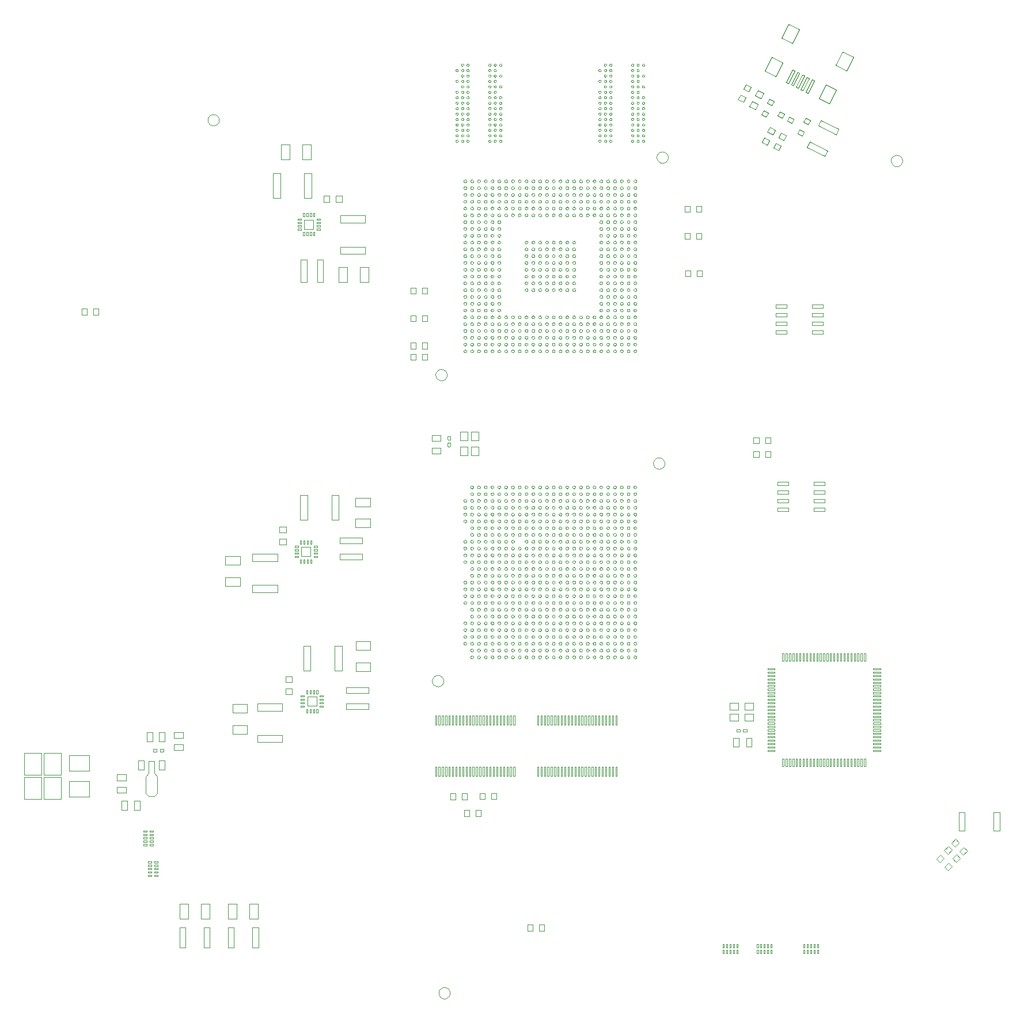
<source format=gbr>
G04 CAM350 V9.0.1 (Build 158) Date:  Tue Jun 17 15:15:49 2025 *
G04 Database: (Untitled) *
G04 Layer 101: 040597vect.gbr *
%FSLAX33Y33*%
%MOMM*%
%SFA1.000B1.000*%

%MIA0B0*%
%IPPOS*%
%ADD51C,0.00010*%
%LN040597vect.gbr*%
%LPD*%
G54D51*
X112717Y220167D02*
G01X115232D01*
Y220167*
Y223382*
Y223382*
X112717*
Y223382*
Y220167*
Y220167*
X115567D02*
G01X118082D01*
Y220167*
Y223382*
Y223382*
X115567*
Y223382*
Y220167*
Y220167*
Y216617D02*
G01X118082D01*
Y216617*
Y219832*
Y219832*
X115567*
Y219832*
Y216617*
Y216617*
X121167Y287868D02*
G01X121932D01*
Y287868*
Y288732*
Y288732*
X121167*
Y288732*
Y287868*
Y287868*
X119267Y220766D02*
G01X122231D01*
Y220766*
Y223033*
Y223033*
X119267*
Y223033*
Y220766*
Y220766*
Y216966D02*
G01X122231D01*
Y216967*
Y219233*
Y219233*
X119267*
Y219233*
Y216967*
Y216966*
X122868Y287868D02*
G01X123634D01*
Y287868*
Y288732*
Y288732*
X122868*
Y288732*
Y287868*
Y287868*
X126318Y219367D02*
G01X127682D01*
Y219367*
Y220231*
Y220231*
X126318*
Y220231*
Y219367*
Y219367*
Y217568D02*
G01X127682D01*
Y217569*
Y218433*
Y218433*
X126318*
Y218433*
Y217569*
Y217568*
X127018Y215017D02*
G01X127882D01*
Y215017*
Y216382*
Y216382*
X127018*
X127017*
Y215017*
X127018*
X129469Y220917D02*
G01X130333D01*
Y220917*
Y222282*
Y222282*
X129469*
Y222282*
Y220917*
Y220917*
X128818Y215017D02*
G01X129683D01*
Y215017*
Y216382*
Y216382*
X128818*
Y216382*
Y215017*
Y215017*
X130252Y211801D02*
G01X130748D01*
Y211801*
Y211998*
Y211998*
X130252*
Y211998*
Y211801*
Y211801*
Y211301D02*
G01X130748D01*
Y211301*
Y211497*
Y211497*
X130252*
Y211497*
Y211301*
Y211301*
Y210801D02*
G01X130748D01*
Y210801*
Y210997*
Y210997*
X130252*
Y210997*
Y210801*
Y210801*
Y210303D02*
G01X130748D01*
Y210303*
Y210499*
Y210499*
X130252*
Y210499*
Y210303*
Y210303*
Y209802D02*
G01X130748D01*
Y209802*
Y209999*
Y209999*
X130252*
Y209999*
Y209802*
Y209802*
X130718Y225068D02*
G01X131582D01*
Y225068*
Y226432*
Y226432*
X130718*
Y226432*
Y225068*
Y225068*
X131643Y223652D02*
G01X131647Y223640D01*
X131652Y223628*
X131659Y223618*
X131668Y223609*
X131678Y223602*
X131690Y223596*
X131702Y223593*
X131715Y223592*
X132084*
X132097Y223593*
X132109Y223596*
X132121Y223602*
X132131Y223609*
X132140Y223618*
X132147Y223628*
X132153Y223640*
X132156Y223652*
X132157Y223665*
Y223934*
X132156Y223947*
X132153Y223959*
X132147Y223971*
X132140Y223981*
X132131Y223990*
X132121Y223997*
X132109Y224003*
X132097Y224006*
X132084Y224007*
X131715*
X131702Y224006*
X131690Y224003*
X131678Y223997*
X131668Y223990*
X131659Y223981*
X131652Y223971*
X131647Y223959*
X131643Y223947*
X131642Y223934*
Y223665*
X131643Y223652*
X130947Y217067D02*
G01X131851Y217066D01*
X132282Y217497*
Y219901*
X131787Y220396*
X131782Y220408*
Y222232*
Y222232*
X131017*
Y222232*
Y220408*
X131012Y220396*
X130517Y219901*
Y217497*
X130947Y217067*
X131151Y211801D02*
G01X131647D01*
Y211801*
Y211998*
Y211998*
X131151*
Y211998*
Y211801*
Y211801*
Y211301D02*
G01X131647D01*
Y211301*
Y211497*
Y211497*
X131151*
Y211497*
Y211301*
Y211301*
Y210801D02*
G01X131647D01*
Y210801*
Y210997*
Y210997*
X131151*
Y210997*
Y210801*
Y210801*
Y210303D02*
G01X131647D01*
Y210303*
Y210499*
Y210499*
X131151*
Y210499*
Y210303*
Y210303*
Y209802D02*
G01X131647D01*
Y209802*
Y209999*
Y209999*
X131151*
Y209999*
Y209802*
Y209802*
X130902Y207252D02*
G01X131398D01*
Y207252*
Y207448*
Y207448*
X130902*
Y207448*
Y207252*
Y207252*
Y206752D02*
G01X131398D01*
Y206752*
Y206948*
Y206948*
X130902*
Y206948*
Y206752*
Y206752*
Y206251D02*
G01X131398D01*
Y206252*
Y206448*
Y206448*
X130902*
Y206448*
Y206252*
Y206251*
Y205751D02*
G01X131398D01*
Y205751*
Y205947*
Y205947*
X130902*
Y205947*
Y205751*
Y205751*
Y205251D02*
G01X131398D01*
Y205251*
Y205447*
Y205447*
X130902*
Y205447*
Y205251*
Y205251*
X131802Y207252D02*
G01X132297D01*
X132298*
Y207448*
X132297*
X131802*
Y207448*
Y207252*
Y207252*
Y206752D02*
G01X132297D01*
X132298*
Y206948*
X132297*
X131802*
Y206948*
Y206752*
Y206752*
Y206251D02*
G01X132297D01*
X132298Y206252*
Y206448*
X132297*
X131802*
Y206448*
Y206252*
Y206251*
Y205751D02*
G01X132297D01*
X132298*
Y205947*
X132297*
X131802*
Y205947*
Y205751*
Y205751*
Y205251D02*
G01X132297D01*
X132298*
Y205447*
X132297*
X131802*
Y205447*
Y205251*
Y205251*
X132519Y225068D02*
G01X133383D01*
Y225068*
Y226432*
Y226432*
X132519*
Y226432*
Y225068*
Y225068*
X132644Y223652D02*
G01X132647Y223640D01*
X132653Y223628*
X132660Y223618*
X132669Y223609*
X132679Y223602*
X132691Y223596*
X132703Y223593*
X132716Y223592*
X133085*
X133098Y223593*
X133110Y223596*
X133122Y223602*
X133132Y223609*
X133141Y223618*
X133148Y223628*
X133154Y223640*
X133157Y223652*
X133158Y223665*
Y223934*
X133157Y223947*
X133154Y223959*
X133148Y223971*
X133141Y223981*
X133132Y223990*
X133122Y223997*
X133110Y224003*
X133098Y224006*
X133085Y224007*
X132716*
X132703Y224006*
X132691Y224003*
X132679Y223997*
X132669Y223990*
X132660Y223981*
X132653Y223971*
X132647Y223959*
X132644Y223947*
X132643Y223934*
Y223665*
X132644Y223652*
X132468Y220917D02*
G01X133333D01*
Y220917*
Y222282*
Y222282*
X132468*
Y222282*
Y220917*
Y220917*
X134718Y225618D02*
G01X136082D01*
Y225618*
Y226482*
Y226482*
X134718*
X134717*
Y225618*
X134718*
Y223817D02*
G01X136082D01*
Y223817*
Y224681*
Y224681*
X134718*
X134717*
Y223817*
X134718*
X135567Y199042D02*
G01X136833D01*
Y199042*
Y201206*
Y201206*
X135567*
Y201206*
Y199042*
Y199042*
X135519Y194768D02*
G01X136383D01*
Y194768*
Y197733*
Y197733*
X135519*
Y197733*
Y194768*
Y194768*
X139673Y316408D02*
G01X139688Y316319D01*
X139713Y316231*
X139747Y316147*
X139790Y316067*
X139842Y315992*
X139901Y315923*
X139968Y315861*
X140041Y315807*
X140120Y315761*
X140203Y315724*
X140289Y315696*
X140378Y315678*
X140469Y315670*
X140560Y315671*
X140650Y315683*
X140739Y315704*
X140824Y315735*
X140906Y315775*
X140983Y315823*
X141054Y315880*
X141118Y315944*
X141175Y316015*
X141224Y316091*
X141265Y316173*
X141296Y316258*
X141318Y316347*
X141330Y316437*
X141332Y316499*
X141327Y316590*
X141312Y316680*
X141287Y316767*
X141253Y316852*
X141210Y316932*
X141158Y317007*
X141099Y317075*
X141032Y317137*
X140959Y317191*
X140881Y317237*
X140798Y317275*
X140711Y317302*
X140622Y317321*
X140531Y317329*
X140440Y317327*
X140350Y317316*
X140262Y317295*
X140176Y317264*
X140094Y317224*
X140017Y317175*
X139946Y317119*
X139882Y317054*
X139825Y316984*
X139776Y316907*
X139735Y316825*
X139704Y316740*
X139682Y316652*
X139670Y316561*
X139668Y316499*
X139673Y316408*
X138668Y199042D02*
G01X139934D01*
Y199042*
Y201206*
Y201206*
X138668*
Y201206*
Y199042*
Y199042*
X139118Y194768D02*
G01X139982D01*
Y194768*
Y197733*
Y197733*
X139118*
Y197733*
Y194768*
Y194768*
X142268Y251066D02*
G01X144432D01*
Y251066*
Y252332*
Y252332*
X142268*
Y252332*
Y251066*
Y251066*
Y247967D02*
G01X144432D01*
Y247967*
Y249233*
Y249233*
X142268*
Y249233*
Y247967*
Y247967*
X143317Y229316D02*
G01X145481D01*
Y229316*
Y230581*
Y230582*
X143317*
Y230581*
Y229316*
Y229316*
Y226217D02*
G01X145481D01*
Y226217*
Y227483*
Y227483*
X143317*
Y227483*
Y226217*
Y226217*
X142692Y199042D02*
G01X143957D01*
Y199042*
Y201206*
Y201206*
X142692*
Y201206*
Y199042*
Y199042*
X142644Y194768D02*
G01X143508D01*
Y194768*
Y197733*
Y197733*
X142644*
Y197733*
Y194768*
Y194768*
X149267Y304997D02*
G01X150331D01*
X150332*
Y308662*
X150331*
X149267*
Y308662*
Y304997*
Y304997*
X146236Y251618D02*
G01X149902D01*
Y251618*
Y252683*
Y252683*
X146236*
Y252683*
Y251618*
Y251618*
Y247018D02*
G01X149902D01*
Y247019*
Y248083*
Y248083*
X146236*
Y248083*
Y247019*
Y247018*
X150467Y310718D02*
G01X151732D01*
Y310718*
Y312883*
Y312883*
X150467*
Y312883*
Y310718*
Y310718*
X150228Y255818D02*
G01X151194D01*
Y255818*
Y256683*
Y256683*
X150228*
Y256683*
Y255818*
Y255818*
Y254017D02*
G01X151194D01*
Y254018*
Y254882*
Y254882*
X150228*
Y254882*
Y254018*
Y254017*
X146968Y229569D02*
G01X150634D01*
Y229569*
Y230634*
Y230634*
X146968*
Y230634*
Y229569*
Y229569*
Y224966D02*
G01X150634D01*
Y224966*
Y226031*
Y226031*
X146968*
Y226031*
Y224966*
Y224966*
X145793Y199042D02*
G01X147059D01*
Y199042*
Y201206*
Y201206*
X145793*
Y201206*
Y199042*
Y199042*
X146243Y194768D02*
G01X147107D01*
Y194768*
Y197733*
Y197733*
X146243*
Y197733*
Y194768*
Y194768*
X151127Y233817D02*
G01X152093D01*
Y233817*
Y234681*
Y234681*
X151127*
Y234681*
Y233817*
Y233817*
Y232019D02*
G01X152093D01*
Y232019*
Y232883*
Y232883*
X151127*
Y232883*
Y232019*
Y232019*
X152891Y301801D02*
G01X153407D01*
Y301801*
Y301997*
Y301997*
X152891*
Y301997*
Y301801*
Y301801*
Y301301D02*
G01X153407D01*
Y301301*
Y301497*
Y301497*
X152891*
Y301497*
Y301301*
Y301301*
Y300803D02*
G01X153407D01*
Y300803*
Y300999*
Y300999*
X152891*
Y300999*
Y300803*
Y300803*
Y300303D02*
G01X153407D01*
Y300303*
Y300499*
Y300499*
X152891*
Y300499*
Y300303*
Y300303*
X152442Y253653D02*
G01X152958D01*
Y253653*
Y253849*
Y253849*
X152442*
Y253849*
Y253653*
Y253653*
Y253153D02*
G01X152958D01*
Y253153*
Y253349*
Y253349*
X152442*
Y253349*
Y253153*
Y253153*
Y252652D02*
G01X152958D01*
Y252652*
Y252848*
Y252848*
X152442*
Y252848*
Y252652*
Y252652*
Y252152D02*
G01X152958D01*
Y252152*
Y252348*
Y252348*
X152442*
Y252348*
Y252152*
Y252152*
X153568Y310718D02*
G01X154834D01*
Y310718*
Y312883*
Y312883*
X153568*
Y312883*
Y310718*
Y310718*
X153867Y304997D02*
G01X154931D01*
Y304997*
Y308662*
Y308662*
X153867*
Y308662*
Y304997*
Y304997*
X153701Y302291D02*
G01X153898D01*
Y302291*
Y302808*
Y302808*
X153701*
Y302808*
Y302291*
Y302291*
X154202D02*
G01X154398D01*
Y302291*
Y302808*
Y302808*
X154202*
Y302808*
Y302291*
Y302291*
X154702D02*
G01X154898D01*
Y302291*
Y302808*
Y302808*
X154702*
Y302808*
Y302291*
Y302291*
X155203D02*
G01X155399D01*
Y302291*
Y302808*
Y302808*
X155203*
Y302808*
Y302291*
Y302291*
X153867Y300468D02*
G01X155231D01*
Y300468*
Y301832*
Y301832*
X153867*
Y301832*
Y300468*
Y300468*
X153701Y299492D02*
G01X153898D01*
Y299492*
Y300009*
Y300009*
X153701*
Y300009*
Y299492*
Y299492*
X154202D02*
G01X154398D01*
Y299492*
Y300009*
Y300009*
X154202*
Y300009*
Y299492*
Y299492*
X153367Y292667D02*
G01X154232D01*
Y292667*
Y295932*
Y295932*
X153367*
Y295932*
Y292667*
Y292667*
X153267Y257666D02*
G01X154332D01*
Y257666*
Y261332*
Y261332*
X153267*
Y261332*
Y257666*
Y257666*
X153252Y254141D02*
G01X153448D01*
Y254141*
Y254657*
Y254657*
X153252*
Y254657*
Y254141*
Y254141*
X153752D02*
G01X153948D01*
Y254141*
Y254657*
Y254657*
X153752*
Y254657*
Y254141*
Y254141*
X154253D02*
G01X154449D01*
Y254141*
Y254657*
Y254657*
X154253*
Y254657*
Y254141*
Y254141*
X154702Y299492D02*
G01X154898D01*
Y299492*
Y300009*
Y300009*
X154702*
Y300009*
Y299492*
Y299492*
X154753Y254141D02*
G01X154949D01*
Y254141*
Y254657*
Y254657*
X154753*
Y254657*
Y254141*
Y254141*
X153417Y252317D02*
G01X154782D01*
Y252317*
Y253682*
Y253682*
X153417*
Y253682*
Y252317*
Y252317*
X153252Y251342D02*
G01X153448D01*
Y251342*
Y251858*
Y251858*
X153252*
Y251858*
Y251342*
Y251342*
X153752D02*
G01X153948D01*
Y251342*
Y251858*
Y251858*
X153752*
Y251858*
Y251342*
Y251342*
X154253D02*
G01X154449D01*
Y251342*
Y251858*
Y251858*
X154253*
Y251858*
Y251342*
Y251342*
X154753D02*
G01X154949D01*
Y251342*
Y251858*
Y251858*
X154753*
Y251858*
Y251342*
Y251342*
X153717Y235517D02*
G01X154782D01*
Y235517*
Y239183*
Y239183*
X153717*
Y239183*
Y235517*
Y235517*
X153341Y231651D02*
G01X153857D01*
Y231652*
Y231848*
Y231848*
X153341*
Y231848*
Y231652*
Y231651*
Y231151D02*
G01X153857D01*
Y231151*
Y231347*
Y231347*
X153341*
Y231347*
Y231151*
Y231151*
Y230651D02*
G01X153857D01*
Y230651*
Y230847*
Y230847*
X153341*
Y230847*
Y230651*
Y230651*
Y230153D02*
G01X153857D01*
Y230153*
Y230349*
Y230349*
X153341*
Y230349*
Y230153*
Y230153*
X154151Y232142D02*
G01X154347D01*
Y232142*
Y232658*
Y232658*
X154151*
Y232658*
Y232142*
Y232142*
X154651D02*
G01X154848D01*
Y232142*
Y232658*
Y232658*
X154651*
Y232658*
Y232142*
Y232142*
X155203Y299492D02*
G01X155399D01*
Y299492*
Y300009*
Y300009*
X155203*
Y300009*
Y299492*
Y299492*
X155693Y301801D02*
G01X156209D01*
Y301801*
Y301997*
Y301997*
X155693*
Y301997*
Y301801*
Y301801*
Y301301D02*
G01X156209D01*
Y301301*
Y301497*
Y301497*
X155693*
Y301497*
Y301301*
Y301301*
Y300803D02*
G01X156209D01*
Y300803*
Y300999*
Y300999*
X155693*
Y300999*
Y300803*
Y300803*
Y300303D02*
G01X156209D01*
Y300303*
Y300499*
Y300499*
X155693*
Y300499*
Y300303*
Y300303*
X155241Y253653D02*
G01X155757D01*
Y253653*
Y253849*
Y253849*
X155241*
Y253849*
Y253653*
Y253653*
Y253153D02*
G01X155757D01*
Y253153*
Y253349*
Y253349*
X155241*
Y253349*
Y253153*
Y253153*
Y252652D02*
G01X155757D01*
Y252652*
Y252848*
Y252848*
X155241*
Y252848*
Y252652*
Y252652*
Y252152D02*
G01X155757D01*
Y252152*
Y252348*
Y252348*
X155241*
Y252348*
Y252152*
Y252152*
X155152Y232142D02*
G01X155348D01*
Y232142*
Y232658*
Y232658*
X155152*
Y232658*
Y232142*
Y232142*
X155768Y292667D02*
G01X156632D01*
Y292667*
Y295932*
Y295932*
X155768*
Y295932*
Y292667*
Y292667*
X155652Y232142D02*
G01X155848D01*
Y232142*
Y232658*
Y232658*
X155652*
Y232658*
Y232142*
Y232142*
X154319Y230318D02*
G01X155683D01*
Y230318*
Y231683*
Y231683*
X154319*
Y231683*
Y230318*
Y230318*
X154151Y229343D02*
G01X154347D01*
Y229343*
Y229859*
Y229859*
X154151*
Y229859*
Y229343*
Y229343*
X154651D02*
G01X154848D01*
Y229343*
Y229859*
Y229859*
X154651*
Y229859*
Y229343*
Y229343*
X155152D02*
G01X155348D01*
Y229343*
Y229859*
Y229859*
X155152*
Y229859*
Y229343*
Y229343*
X155652D02*
G01X155848D01*
Y229343*
Y229859*
Y229859*
X155652*
Y229859*
Y229343*
Y229343*
X156142Y231651D02*
G01X156659D01*
Y231652*
Y231848*
Y231848*
X156142*
Y231848*
Y231652*
Y231651*
Y231151D02*
G01X156659D01*
Y231151*
Y231347*
Y231347*
X156142*
Y231347*
Y231151*
Y231151*
Y230651D02*
G01X156659D01*
Y230651*
Y230847*
Y230847*
X156142*
Y230847*
Y230651*
Y230651*
Y230153D02*
G01X156659D01*
Y230153*
Y230349*
Y230349*
X156142*
Y230349*
Y230153*
Y230153*
X156718Y304416D02*
G01X157582D01*
Y304416*
Y305382*
Y305382*
X156718*
Y305382*
Y304416*
Y304416*
X158519D02*
G01X159383D01*
Y304416*
Y305382*
Y305382*
X158519*
Y305382*
Y304416*
Y304416*
X159168Y301367D02*
G01X162833D01*
Y301367*
Y302432*
Y302432*
X159168*
Y302432*
Y301367*
Y301367*
Y296767D02*
G01X162833D01*
Y296767*
Y297832*
Y297832*
X159168*
Y297832*
Y296767*
Y296767*
X158917Y292686D02*
G01X160183D01*
Y292686*
Y294851*
Y294851*
X158917*
Y294851*
Y292686*
Y292686*
X157867Y257666D02*
G01X158932D01*
Y257666*
Y261332*
Y261332*
X157867*
Y261332*
Y257666*
Y257666*
X162016Y292686D02*
G01X163282D01*
Y292686*
Y294851*
Y294851*
X162016*
Y294851*
Y292686*
Y292686*
X161399Y259666D02*
G01X163564D01*
Y259666*
Y260932*
Y260932*
X161399*
Y260932*
Y259666*
Y259666*
Y256568D02*
G01X163564D01*
Y256568*
Y257833*
Y257833*
X161399*
Y257833*
Y256568*
Y256568*
X159117Y254218D02*
G01X162381D01*
Y254218*
Y255082*
Y255082*
X159117*
Y255082*
Y254218*
Y254218*
Y251818D02*
G01X162381D01*
Y251818*
Y252682*
Y252682*
X159117*
Y252682*
Y251818*
Y251818*
X158317Y235517D02*
G01X159381D01*
X159382*
Y239183*
X159381*
X158317*
Y239183*
Y235517*
Y235517*
X161447Y238516D02*
G01X163612D01*
Y238516*
Y239781*
Y239781*
X161447*
Y239781*
Y238516*
Y238516*
Y235417D02*
G01X163612D01*
Y235417*
Y236683*
Y236683*
X161447*
Y236683*
Y235417*
Y235417*
X160018Y232217D02*
G01X163283D01*
Y232217*
Y233081*
Y233081*
X160018*
Y233081*
Y232217*
Y232217*
Y229819D02*
G01X163283D01*
Y229819*
Y230683*
Y230683*
X160018*
Y230683*
Y229819*
Y229819*
X169467Y290967D02*
G01X170232D01*
Y290967*
Y291831*
Y291831*
X169467*
Y291831*
Y290967*
Y290967*
Y286918D02*
G01X170232D01*
Y286918*
Y287782*
Y287782*
X169467*
Y287782*
Y286918*
Y286918*
Y282867D02*
G01X170232D01*
Y282867*
Y283731*
Y283731*
X169467*
Y283731*
Y282867*
Y282867*
Y281218D02*
G01X170232D01*
Y281218*
Y282083*
Y282083*
X169467*
Y282083*
Y281218*
Y281218*
X171167Y290967D02*
G01X171932D01*
Y290967*
Y291831*
Y291831*
X171167*
X171166*
Y290967*
X171167*
Y286918D02*
G01X171932D01*
Y286918*
Y287782*
Y287782*
X171167*
X171166*
Y286918*
X171167*
Y282867D02*
G01X171932D01*
Y282867*
Y283731*
Y283731*
X171167*
X171166*
Y282867*
X171167*
Y281218D02*
G01X171932D01*
Y281218*
Y282083*
Y282083*
X171167*
X171166*
Y281218*
X171167*
X173173Y278908D02*
G01X173188Y278818D01*
X173213Y278731*
X173247Y278646*
X173290Y278566*
X173342Y278491*
X173401Y278423*
X173468Y278361*
X173541Y278306*
X173620Y278260*
X173703Y278223*
X173789Y278196*
X173878Y278177*
X173969Y278169*
X174060Y278171*
X174150Y278182*
X174239Y278203*
X174324Y278234*
X174406Y278274*
X174483Y278323*
X174554Y278379*
X174618Y278444*
X174675Y278514*
X174725Y278591*
X174765Y278672*
X174796Y278758*
X174818Y278846*
X174830Y278937*
X174832Y278999*
X174827Y279089*
X174812Y279179*
X174787Y279267*
X174753Y279351*
X174710Y279431*
X174658Y279506*
X174599Y279575*
X174532Y279637*
X174459Y279691*
X174381Y279737*
X174298Y279774*
X174211Y279802*
X174122Y279820*
X174031Y279828*
X173940Y279827*
X173850Y279815*
X173762Y279794*
X173676Y279763*
X173594Y279723*
X173518Y279675*
X173446Y279618*
X173382Y279554*
X173325Y279483*
X173276Y279406*
X173235Y279325*
X173204Y279239*
X173182Y279151*
X173170Y279061*
X173168Y278999*
X173173Y278908*
X172618Y269325D02*
G01X173884D01*
Y269325*
Y270141*
Y270141*
X172618*
Y270141*
Y269325*
Y269325*
Y267425D02*
G01X173884D01*
Y267425*
Y268241*
Y268241*
X172618*
Y268241*
Y267425*
Y267425*
X172673Y233909D02*
G01X172688Y233820D01*
X172713Y233732*
X172747Y233648*
X172790Y233568*
X172842Y233493*
X172901Y233424*
X172968Y233362*
X173041Y233308*
X173119Y233262*
X173202Y233225*
X173289Y233197*
X173378Y233179*
X173469Y233170*
X173560Y233172*
X173650Y233183*
X173738Y233205*
X173824Y233235*
X173906Y233275*
X173982Y233324*
X174054Y233381*
X174118Y233445*
X174175Y233516*
X174224Y233592*
X174265Y233674*
X174296Y233759*
X174318Y233848*
X174329Y233938*
X174332Y234000*
X174327Y234091*
X174312Y234181*
X174287Y234268*
X174253Y234352*
X174210Y234432*
X174158Y234507*
X174099Y234576*
X174032Y234638*
X173959Y234692*
X173880Y234738*
X173797Y234775*
X173711Y234803*
X173622Y234821*
X173531Y234830*
X173440Y234828*
X173350Y234817*
X173261Y234795*
X173176Y234765*
X173094Y234725*
X173017Y234676*
X172946Y234619*
X172882Y234555*
X172824Y234484*
X172775Y234408*
X172735Y234326*
X172704Y234241*
X172682Y234153*
X172670Y234062*
X172668Y234000*
X172673Y233909*
X173102Y227516D02*
G01X173298D01*
Y227516*
Y228881*
Y228881*
X173102*
Y228881*
Y227516*
Y227516*
Y220018D02*
G01X173298D01*
Y220018*
Y221383*
Y221383*
X173102*
Y221383*
Y220018*
Y220018*
X173602Y227516D02*
G01X173799D01*
Y227516*
Y228881*
Y228881*
X173602*
Y228881*
Y227516*
Y227516*
Y220018D02*
G01X173799D01*
Y220018*
Y221383*
Y221383*
X173602*
Y221383*
Y220018*
Y220018*
X174103Y227516D02*
G01X174299D01*
Y227516*
Y228881*
Y228881*
X174103*
Y228881*
Y227516*
Y227516*
Y220018D02*
G01X174299D01*
Y220018*
Y221383*
Y221383*
X174103*
Y221383*
Y220018*
Y220018*
X174603Y227516D02*
G01X174799D01*
Y227516*
Y228881*
Y228881*
X174603*
Y228881*
Y227516*
Y227516*
Y220018D02*
G01X174799D01*
Y220018*
Y221383*
Y221383*
X174603*
Y221383*
Y220018*
Y220018*
X174944Y269535D02*
G01X174948Y269523D01*
X174953Y269512*
X174960Y269501*
X174969Y269492*
X174980Y269485*
X174991Y269480*
X175003Y269476*
X175017Y269475*
X175285*
X175298Y269476*
X175311Y269480*
X175322Y269485*
X175332Y269492*
X175341Y269501*
X175349Y269512*
X175354Y269523*
X175357Y269535*
X175358Y269549*
Y269917*
X175357Y269930*
X175354Y269943*
X175349Y269954*
X175341Y269964*
X175332Y269973*
X175322Y269981*
X175311Y269986*
X175298Y269989*
X175285Y269990*
X175017*
X175003Y269989*
X174991Y269986*
X174980Y269981*
X174969Y269973*
X174960Y269964*
X174953Y269954*
X174948Y269943*
X174944Y269930*
X174943Y269917*
Y269549*
X174944Y269535*
Y268537D02*
G01X174948Y268525D01*
X174953Y268513*
X174960Y268503*
X174969Y268494*
X174980Y268487*
X174991Y268481*
X175003Y268478*
X175017Y268477*
X175285*
X175298Y268478*
X175311Y268481*
X175322Y268487*
X175332Y268494*
X175341Y268503*
X175349Y268513*
X175354Y268525*
X175357Y268537*
X175358Y268550*
Y268919*
X175357Y268932*
X175354Y268944*
X175349Y268956*
X175341Y268966*
X175332Y268975*
X175322Y268982*
X175311Y268988*
X175298Y268991*
X175285Y268992*
X175017*
X175003Y268991*
X174991Y268988*
X174980Y268982*
X174969Y268975*
X174960Y268966*
X174953Y268956*
X174948Y268944*
X174944Y268932*
X174943Y268919*
Y268550*
X174944Y268537*
X175101Y227516D02*
G01X175297D01*
Y227516*
Y228881*
Y228881*
X175101*
Y228881*
Y227516*
Y227516*
Y220018D02*
G01X175297D01*
Y220018*
Y221383*
Y221383*
X175101*
Y221383*
Y220018*
Y220018*
X173623Y188009D02*
G01X173638Y187919D01*
X173663Y187832*
X173697Y187747*
X173740Y187667*
X173792Y187592*
X173851Y187524*
X173918Y187462*
X173991Y187407*
X174069Y187361*
X174152Y187324*
X174239Y187297*
X174328Y187278*
X174419Y187270*
X174509Y187272*
X174600Y187283*
X174688Y187304*
X174774Y187335*
X174855Y187375*
X174932Y187424*
X175003Y187480*
X175068Y187545*
X175125Y187615*
X175174Y187692*
X175214Y187773*
X175246Y187859*
X175267Y187947*
X175279Y188038*
X175282Y188100*
X175277Y188190*
X175262Y188280*
X175237Y188368*
X175203Y188452*
X175160Y188532*
X175108Y188607*
X175048Y188676*
X174982Y188738*
X174909Y188792*
X174830Y188838*
X174747Y188875*
X174661Y188903*
X174572Y188921*
X174481Y188929*
X174390Y188928*
X174300Y188916*
X174211Y188895*
X174126Y188864*
X174044Y188824*
X173967Y188776*
X173896Y188719*
X173832Y188655*
X173774Y188584*
X173725Y188507*
X173685Y188426*
X173654Y188341*
X173632Y188252*
X173620Y188162*
X173618Y188100*
X173623Y188009*
X175601Y227516D02*
G01X175797D01*
X175798*
Y228881*
X175797*
X175601*
Y228881*
Y227516*
Y227516*
Y220018D02*
G01X175797D01*
X175798*
Y221383*
X175797*
X175601*
Y221383*
Y220018*
Y220018*
X176136Y323760D02*
G01X176149Y323724D01*
X176171Y323691*
X176200Y323664*
X176234Y323645*
X176272Y323634*
X176311Y323633*
X176350Y323640*
X176385Y323656*
X176416Y323680*
X176441Y323711*
X176458Y323746*
X176466Y323785*
X176467Y323799*
X176462Y323838*
X176448Y323875*
X176426Y323907*
X176398Y323934*
X176363Y323953*
X176326Y323964*
X176287Y323966*
X176248Y323958*
X176212Y323942*
X176181Y323918*
X176157Y323888*
X176140Y323852*
X176132Y323813*
X176131Y323800*
X176136Y323760*
Y322160D02*
G01X176149Y322123D01*
X176171Y322091*
X176200Y322064*
X176234Y322045*
X176272Y322034*
X176311Y322032*
X176350Y322040*
X176385Y322056*
X176416Y322080*
X176441Y322111*
X176458Y322146*
X176466Y322185*
X176467Y322198*
X176462Y322238*
X176448Y322275*
X176426Y322307*
X176398Y322334*
X176363Y322353*
X176326Y322364*
X176287Y322366*
X176248Y322358*
X176212Y322342*
X176181Y322318*
X176157Y322287*
X176140Y322252*
X176132Y322213*
X176131Y322200*
X176136Y322160*
Y320560D02*
G01X176149Y320523D01*
X176171Y320491*
X176200Y320464*
X176234Y320445*
X176272Y320434*
X176311Y320432*
X176350Y320440*
X176385Y320456*
X176416Y320480*
X176441Y320510*
X176458Y320546*
X176466Y320585*
X176467Y320598*
X176462Y320638*
X176448Y320674*
X176426Y320707*
X176398Y320734*
X176363Y320753*
X176326Y320764*
X176287Y320765*
X176248Y320758*
X176212Y320742*
X176181Y320718*
X176157Y320687*
X176140Y320652*
X176132Y320613*
X176131Y320599*
X176136Y320560*
Y319760D02*
G01X176149Y319723D01*
X176171Y319691*
X176200Y319664*
X176234Y319645*
X176272Y319634*
X176311Y319632*
X176350Y319640*
X176385Y319656*
X176416Y319680*
X176441Y319710*
X176458Y319746*
X176466Y319785*
X176467Y319798*
X176462Y319838*
X176448Y319874*
X176426Y319907*
X176398Y319934*
X176363Y319953*
X176326Y319964*
X176287Y319965*
X176248Y319958*
X176212Y319942*
X176181Y319918*
X176157Y319887*
X176140Y319852*
X176132Y319813*
X176131Y319799*
X176136Y319760*
Y318962D02*
G01X176149Y318926D01*
X176171Y318893*
X176200Y318866*
X176234Y318847*
X176272Y318836*
X176311Y318835*
X176350Y318842*
X176385Y318858*
X176416Y318882*
X176441Y318913*
X176458Y318948*
X176466Y318987*
X176467Y319000*
X176462Y319040*
X176448Y319077*
X176426Y319109*
X176398Y319136*
X176363Y319155*
X176326Y319166*
X176287Y319168*
X176248Y319160*
X176212Y319144*
X176181Y319120*
X176157Y319090*
X176140Y319054*
X176132Y319015*
X176131Y319002*
X176136Y318962*
Y318162D02*
G01X176149Y318125D01*
X176171Y318093*
X176200Y318066*
X176234Y318047*
X176272Y318036*
X176311Y318035*
X176350Y318042*
X176385Y318058*
X176416Y318082*
X176441Y318113*
X176458Y318148*
X176466Y318187*
X176467Y318200*
X176462Y318240*
X176448Y318277*
X176426Y318309*
X176398Y318336*
X176363Y318355*
X176326Y318366*
X176287Y318368*
X176248Y318360*
X176212Y318344*
X176181Y318320*
X176157Y318289*
X176140Y318254*
X176132Y318215*
X176131Y318202*
X176136Y318162*
Y317362D02*
G01X176149Y317325D01*
X176171Y317293*
X176200Y317266*
X176234Y317247*
X176272Y317236*
X176311Y317234*
X176350Y317242*
X176385Y317258*
X176416Y317282*
X176441Y317313*
X176458Y317348*
X176466Y317387*
X176467Y317400*
X176462Y317440*
X176448Y317477*
X176426Y317509*
X176398Y317536*
X176363Y317555*
X176326Y317566*
X176287Y317567*
X176248Y317560*
X176212Y317544*
X176181Y317520*
X176157Y317489*
X176140Y317454*
X176132Y317415*
X176131Y317402*
X176136Y317362*
Y316562D02*
G01X176149Y316525D01*
X176171Y316493*
X176200Y316466*
X176234Y316447*
X176272Y316436*
X176311Y316434*
X176350Y316442*
X176385Y316458*
X176416Y316482*
X176441Y316512*
X176458Y316548*
X176466Y316587*
X176467Y316600*
X176462Y316640*
X176448Y316676*
X176426Y316709*
X176398Y316736*
X176363Y316755*
X176326Y316766*
X176287Y316767*
X176248Y316760*
X176212Y316744*
X176181Y316720*
X176157Y316689*
X176140Y316654*
X176132Y316615*
X176131Y316601*
X176136Y316562*
Y315762D02*
G01X176149Y315725D01*
X176171Y315693*
X176200Y315666*
X176234Y315647*
X176272Y315636*
X176311Y315634*
X176350Y315642*
X176385Y315658*
X176416Y315682*
X176441Y315712*
X176458Y315748*
X176466Y315787*
X176467Y315800*
X176462Y315840*
X176448Y315876*
X176426Y315909*
X176398Y315936*
X176363Y315955*
X176326Y315966*
X176287Y315967*
X176248Y315960*
X176212Y315944*
X176181Y315920*
X176157Y315889*
X176140Y315854*
X176132Y315815*
X176131Y315801*
X176136Y315762*
Y314962D02*
G01X176149Y314925D01*
X176171Y314892*
X176200Y314866*
X176234Y314847*
X176272Y314836*
X176311Y314834*
X176350Y314842*
X176385Y314858*
X176416Y314882*
X176441Y314912*
X176458Y314948*
X176466Y314987*
X176467Y315000*
X176462Y315039*
X176448Y315076*
X176426Y315109*
X176398Y315135*
X176363Y315155*
X176326Y315165*
X176287Y315167*
X176248Y315160*
X176212Y315144*
X176181Y315120*
X176157Y315089*
X176140Y315054*
X176132Y315015*
X176131Y315001*
X176136Y314962*
Y314162D02*
G01X176149Y314125D01*
X176171Y314092*
X176200Y314066*
X176234Y314046*
X176272Y314036*
X176311Y314034*
X176350Y314041*
X176385Y314058*
X176416Y314082*
X176441Y314112*
X176458Y314148*
X176466Y314187*
X176467Y314200*
X176462Y314239*
X176448Y314276*
X176426Y314309*
X176398Y314335*
X176363Y314355*
X176326Y314365*
X176287Y314367*
X176248Y314360*
X176212Y314343*
X176181Y314319*
X176157Y314289*
X176140Y314253*
X176132Y314214*
X176131Y314201*
X176136Y314162*
Y313362D02*
G01X176149Y313325D01*
X176171Y313292*
X176200Y313266*
X176234Y313246*
X176272Y313236*
X176311Y313234*
X176350Y313241*
X176385Y313257*
X176416Y313281*
X176441Y313312*
X176458Y313347*
X176466Y313386*
X176467Y313400*
X176462Y313439*
X176448Y313476*
X176426Y313509*
X176398Y313535*
X176363Y313554*
X176326Y313565*
X176287Y313567*
X176248Y313560*
X176212Y313543*
X176181Y313519*
X176157Y313489*
X176140Y313453*
X176132Y313414*
X176131Y313401*
X176136Y313362*
X176102Y227516D02*
G01X176298D01*
Y227516*
Y228881*
Y228881*
X176102*
Y228881*
Y227516*
Y227516*
Y220018D02*
G01X176298D01*
Y220018*
Y221383*
Y221383*
X176102*
Y221383*
Y220018*
Y220018*
X175368Y216568D02*
G01X176133D01*
Y216568*
Y217432*
Y217432*
X175368*
Y217432*
Y216568*
Y216568*
X176602Y227516D02*
G01X176798D01*
Y227516*
Y228881*
Y228881*
X176602*
Y228881*
Y227516*
Y227516*
Y220018D02*
G01X176798D01*
Y220018*
Y221383*
Y221383*
X176602*
Y221383*
Y220018*
Y220018*
X176936Y324560D02*
G01X176950Y324524D01*
X176971Y324491*
X177000Y324464*
X177034Y324445*
X177072Y324434*
X177111Y324433*
X177150Y324440*
X177186Y324456*
X177217Y324480*
X177241Y324511*
X177258Y324546*
X177266Y324585*
X177267Y324599*
X177262Y324638*
X177248Y324675*
X177227Y324707*
X177198Y324734*
X177164Y324753*
X177126Y324764*
X177087Y324766*
X177048Y324758*
X177012Y324742*
X176981Y324718*
X176957Y324688*
X176940Y324652*
X176932Y324613*
X176931Y324600*
X176936Y324560*
Y323760D02*
G01X176950Y323724D01*
X176971Y323691*
X177000Y323664*
X177034Y323645*
X177072Y323634*
X177111Y323633*
X177150Y323640*
X177186Y323656*
X177217Y323680*
X177241Y323711*
X177258Y323746*
X177266Y323785*
X177267Y323799*
X177262Y323838*
X177248Y323875*
X177227Y323907*
X177198Y323934*
X177164Y323953*
X177126Y323964*
X177087Y323966*
X177048Y323958*
X177012Y323942*
X176981Y323918*
X176957Y323888*
X176940Y323852*
X176932Y323813*
X176931Y323800*
X176936Y323760*
Y322960D02*
G01X176950Y322923D01*
X176971Y322891*
X177000Y322864*
X177034Y322845*
X177072Y322834*
X177111Y322833*
X177150Y322840*
X177186Y322856*
X177217Y322880*
X177241Y322911*
X177258Y322946*
X177266Y322985*
X177267Y322998*
X177262Y323038*
X177248Y323075*
X177227Y323107*
X177198Y323134*
X177164Y323153*
X177126Y323164*
X177087Y323166*
X177048Y323158*
X177012Y323142*
X176981Y323118*
X176957Y323087*
X176940Y323052*
X176932Y323013*
X176931Y323000*
X176936Y322960*
Y322160D02*
G01X176950Y322123D01*
X176971Y322091*
X177000Y322064*
X177034Y322045*
X177072Y322034*
X177111Y322032*
X177150Y322040*
X177186Y322056*
X177217Y322080*
X177241Y322111*
X177258Y322146*
X177266Y322185*
X177267Y322198*
X177262Y322238*
X177248Y322275*
X177227Y322307*
X177198Y322334*
X177164Y322353*
X177126Y322364*
X177087Y322366*
X177048Y322358*
X177012Y322342*
X176981Y322318*
X176957Y322287*
X176940Y322252*
X176932Y322213*
X176931Y322200*
X176936Y322160*
Y321360D02*
G01X176950Y321323D01*
X176971Y321291*
X177000Y321264*
X177034Y321245*
X177072Y321234*
X177111Y321232*
X177150Y321240*
X177186Y321256*
X177217Y321280*
X177241Y321311*
X177258Y321346*
X177266Y321385*
X177267Y321398*
X177262Y321438*
X177248Y321475*
X177227Y321507*
X177198Y321534*
X177164Y321553*
X177126Y321564*
X177087Y321565*
X177048Y321558*
X177012Y321542*
X176981Y321518*
X176957Y321487*
X176940Y321452*
X176932Y321413*
X176931Y321400*
X176936Y321360*
Y320560D02*
G01X176950Y320523D01*
X176971Y320491*
X177000Y320464*
X177034Y320445*
X177072Y320434*
X177111Y320432*
X177150Y320440*
X177186Y320456*
X177217Y320480*
X177241Y320510*
X177258Y320546*
X177266Y320585*
X177267Y320598*
X177262Y320638*
X177248Y320674*
X177227Y320707*
X177198Y320734*
X177164Y320753*
X177126Y320764*
X177087Y320765*
X177048Y320758*
X177012Y320742*
X176981Y320718*
X176957Y320687*
X176940Y320652*
X176932Y320613*
X176931Y320599*
X176936Y320560*
Y319760D02*
G01X176950Y319723D01*
X176971Y319691*
X177000Y319664*
X177034Y319645*
X177072Y319634*
X177111Y319632*
X177150Y319640*
X177186Y319656*
X177217Y319680*
X177241Y319710*
X177258Y319746*
X177266Y319785*
X177267Y319798*
X177262Y319838*
X177248Y319874*
X177227Y319907*
X177198Y319934*
X177164Y319953*
X177126Y319964*
X177087Y319965*
X177048Y319958*
X177012Y319942*
X176981Y319918*
X176957Y319887*
X176940Y319852*
X176932Y319813*
X176931Y319799*
X176936Y319760*
Y318962D02*
G01X176950Y318926D01*
X176971Y318893*
X177000Y318866*
X177034Y318847*
X177072Y318836*
X177111Y318835*
X177150Y318842*
X177186Y318858*
X177217Y318882*
X177241Y318913*
X177258Y318948*
X177266Y318987*
X177267Y319000*
X177262Y319040*
X177248Y319077*
X177227Y319109*
X177198Y319136*
X177164Y319155*
X177126Y319166*
X177087Y319168*
X177048Y319160*
X177012Y319144*
X176981Y319120*
X176957Y319090*
X176940Y319054*
X176932Y319015*
X176931Y319002*
X176936Y318962*
Y318162D02*
G01X176950Y318125D01*
X176971Y318093*
X177000Y318066*
X177034Y318047*
X177072Y318036*
X177111Y318035*
X177150Y318042*
X177186Y318058*
X177217Y318082*
X177241Y318113*
X177258Y318148*
X177266Y318187*
X177267Y318200*
X177262Y318240*
X177248Y318277*
X177227Y318309*
X177198Y318336*
X177164Y318355*
X177126Y318366*
X177087Y318368*
X177048Y318360*
X177012Y318344*
X176981Y318320*
X176957Y318289*
X176940Y318254*
X176932Y318215*
X176931Y318202*
X176936Y318162*
Y317362D02*
G01X176950Y317325D01*
X176971Y317293*
X177000Y317266*
X177034Y317247*
X177072Y317236*
X177111Y317234*
X177150Y317242*
X177186Y317258*
X177217Y317282*
X177241Y317313*
X177258Y317348*
X177266Y317387*
X177267Y317400*
X177262Y317440*
X177248Y317477*
X177227Y317509*
X177198Y317536*
X177164Y317555*
X177126Y317566*
X177087Y317567*
X177048Y317560*
X177012Y317544*
X176981Y317520*
X176957Y317489*
X176940Y317454*
X176932Y317415*
X176931Y317402*
X176936Y317362*
Y316562D02*
G01X176950Y316525D01*
X176971Y316493*
X177000Y316466*
X177034Y316447*
X177072Y316436*
X177111Y316434*
X177150Y316442*
X177186Y316458*
X177217Y316482*
X177241Y316512*
X177258Y316548*
X177266Y316587*
X177267Y316600*
X177262Y316640*
X177248Y316676*
X177227Y316709*
X177198Y316736*
X177164Y316755*
X177126Y316766*
X177087Y316767*
X177048Y316760*
X177012Y316744*
X176981Y316720*
X176957Y316689*
X176940Y316654*
X176932Y316615*
X176931Y316601*
X176936Y316562*
Y315762D02*
G01X176950Y315725D01*
X176971Y315693*
X177000Y315666*
X177034Y315647*
X177072Y315636*
X177111Y315634*
X177150Y315642*
X177186Y315658*
X177217Y315682*
X177241Y315712*
X177258Y315748*
X177266Y315787*
X177267Y315800*
X177262Y315840*
X177248Y315876*
X177227Y315909*
X177198Y315936*
X177164Y315955*
X177126Y315966*
X177087Y315967*
X177048Y315960*
X177012Y315944*
X176981Y315920*
X176957Y315889*
X176940Y315854*
X176932Y315815*
X176931Y315801*
X176936Y315762*
Y314962D02*
G01X176950Y314925D01*
X176971Y314892*
X177000Y314866*
X177034Y314847*
X177072Y314836*
X177111Y314834*
X177150Y314842*
X177186Y314858*
X177217Y314882*
X177241Y314912*
X177258Y314948*
X177266Y314987*
X177267Y315000*
X177262Y315039*
X177248Y315076*
X177227Y315109*
X177198Y315135*
X177164Y315155*
X177126Y315165*
X177087Y315167*
X177048Y315160*
X177012Y315144*
X176981Y315120*
X176957Y315089*
X176940Y315054*
X176932Y315015*
X176931Y315001*
X176936Y314962*
Y314162D02*
G01X176950Y314125D01*
X176971Y314092*
X177000Y314066*
X177034Y314046*
X177072Y314036*
X177111Y314034*
X177150Y314041*
X177186Y314058*
X177217Y314082*
X177241Y314112*
X177258Y314148*
X177266Y314187*
X177267Y314200*
X177262Y314239*
X177248Y314276*
X177227Y314309*
X177198Y314335*
X177164Y314355*
X177126Y314365*
X177087Y314367*
X177048Y314360*
X177012Y314343*
X176981Y314319*
X176957Y314289*
X176940Y314253*
X176932Y314214*
X176931Y314201*
X176936Y314162*
Y313362D02*
G01X176950Y313325D01*
X176971Y313292*
X177000Y313266*
X177034Y313246*
X177072Y313236*
X177111Y313234*
X177150Y313241*
X177186Y313257*
X177217Y313281*
X177241Y313312*
X177258Y313347*
X177266Y313386*
X177267Y313400*
X177262Y313439*
X177248Y313476*
X177227Y313509*
X177198Y313535*
X177164Y313554*
X177126Y313565*
X177087Y313567*
X177048Y313560*
X177012Y313543*
X176981Y313519*
X176957Y313489*
X176940Y313453*
X176932Y313414*
X176931Y313401*
X176936Y313362*
X177298Y307456D02*
G01X177312Y307415D01*
X177334Y307377*
X177364Y307345*
X177400Y307319*
X177441Y307302*
X177484Y307294*
X177528Y307296*
X177571Y307306*
X177610Y307325*
X177645Y307353*
X177673Y307387*
X177693Y307426*
X177705Y307468*
X177708Y307500*
X177703Y307544*
X177689Y307585*
X177666Y307623*
X177636Y307655*
X177600Y307681*
X177560Y307698*
X177516Y307706*
X177472Y307704*
X177430Y307694*
X177390Y307675*
X177356Y307647*
X177328Y307614*
X177307Y307574*
X177296Y307532*
X177293Y307500*
X177298Y307456*
Y306456D02*
G01X177312Y306414D01*
X177334Y306376*
X177364Y306344*
X177400Y306319*
X177441Y306302*
X177484Y306294*
X177528Y306295*
X177571Y306305*
X177610Y306325*
X177645Y306352*
X177673Y306386*
X177693Y306425*
X177705Y306468*
X177708Y306499*
X177703Y306543*
X177689Y306585*
X177666Y306622*
X177636Y306655*
X177600Y306680*
X177560Y306697*
X177516Y306705*
X177472Y306704*
X177430Y306693*
X177390Y306674*
X177356Y306647*
X177328Y306613*
X177307Y306574*
X177296Y306531*
X177293Y306500*
X177298Y306456*
Y305457D02*
G01X177312Y305416D01*
X177334Y305378*
X177364Y305346*
X177400Y305320*
X177441Y305303*
X177484Y305295*
X177528Y305297*
X177571Y305307*
X177610Y305326*
X177645Y305354*
X177673Y305388*
X177693Y305427*
X177705Y305469*
X177708Y305501*
X177703Y305545*
X177689Y305586*
X177666Y305624*
X177636Y305656*
X177600Y305682*
X177560Y305699*
X177516Y305707*
X177472Y305705*
X177430Y305695*
X177390Y305676*
X177356Y305648*
X177328Y305615*
X177307Y305575*
X177296Y305533*
X177293Y305501*
X177298Y305457*
Y304457D02*
G01X177312Y304415D01*
X177334Y304377*
X177364Y304345*
X177400Y304320*
X177441Y304303*
X177484Y304295*
X177528Y304296*
X177571Y304306*
X177610Y304326*
X177645Y304353*
X177673Y304387*
X177693Y304426*
X177705Y304469*
X177708Y304500*
X177703Y304544*
X177689Y304586*
X177666Y304623*
X177636Y304656*
X177600Y304681*
X177560Y304698*
X177516Y304706*
X177472Y304705*
X177430Y304694*
X177390Y304675*
X177356Y304648*
X177328Y304614*
X177307Y304575*
X177296Y304532*
X177293Y304501*
X177298Y304457*
Y303456D02*
G01X177312Y303414D01*
X177334Y303376*
X177364Y303344*
X177400Y303319*
X177441Y303302*
X177484Y303294*
X177528Y303295*
X177571Y303306*
X177610Y303325*
X177645Y303352*
X177673Y303386*
X177693Y303425*
X177705Y303468*
X177708Y303499*
X177703Y303543*
X177689Y303585*
X177666Y303623*
X177636Y303655*
X177600Y303680*
X177560Y303697*
X177516Y303705*
X177472Y303704*
X177430Y303693*
X177390Y303674*
X177356Y303647*
X177328Y303613*
X177307Y303574*
X177296Y303531*
X177293Y303500*
X177298Y303456*
Y302455D02*
G01X177312Y302413D01*
X177334Y302376*
X177364Y302343*
X177400Y302318*
X177441Y302301*
X177484Y302293*
X177528Y302294*
X177571Y302305*
X177610Y302324*
X177645Y302351*
X177673Y302385*
X177693Y302424*
X177705Y302467*
X177708Y302499*
X177703Y302542*
X177689Y302584*
X177666Y302622*
X177636Y302654*
X177600Y302679*
X177560Y302696*
X177516Y302704*
X177472Y302703*
X177430Y302693*
X177390Y302673*
X177356Y302646*
X177328Y302612*
X177307Y302573*
X177296Y302531*
X177293Y302499*
X177298Y302455*
Y301457D02*
G01X177312Y301415D01*
X177334Y301377*
X177364Y301345*
X177400Y301320*
X177441Y301303*
X177484Y301295*
X177528Y301296*
X177571Y301307*
X177610Y301326*
X177645Y301353*
X177673Y301387*
X177693Y301426*
X177705Y301469*
X177708Y301500*
X177703Y301544*
X177689Y301586*
X177666Y301624*
X177636Y301656*
X177600Y301681*
X177560Y301698*
X177516Y301706*
X177472Y301705*
X177430Y301694*
X177390Y301675*
X177356Y301648*
X177328Y301614*
X177307Y301575*
X177296Y301532*
X177293Y301501*
X177298Y301457*
Y300456D02*
G01X177312Y300414D01*
X177334Y300377*
X177364Y300344*
X177400Y300319*
X177441Y300302*
X177484Y300294*
X177528Y300295*
X177571Y300306*
X177610Y300325*
X177645Y300352*
X177673Y300386*
X177693Y300425*
X177705Y300468*
X177708Y300500*
X177703Y300543*
X177689Y300585*
X177666Y300623*
X177636Y300655*
X177600Y300680*
X177560Y300697*
X177516Y300705*
X177472Y300704*
X177430Y300694*
X177390Y300674*
X177356Y300647*
X177328Y300613*
X177307Y300574*
X177296Y300532*
X177293Y300500*
X177298Y300456*
Y299455D02*
G01X177312Y299414D01*
X177334Y299376*
X177364Y299344*
X177400Y299318*
X177441Y299301*
X177484Y299293*
X177528Y299295*
X177571Y299305*
X177610Y299324*
X177645Y299352*
X177673Y299386*
X177693Y299425*
X177705Y299467*
X177708Y299499*
X177703Y299543*
X177689Y299584*
X177666Y299622*
X177636Y299654*
X177600Y299680*
X177560Y299697*
X177516Y299705*
X177472Y299703*
X177430Y299693*
X177390Y299674*
X177356Y299646*
X177328Y299613*
X177307Y299573*
X177296Y299531*
X177293Y299499*
X177298Y299455*
Y298457D02*
G01X177312Y298415D01*
X177334Y298378*
X177364Y298345*
X177400Y298320*
X177441Y298303*
X177484Y298295*
X177528Y298296*
X177571Y298307*
X177610Y298326*
X177645Y298353*
X177673Y298387*
X177693Y298426*
X177705Y298469*
X177708Y298501*
X177703Y298544*
X177689Y298586*
X177666Y298624*
X177636Y298656*
X177600Y298681*
X177560Y298698*
X177516Y298706*
X177472Y298705*
X177430Y298695*
X177390Y298675*
X177356Y298648*
X177328Y298614*
X177307Y298575*
X177296Y298533*
X177293Y298501*
X177298Y298457*
Y297456D02*
G01X177312Y297415D01*
X177334Y297377*
X177364Y297345*
X177400Y297319*
X177441Y297302*
X177484Y297294*
X177528Y297296*
X177571Y297306*
X177610Y297325*
X177645Y297353*
X177673Y297387*
X177693Y297426*
X177705Y297468*
X177708Y297500*
X177703Y297544*
X177689Y297585*
X177666Y297623*
X177636Y297655*
X177600Y297681*
X177560Y297698*
X177516Y297706*
X177472Y297704*
X177430Y297694*
X177390Y297675*
X177356Y297647*
X177328Y297614*
X177307Y297574*
X177296Y297532*
X177293Y297500*
X177298Y297456*
Y296456D02*
G01X177312Y296414D01*
X177334Y296376*
X177364Y296344*
X177400Y296319*
X177441Y296302*
X177484Y296294*
X177528Y296295*
X177571Y296305*
X177610Y296325*
X177645Y296352*
X177673Y296386*
X177693Y296425*
X177705Y296468*
X177708Y296499*
X177703Y296543*
X177689Y296585*
X177666Y296622*
X177636Y296655*
X177600Y296680*
X177560Y296697*
X177516Y296705*
X177472Y296704*
X177430Y296693*
X177390Y296674*
X177356Y296647*
X177328Y296613*
X177307Y296574*
X177296Y296531*
X177293Y296500*
X177298Y296456*
Y295457D02*
G01X177312Y295416D01*
X177334Y295378*
X177364Y295346*
X177400Y295320*
X177441Y295303*
X177484Y295295*
X177528Y295297*
X177571Y295307*
X177610Y295326*
X177645Y295354*
X177673Y295388*
X177693Y295427*
X177705Y295469*
X177708Y295501*
X177703Y295545*
X177689Y295586*
X177666Y295624*
X177636Y295656*
X177600Y295682*
X177560Y295699*
X177516Y295707*
X177472Y295705*
X177430Y295695*
X177390Y295676*
X177356Y295648*
X177328Y295615*
X177307Y295576*
X177296Y295533*
X177293Y295501*
X177298Y295457*
Y294457D02*
G01X177312Y294415D01*
X177334Y294377*
X177364Y294345*
X177400Y294320*
X177441Y294303*
X177484Y294295*
X177528Y294296*
X177571Y294306*
X177610Y294326*
X177645Y294353*
X177673Y294387*
X177693Y294426*
X177705Y294469*
X177708Y294500*
X177703Y294544*
X177689Y294586*
X177666Y294623*
X177636Y294656*
X177600Y294681*
X177560Y294698*
X177516Y294706*
X177472Y294705*
X177430Y294694*
X177390Y294675*
X177356Y294648*
X177328Y294614*
X177307Y294575*
X177296Y294532*
X177293Y294501*
X177298Y294457*
Y293456D02*
G01X177312Y293414D01*
X177334Y293376*
X177364Y293344*
X177400Y293319*
X177441Y293302*
X177484Y293294*
X177528Y293295*
X177571Y293306*
X177610Y293325*
X177645Y293352*
X177673Y293386*
X177693Y293425*
X177705Y293468*
X177708Y293499*
X177703Y293543*
X177689Y293585*
X177666Y293623*
X177636Y293655*
X177600Y293680*
X177560Y293697*
X177516Y293705*
X177472Y293704*
X177430Y293693*
X177390Y293674*
X177356Y293647*
X177328Y293613*
X177307Y293574*
X177296Y293531*
X177293Y293500*
X177298Y293456*
Y292455D02*
G01X177312Y292413D01*
X177334Y292376*
X177364Y292343*
X177400Y292318*
X177441Y292301*
X177484Y292293*
X177528Y292294*
X177571Y292305*
X177610Y292324*
X177645Y292351*
X177673Y292385*
X177693Y292424*
X177705Y292467*
X177708Y292499*
X177703Y292542*
X177689Y292584*
X177666Y292622*
X177636Y292654*
X177600Y292679*
X177560Y292696*
X177516Y292704*
X177472Y292703*
X177430Y292693*
X177390Y292673*
X177356Y292646*
X177328Y292612*
X177307Y292573*
X177296Y292531*
X177293Y292499*
X177298Y292455*
Y291457D02*
G01X177312Y291415D01*
X177334Y291377*
X177364Y291345*
X177400Y291320*
X177441Y291303*
X177484Y291295*
X177528Y291296*
X177571Y291307*
X177610Y291326*
X177645Y291353*
X177673Y291387*
X177693Y291426*
X177705Y291469*
X177708Y291500*
X177703Y291544*
X177689Y291586*
X177666Y291624*
X177636Y291656*
X177600Y291681*
X177560Y291698*
X177516Y291706*
X177472Y291705*
X177430Y291694*
X177390Y291675*
X177356Y291648*
X177328Y291614*
X177307Y291575*
X177296Y291532*
X177293Y291501*
X177298Y291457*
Y290456D02*
G01X177312Y290414D01*
X177334Y290377*
X177364Y290344*
X177400Y290319*
X177441Y290302*
X177484Y290294*
X177528Y290295*
X177571Y290306*
X177610Y290325*
X177645Y290352*
X177673Y290386*
X177693Y290425*
X177705Y290468*
X177708Y290500*
X177703Y290543*
X177689Y290585*
X177666Y290623*
X177636Y290655*
X177600Y290680*
X177560Y290697*
X177516Y290705*
X177472Y290704*
X177430Y290694*
X177390Y290674*
X177356Y290647*
X177328Y290613*
X177307Y290574*
X177296Y290532*
X177293Y290500*
X177298Y290456*
Y289455D02*
G01X177312Y289414D01*
X177334Y289376*
X177364Y289344*
X177400Y289318*
X177441Y289301*
X177484Y289293*
X177528Y289295*
X177571Y289305*
X177610Y289324*
X177645Y289352*
X177673Y289386*
X177693Y289425*
X177705Y289467*
X177708Y289499*
X177703Y289543*
X177689Y289584*
X177666Y289622*
X177636Y289654*
X177600Y289680*
X177560Y289697*
X177516Y289705*
X177472Y289703*
X177430Y289693*
X177390Y289674*
X177356Y289646*
X177328Y289613*
X177307Y289573*
X177296Y289531*
X177293Y289499*
X177298Y289455*
Y288457D02*
G01X177312Y288415D01*
X177334Y288378*
X177364Y288345*
X177400Y288320*
X177441Y288303*
X177484Y288295*
X177528Y288296*
X177571Y288307*
X177610Y288326*
X177645Y288353*
X177673Y288387*
X177693Y288426*
X177705Y288469*
X177708Y288501*
X177703Y288544*
X177689Y288586*
X177666Y288624*
X177636Y288656*
X177600Y288681*
X177560Y288698*
X177516Y288706*
X177472Y288705*
X177430Y288695*
X177390Y288675*
X177356Y288648*
X177328Y288614*
X177307Y288575*
X177296Y288533*
X177293Y288501*
X177298Y288457*
Y287456D02*
G01X177312Y287415D01*
X177334Y287377*
X177364Y287345*
X177400Y287319*
X177441Y287302*
X177484Y287294*
X177528Y287296*
X177571Y287306*
X177610Y287325*
X177645Y287353*
X177673Y287387*
X177693Y287426*
X177705Y287468*
X177708Y287500*
X177703Y287544*
X177689Y287585*
X177666Y287623*
X177636Y287655*
X177600Y287681*
X177560Y287698*
X177516Y287706*
X177472Y287704*
X177430Y287694*
X177390Y287675*
X177356Y287647*
X177328Y287614*
X177307Y287575*
X177296Y287532*
X177293Y287500*
X177298Y287456*
Y286456D02*
G01X177312Y286414D01*
X177334Y286376*
X177364Y286344*
X177400Y286319*
X177441Y286302*
X177484Y286294*
X177528Y286295*
X177571Y286305*
X177610Y286325*
X177645Y286352*
X177673Y286386*
X177693Y286425*
X177705Y286468*
X177708Y286499*
X177703Y286543*
X177689Y286585*
X177666Y286622*
X177636Y286655*
X177600Y286680*
X177560Y286697*
X177516Y286705*
X177472Y286704*
X177430Y286693*
X177390Y286674*
X177356Y286647*
X177328Y286613*
X177307Y286574*
X177296Y286531*
X177293Y286500*
X177298Y286456*
Y285457D02*
G01X177312Y285416D01*
X177334Y285378*
X177364Y285346*
X177400Y285320*
X177441Y285303*
X177484Y285295*
X177528Y285297*
X177571Y285307*
X177610Y285326*
X177645Y285354*
X177673Y285388*
X177693Y285427*
X177705Y285469*
X177708Y285501*
X177703Y285545*
X177689Y285586*
X177666Y285624*
X177636Y285657*
X177600Y285682*
X177560Y285699*
X177516Y285707*
X177472Y285705*
X177430Y285695*
X177390Y285676*
X177356Y285648*
X177328Y285615*
X177307Y285576*
X177296Y285533*
X177293Y285501*
X177298Y285457*
Y284457D02*
G01X177312Y284415D01*
X177334Y284377*
X177364Y284345*
X177400Y284320*
X177441Y284303*
X177484Y284295*
X177528Y284296*
X177571Y284306*
X177610Y284326*
X177645Y284353*
X177673Y284387*
X177693Y284426*
X177705Y284469*
X177708Y284500*
X177703Y284544*
X177689Y284586*
X177666Y284624*
X177636Y284656*
X177600Y284681*
X177560Y284698*
X177516Y284706*
X177472Y284705*
X177430Y284694*
X177390Y284675*
X177356Y284648*
X177328Y284614*
X177307Y284575*
X177296Y284532*
X177293Y284501*
X177298Y284457*
Y283456D02*
G01X177312Y283414D01*
X177334Y283376*
X177364Y283344*
X177400Y283319*
X177441Y283302*
X177484Y283294*
X177528Y283295*
X177571Y283306*
X177610Y283325*
X177645Y283352*
X177673Y283386*
X177693Y283425*
X177705Y283468*
X177708Y283499*
X177703Y283543*
X177689Y283585*
X177666Y283623*
X177636Y283655*
X177600Y283680*
X177560Y283697*
X177516Y283705*
X177472Y283704*
X177430Y283693*
X177390Y283674*
X177356Y283647*
X177328Y283613*
X177307Y283574*
X177296Y283531*
X177293Y283500*
X177298Y283456*
Y282455D02*
G01X177312Y282413D01*
X177334Y282376*
X177364Y282343*
X177400Y282318*
X177441Y282301*
X177484Y282293*
X177528Y282294*
X177571Y282305*
X177610Y282324*
X177645Y282351*
X177673Y282385*
X177693Y282424*
X177705Y282467*
X177708Y282499*
X177703Y282542*
X177689Y282584*
X177666Y282622*
X177636Y282654*
X177600Y282679*
X177560Y282696*
X177516Y282704*
X177472Y282703*
X177430Y282693*
X177390Y282673*
X177356Y282646*
X177328Y282612*
X177307Y282573*
X177296Y282531*
X177293Y282499*
X177298Y282455*
X177736Y324560D02*
G01X177750Y324524D01*
X177771Y324491*
X177800Y324464*
X177834Y324445*
X177872Y324434*
X177911Y324433*
X177950Y324440*
X177986Y324456*
X178017Y324480*
X178041Y324511*
X178058Y324546*
X178066Y324585*
X178067Y324599*
X178062Y324638*
X178048Y324675*
X178027Y324707*
X177998Y324734*
X177964Y324753*
X177926Y324764*
X177887Y324766*
X177848Y324758*
X177813Y324742*
X177781Y324718*
X177757Y324688*
X177740Y324652*
X177732Y324613*
X177731Y324600*
X177736Y324560*
Y323760D02*
G01X177750Y323724D01*
X177771Y323691*
X177800Y323664*
X177834Y323645*
X177872Y323634*
X177911Y323633*
X177950Y323640*
X177986Y323656*
X178017Y323680*
X178041Y323711*
X178058Y323746*
X178066Y323785*
X178067Y323799*
X178062Y323838*
X178048Y323875*
X178027Y323907*
X177998Y323934*
X177964Y323953*
X177926Y323964*
X177887Y323966*
X177848Y323958*
X177813Y323942*
X177781Y323918*
X177757Y323888*
X177740Y323852*
X177732Y323813*
X177731Y323800*
X177736Y323760*
Y322960D02*
G01X177750Y322923D01*
X177771Y322891*
X177800Y322864*
X177834Y322845*
X177872Y322834*
X177911Y322833*
X177950Y322840*
X177986Y322856*
X178017Y322880*
X178041Y322911*
X178058Y322946*
X178066Y322985*
X178067Y322998*
X178062Y323038*
X178048Y323075*
X178027Y323107*
X177998Y323134*
X177964Y323153*
X177926Y323164*
X177887Y323166*
X177848Y323158*
X177813Y323142*
X177781Y323118*
X177757Y323087*
X177740Y323052*
X177732Y323013*
X177731Y323000*
X177736Y322960*
Y322160D02*
G01X177750Y322123D01*
X177771Y322091*
X177800Y322064*
X177834Y322045*
X177872Y322034*
X177911Y322032*
X177950Y322040*
X177986Y322056*
X178017Y322080*
X178041Y322111*
X178058Y322146*
X178066Y322185*
X178067Y322198*
X178062Y322238*
X178048Y322275*
X178027Y322307*
X177998Y322334*
X177964Y322353*
X177926Y322364*
X177887Y322366*
X177848Y322358*
X177813Y322342*
X177781Y322318*
X177757Y322287*
X177740Y322252*
X177732Y322213*
X177731Y322200*
X177736Y322160*
Y321360D02*
G01X177750Y321323D01*
X177771Y321291*
X177800Y321264*
X177834Y321245*
X177872Y321234*
X177911Y321232*
X177950Y321240*
X177986Y321256*
X178017Y321280*
X178041Y321311*
X178058Y321346*
X178066Y321385*
X178067Y321398*
X178062Y321438*
X178048Y321475*
X178027Y321507*
X177998Y321534*
X177964Y321553*
X177926Y321564*
X177887Y321565*
X177848Y321558*
X177813Y321542*
X177781Y321518*
X177757Y321487*
X177740Y321452*
X177732Y321413*
X177731Y321400*
X177736Y321360*
Y320560D02*
G01X177750Y320523D01*
X177771Y320491*
X177800Y320464*
X177834Y320445*
X177872Y320434*
X177911Y320432*
X177950Y320440*
X177986Y320456*
X178017Y320480*
X178041Y320510*
X178058Y320546*
X178066Y320585*
X178067Y320598*
X178062Y320638*
X178048Y320674*
X178027Y320707*
X177998Y320734*
X177964Y320753*
X177926Y320764*
X177887Y320765*
X177848Y320758*
X177813Y320742*
X177781Y320718*
X177757Y320687*
X177740Y320652*
X177732Y320613*
X177731Y320599*
X177736Y320560*
Y319760D02*
G01X177750Y319723D01*
X177771Y319691*
X177800Y319664*
X177834Y319645*
X177872Y319634*
X177911Y319632*
X177950Y319640*
X177986Y319656*
X178017Y319680*
X178041Y319710*
X178058Y319746*
X178066Y319785*
X178067Y319798*
X178062Y319838*
X178048Y319874*
X178027Y319907*
X177998Y319934*
X177964Y319953*
X177926Y319964*
X177887Y319965*
X177848Y319958*
X177813Y319942*
X177781Y319918*
X177757Y319887*
X177740Y319852*
X177732Y319813*
X177731Y319799*
X177736Y319760*
Y318962D02*
G01X177750Y318926D01*
X177771Y318893*
X177800Y318866*
X177834Y318847*
X177872Y318836*
X177911Y318835*
X177950Y318842*
X177986Y318858*
X178017Y318882*
X178041Y318913*
X178058Y318948*
X178066Y318987*
X178067Y319000*
X178062Y319040*
X178048Y319077*
X178027Y319109*
X177998Y319136*
X177964Y319155*
X177926Y319166*
X177887Y319168*
X177848Y319160*
X177813Y319144*
X177781Y319120*
X177757Y319090*
X177740Y319054*
X177732Y319015*
X177731Y319002*
X177736Y318962*
Y318162D02*
G01X177750Y318125D01*
X177771Y318093*
X177800Y318066*
X177834Y318047*
X177872Y318036*
X177911Y318035*
X177950Y318042*
X177986Y318058*
X178017Y318082*
X178041Y318113*
X178058Y318148*
X178066Y318187*
X178067Y318200*
X178062Y318240*
X178048Y318277*
X178027Y318309*
X177998Y318336*
X177964Y318355*
X177926Y318366*
X177887Y318368*
X177848Y318360*
X177813Y318344*
X177781Y318320*
X177757Y318289*
X177740Y318254*
X177732Y318215*
X177731Y318202*
X177736Y318162*
Y317362D02*
G01X177750Y317325D01*
X177771Y317293*
X177800Y317266*
X177834Y317247*
X177872Y317236*
X177911Y317234*
X177950Y317242*
X177986Y317258*
X178017Y317282*
X178041Y317313*
X178058Y317348*
X178066Y317387*
X178067Y317400*
X178062Y317440*
X178048Y317477*
X178027Y317509*
X177998Y317536*
X177964Y317555*
X177926Y317566*
X177887Y317567*
X177848Y317560*
X177813Y317544*
X177781Y317520*
X177757Y317489*
X177740Y317454*
X177732Y317415*
X177731Y317402*
X177736Y317362*
Y316562D02*
G01X177750Y316525D01*
X177771Y316493*
X177800Y316466*
X177834Y316447*
X177872Y316436*
X177911Y316434*
X177950Y316442*
X177986Y316458*
X178017Y316482*
X178041Y316512*
X178058Y316548*
X178066Y316587*
X178067Y316600*
X178062Y316640*
X178048Y316676*
X178027Y316709*
X177998Y316736*
X177964Y316755*
X177926Y316766*
X177887Y316767*
X177848Y316760*
X177813Y316744*
X177781Y316720*
X177757Y316689*
X177740Y316654*
X177732Y316615*
X177731Y316601*
X177736Y316562*
Y315762D02*
G01X177750Y315725D01*
X177771Y315693*
X177800Y315666*
X177834Y315647*
X177872Y315636*
X177911Y315634*
X177950Y315642*
X177986Y315658*
X178017Y315682*
X178041Y315712*
X178058Y315748*
X178066Y315787*
X178067Y315800*
X178062Y315840*
X178048Y315876*
X178027Y315909*
X177998Y315936*
X177964Y315955*
X177926Y315966*
X177887Y315967*
X177848Y315960*
X177813Y315944*
X177781Y315920*
X177757Y315889*
X177740Y315854*
X177732Y315815*
X177731Y315801*
X177736Y315762*
Y314962D02*
G01X177750Y314925D01*
X177771Y314892*
X177800Y314866*
X177834Y314847*
X177872Y314836*
X177911Y314834*
X177950Y314842*
X177986Y314858*
X178017Y314882*
X178041Y314912*
X178058Y314948*
X178066Y314987*
X178067Y315000*
X178062Y315039*
X178048Y315076*
X178027Y315109*
X177998Y315135*
X177964Y315155*
X177926Y315165*
X177887Y315167*
X177848Y315160*
X177813Y315144*
X177781Y315120*
X177757Y315089*
X177740Y315054*
X177732Y315015*
X177731Y315001*
X177736Y314962*
Y314162D02*
G01X177750Y314125D01*
X177771Y314092*
X177800Y314066*
X177834Y314046*
X177872Y314036*
X177911Y314034*
X177950Y314041*
X177986Y314058*
X178017Y314082*
X178041Y314112*
X178058Y314148*
X178066Y314187*
X178067Y314200*
X178062Y314239*
X178048Y314276*
X178027Y314309*
X177998Y314335*
X177964Y314355*
X177926Y314365*
X177887Y314367*
X177848Y314360*
X177813Y314343*
X177781Y314319*
X177757Y314289*
X177740Y314253*
X177732Y314214*
X177731Y314201*
X177736Y314162*
Y313362D02*
G01X177750Y313325D01*
X177771Y313292*
X177800Y313266*
X177834Y313246*
X177872Y313236*
X177911Y313234*
X177950Y313241*
X177986Y313257*
X178017Y313281*
X178041Y313312*
X178058Y313347*
X178066Y313386*
X178067Y313400*
X178062Y313439*
X178048Y313476*
X178027Y313509*
X177998Y313535*
X177964Y313554*
X177926Y313565*
X177887Y313567*
X177848Y313560*
X177813Y313543*
X177781Y313519*
X177757Y313489*
X177740Y313453*
X177732Y313414*
X177731Y313401*
X177736Y313362*
X176818Y269402D02*
G01X177883D01*
Y269402*
Y270668*
Y270668*
X176818*
Y270668*
Y269402*
Y269402*
Y267200D02*
G01X177883D01*
Y267200*
Y268466*
Y268466*
X176818*
Y268466*
Y267200*
Y267200*
X177298Y260456D02*
G01X177312Y260414D01*
X177334Y260377*
X177364Y260344*
X177400Y260319*
X177441Y260302*
X177484Y260294*
X177528Y260295*
X177571Y260306*
X177610Y260325*
X177645Y260352*
X177673Y260386*
X177693Y260425*
X177705Y260468*
X177708Y260500*
X177703Y260544*
X177689Y260585*
X177666Y260623*
X177636Y260655*
X177600Y260680*
X177560Y260697*
X177516Y260706*
X177472Y260704*
X177430Y260694*
X177390Y260674*
X177356Y260647*
X177328Y260613*
X177307Y260574*
X177296Y260532*
X177293Y260500*
X177298Y260456*
Y259455D02*
G01X177312Y259414D01*
X177334Y259376*
X177364Y259344*
X177400Y259318*
X177441Y259301*
X177484Y259293*
X177528Y259295*
X177571Y259305*
X177610Y259325*
X177645Y259352*
X177673Y259386*
X177693Y259425*
X177705Y259467*
X177708Y259499*
X177703Y259543*
X177689Y259584*
X177666Y259622*
X177636Y259655*
X177600Y259680*
X177560Y259697*
X177516Y259705*
X177472Y259704*
X177430Y259693*
X177390Y259674*
X177356Y259646*
X177328Y259613*
X177307Y259574*
X177296Y259531*
X177293Y259499*
X177298Y259455*
Y258457D02*
G01X177312Y258416D01*
X177334Y258378*
X177364Y258345*
X177400Y258320*
X177441Y258303*
X177484Y258295*
X177528Y258296*
X177571Y258307*
X177610Y258326*
X177645Y258353*
X177673Y258387*
X177693Y258426*
X177705Y258469*
X177708Y258501*
X177703Y258545*
X177689Y258586*
X177666Y258624*
X177636Y258656*
X177600Y258681*
X177560Y258698*
X177516Y258707*
X177472Y258705*
X177430Y258695*
X177390Y258675*
X177356Y258648*
X177328Y258614*
X177307Y258575*
X177296Y258533*
X177293Y258501*
X177298Y258457*
Y257456D02*
G01X177312Y257415D01*
X177334Y257377*
X177364Y257345*
X177400Y257320*
X177441Y257303*
X177484Y257294*
X177528Y257296*
X177571Y257306*
X177610Y257326*
X177645Y257353*
X177673Y257387*
X177693Y257426*
X177705Y257468*
X177708Y257500*
X177703Y257544*
X177689Y257585*
X177666Y257623*
X177636Y257656*
X177600Y257681*
X177560Y257698*
X177516Y257706*
X177472Y257705*
X177430Y257694*
X177390Y257675*
X177356Y257648*
X177328Y257614*
X177307Y257575*
X177296Y257532*
X177293Y257500*
X177298Y257456*
Y254457D02*
G01X177312Y254415D01*
X177334Y254377*
X177364Y254345*
X177400Y254320*
X177441Y254303*
X177484Y254295*
X177528Y254296*
X177571Y254306*
X177610Y254326*
X177645Y254353*
X177673Y254387*
X177693Y254426*
X177705Y254469*
X177708Y254500*
X177703Y254544*
X177689Y254586*
X177666Y254624*
X177636Y254656*
X177600Y254681*
X177560Y254698*
X177516Y254706*
X177472Y254705*
X177430Y254694*
X177390Y254675*
X177356Y254648*
X177328Y254614*
X177307Y254575*
X177296Y254532*
X177293Y254501*
X177298Y254457*
Y253456D02*
G01X177312Y253414D01*
X177334Y253376*
X177364Y253344*
X177400Y253319*
X177441Y253302*
X177484Y253294*
X177528Y253295*
X177571Y253306*
X177610Y253325*
X177645Y253352*
X177673Y253386*
X177693Y253425*
X177705Y253468*
X177708Y253499*
X177703Y253543*
X177689Y253585*
X177666Y253623*
X177636Y253655*
X177600Y253680*
X177560Y253697*
X177516Y253705*
X177472Y253704*
X177430Y253694*
X177390Y253674*
X177356Y253647*
X177328Y253613*
X177307Y253574*
X177296Y253531*
X177293Y253500*
X177298Y253456*
Y252455D02*
G01X177312Y252413D01*
X177334Y252376*
X177364Y252343*
X177400Y252318*
X177441Y252301*
X177484Y252293*
X177528Y252294*
X177571Y252305*
X177610Y252324*
X177645Y252351*
X177673Y252385*
X177693Y252424*
X177705Y252467*
X177708Y252499*
X177703Y252543*
X177689Y252584*
X177666Y252622*
X177636Y252654*
X177600Y252679*
X177560Y252696*
X177516Y252705*
X177472Y252703*
X177430Y252693*
X177390Y252673*
X177356Y252646*
X177328Y252612*
X177307Y252573*
X177296Y252531*
X177293Y252499*
X177298Y252455*
Y251457D02*
G01X177312Y251415D01*
X177334Y251377*
X177364Y251345*
X177400Y251320*
X177441Y251303*
X177484Y251295*
X177528Y251296*
X177571Y251307*
X177610Y251326*
X177645Y251353*
X177673Y251387*
X177693Y251426*
X177705Y251469*
X177708Y251500*
X177703Y251544*
X177689Y251586*
X177666Y251624*
X177636Y251656*
X177600Y251681*
X177560Y251698*
X177516Y251706*
X177472Y251705*
X177430Y251695*
X177390Y251675*
X177356Y251648*
X177328Y251614*
X177307Y251575*
X177296Y251532*
X177293Y251501*
X177298Y251457*
Y248457D02*
G01X177312Y248416D01*
X177334Y248378*
X177364Y248345*
X177400Y248320*
X177441Y248303*
X177484Y248295*
X177528Y248296*
X177571Y248307*
X177610Y248326*
X177645Y248354*
X177673Y248387*
X177693Y248426*
X177705Y248469*
X177708Y248501*
X177703Y248545*
X177689Y248586*
X177666Y248624*
X177636Y248656*
X177600Y248682*
X177560Y248699*
X177516Y248707*
X177472Y248705*
X177430Y248695*
X177390Y248675*
X177356Y248648*
X177328Y248614*
X177307Y248575*
X177296Y248533*
X177293Y248501*
X177298Y248457*
Y247456D02*
G01X177312Y247415D01*
X177334Y247377*
X177364Y247345*
X177400Y247320*
X177441Y247303*
X177484Y247294*
X177528Y247296*
X177571Y247306*
X177610Y247326*
X177645Y247353*
X177673Y247387*
X177693Y247426*
X177705Y247468*
X177708Y247500*
X177703Y247544*
X177689Y247586*
X177666Y247623*
X177636Y247656*
X177600Y247681*
X177560Y247698*
X177516Y247706*
X177472Y247705*
X177430Y247694*
X177390Y247675*
X177356Y247648*
X177328Y247614*
X177307Y247575*
X177296Y247532*
X177293Y247500*
X177298Y247456*
Y246456D02*
G01X177312Y246414D01*
X177334Y246376*
X177364Y246344*
X177400Y246319*
X177441Y246302*
X177484Y246294*
X177528Y246295*
X177571Y246305*
X177610Y246325*
X177645Y246352*
X177673Y246386*
X177693Y246425*
X177705Y246468*
X177708Y246499*
X177703Y246543*
X177689Y246585*
X177666Y246623*
X177636Y246655*
X177600Y246680*
X177560Y246697*
X177516Y246705*
X177472Y246704*
X177430Y246693*
X177390Y246674*
X177356Y246647*
X177328Y246613*
X177307Y246574*
X177296Y246531*
X177293Y246500*
X177298Y246456*
Y245455D02*
G01X177312Y245413D01*
X177334Y245375*
X177364Y245343*
X177400Y245318*
X177441Y245301*
X177484Y245293*
X177528Y245294*
X177571Y245305*
X177610Y245324*
X177645Y245351*
X177673Y245385*
X177693Y245424*
X177705Y245467*
X177708Y245498*
X177703Y245542*
X177689Y245584*
X177666Y245622*
X177636Y245654*
X177600Y245679*
X177560Y245696*
X177516Y245704*
X177472Y245703*
X177430Y245693*
X177390Y245673*
X177356Y245646*
X177328Y245612*
X177307Y245573*
X177296Y245530*
X177293Y245499*
X177298Y245455*
Y242455D02*
G01X177312Y242414D01*
X177334Y242376*
X177364Y242343*
X177400Y242318*
X177441Y242301*
X177484Y242293*
X177528Y242294*
X177571Y242305*
X177610Y242324*
X177645Y242351*
X177673Y242385*
X177693Y242424*
X177705Y242467*
X177708Y242499*
X177703Y242543*
X177689Y242584*
X177666Y242622*
X177636Y242654*
X177600Y242679*
X177560Y242696*
X177516Y242705*
X177472Y242703*
X177430Y242693*
X177390Y242673*
X177356Y242646*
X177328Y242612*
X177307Y242573*
X177296Y242531*
X177293Y242499*
X177298Y242455*
Y241457D02*
G01X177312Y241415D01*
X177334Y241377*
X177364Y241345*
X177400Y241320*
X177441Y241303*
X177484Y241295*
X177528Y241296*
X177571Y241307*
X177610Y241326*
X177645Y241353*
X177673Y241387*
X177693Y241426*
X177705Y241469*
X177708Y241500*
X177703Y241544*
X177689Y241586*
X177666Y241624*
X177636Y241656*
X177600Y241681*
X177560Y241698*
X177516Y241706*
X177472Y241705*
X177430Y241695*
X177390Y241675*
X177356Y241648*
X177328Y241614*
X177307Y241575*
X177296Y241532*
X177293Y241501*
X177298Y241457*
Y240456D02*
G01X177312Y240415D01*
X177334Y240377*
X177364Y240344*
X177400Y240319*
X177441Y240302*
X177484Y240294*
X177528Y240295*
X177571Y240306*
X177610Y240325*
X177645Y240353*
X177673Y240386*
X177693Y240425*
X177705Y240468*
X177708Y240500*
X177703Y240544*
X177689Y240585*
X177666Y240623*
X177636Y240655*
X177600Y240681*
X177560Y240698*
X177516Y240706*
X177472Y240704*
X177430Y240694*
X177390Y240674*
X177356Y240647*
X177328Y240613*
X177307Y240574*
X177296Y240532*
X177293Y240500*
X177298Y240456*
Y239455D02*
G01X177312Y239414D01*
X177334Y239376*
X177364Y239344*
X177400Y239319*
X177441Y239302*
X177484Y239293*
X177528Y239295*
X177571Y239305*
X177610Y239325*
X177645Y239352*
X177673Y239386*
X177693Y239425*
X177705Y239467*
X177708Y239499*
X177703Y239543*
X177689Y239585*
X177666Y239622*
X177636Y239655*
X177600Y239680*
X177560Y239697*
X177516Y239705*
X177472Y239704*
X177430Y239693*
X177390Y239674*
X177356Y239647*
X177328Y239613*
X177307Y239574*
X177296Y239531*
X177293Y239499*
X177298Y239455*
X177102Y227516D02*
G01X177299D01*
Y227516*
Y228881*
Y228881*
X177102*
Y228881*
Y227516*
Y227516*
Y220018D02*
G01X177299D01*
Y220018*
Y221383*
Y221383*
X177102*
Y221383*
Y220018*
Y220018*
X177603Y227516D02*
G01X177799D01*
Y227516*
Y228881*
Y228881*
X177603*
Y228881*
Y227516*
Y227516*
Y220018D02*
G01X177799D01*
Y220018*
Y221383*
Y221383*
X177603*
Y221383*
Y220018*
Y220018*
X177067Y216568D02*
G01X177832D01*
Y216568*
Y217432*
Y217432*
X177067*
Y217432*
Y216568*
Y216568*
X178101Y227516D02*
G01X178297D01*
Y227516*
Y228881*
Y228881*
X178101*
Y228881*
Y227516*
Y227516*
Y220018D02*
G01X178297D01*
Y220018*
Y221383*
Y221383*
X178101*
Y221383*
Y220018*
Y220018*
X177367Y214117D02*
G01X178132D01*
Y214117*
Y214981*
Y214981*
X177367*
Y214981*
Y214117*
Y214117*
X178299Y307456D02*
G01X178313Y307415D01*
X178335Y307377*
X178365Y307345*
X178401Y307319*
X178442Y307302*
X178485Y307294*
X178529Y307296*
X178572Y307306*
X178611Y307325*
X178646Y307353*
X178674Y307387*
X178694Y307426*
X178706Y307468*
X178708Y307500*
X178703Y307544*
X178689Y307585*
X178667Y307623*
X178637Y307655*
X178601Y307681*
X178560Y307698*
X178517Y307706*
X178473Y307704*
X178430Y307694*
X178391Y307675*
X178356Y307647*
X178328Y307614*
X178308Y307574*
X178296Y307532*
X178294Y307500*
X178299Y307456*
Y306456D02*
G01X178313Y306414D01*
X178335Y306376*
X178365Y306344*
X178401Y306319*
X178442Y306302*
X178485Y306294*
X178529Y306295*
X178572Y306305*
X178611Y306325*
X178646Y306352*
X178674Y306386*
X178694Y306425*
X178706Y306468*
X178708Y306499*
X178703Y306543*
X178689Y306585*
X178667Y306622*
X178637Y306655*
X178601Y306680*
X178560Y306697*
X178517Y306705*
X178473Y306704*
X178430Y306693*
X178391Y306674*
X178356Y306647*
X178328Y306613*
X178308Y306574*
X178296Y306531*
X178294Y306500*
X178299Y306456*
Y305457D02*
G01X178313Y305416D01*
X178335Y305378*
X178365Y305346*
X178401Y305320*
X178442Y305303*
X178485Y305295*
X178529Y305297*
X178572Y305307*
X178611Y305326*
X178646Y305354*
X178674Y305388*
X178694Y305427*
X178706Y305469*
X178708Y305501*
X178703Y305545*
X178689Y305586*
X178667Y305624*
X178637Y305656*
X178601Y305682*
X178560Y305699*
X178517Y305707*
X178473Y305705*
X178430Y305695*
X178391Y305676*
X178356Y305648*
X178328Y305615*
X178308Y305575*
X178296Y305533*
X178294Y305501*
X178299Y305457*
Y304457D02*
G01X178313Y304415D01*
X178335Y304377*
X178365Y304345*
X178401Y304320*
X178442Y304303*
X178485Y304295*
X178529Y304296*
X178572Y304306*
X178611Y304326*
X178646Y304353*
X178674Y304387*
X178694Y304426*
X178706Y304469*
X178708Y304500*
X178703Y304544*
X178689Y304586*
X178667Y304623*
X178637Y304656*
X178601Y304681*
X178560Y304698*
X178517Y304706*
X178473Y304705*
X178430Y304694*
X178391Y304675*
X178356Y304648*
X178328Y304614*
X178308Y304575*
X178296Y304532*
X178294Y304501*
X178299Y304457*
Y303456D02*
G01X178313Y303414D01*
X178335Y303376*
X178365Y303344*
X178401Y303319*
X178442Y303302*
X178485Y303294*
X178529Y303295*
X178572Y303306*
X178611Y303325*
X178646Y303352*
X178674Y303386*
X178694Y303425*
X178706Y303468*
X178708Y303499*
X178703Y303543*
X178689Y303585*
X178667Y303623*
X178637Y303655*
X178601Y303680*
X178560Y303697*
X178517Y303705*
X178473Y303704*
X178430Y303693*
X178391Y303674*
X178356Y303647*
X178328Y303613*
X178308Y303574*
X178296Y303531*
X178294Y303500*
X178299Y303456*
Y302455D02*
G01X178313Y302413D01*
X178335Y302376*
X178365Y302343*
X178401Y302318*
X178442Y302301*
X178485Y302293*
X178529Y302294*
X178572Y302305*
X178611Y302324*
X178646Y302351*
X178674Y302385*
X178694Y302424*
X178706Y302467*
X178708Y302499*
X178703Y302542*
X178689Y302584*
X178667Y302622*
X178637Y302654*
X178601Y302679*
X178560Y302696*
X178517Y302704*
X178473Y302703*
X178430Y302693*
X178391Y302673*
X178356Y302646*
X178328Y302612*
X178308Y302573*
X178296Y302531*
X178294Y302499*
X178299Y302455*
Y301457D02*
G01X178313Y301415D01*
X178335Y301377*
X178365Y301345*
X178401Y301320*
X178442Y301303*
X178485Y301295*
X178529Y301296*
X178572Y301307*
X178611Y301326*
X178646Y301353*
X178674Y301387*
X178694Y301426*
X178706Y301469*
X178708Y301500*
X178703Y301544*
X178689Y301586*
X178667Y301624*
X178637Y301656*
X178601Y301681*
X178560Y301698*
X178517Y301706*
X178473Y301705*
X178430Y301694*
X178391Y301675*
X178356Y301648*
X178328Y301614*
X178308Y301575*
X178296Y301532*
X178294Y301501*
X178299Y301457*
Y300456D02*
G01X178313Y300414D01*
X178335Y300377*
X178365Y300344*
X178401Y300319*
X178442Y300302*
X178485Y300294*
X178529Y300295*
X178572Y300306*
X178611Y300325*
X178646Y300352*
X178674Y300386*
X178694Y300425*
X178706Y300468*
X178708Y300500*
X178703Y300543*
X178689Y300585*
X178667Y300623*
X178637Y300655*
X178601Y300680*
X178560Y300697*
X178517Y300705*
X178473Y300704*
X178430Y300694*
X178391Y300674*
X178356Y300647*
X178328Y300613*
X178308Y300574*
X178296Y300532*
X178294Y300500*
X178299Y300456*
Y299455D02*
G01X178313Y299414D01*
X178335Y299376*
X178365Y299344*
X178401Y299318*
X178442Y299301*
X178485Y299293*
X178529Y299295*
X178572Y299305*
X178611Y299324*
X178646Y299352*
X178674Y299386*
X178694Y299425*
X178706Y299467*
X178708Y299499*
X178703Y299543*
X178689Y299584*
X178667Y299622*
X178637Y299654*
X178601Y299680*
X178560Y299697*
X178517Y299705*
X178473Y299703*
X178430Y299693*
X178391Y299674*
X178356Y299646*
X178328Y299613*
X178308Y299573*
X178296Y299531*
X178294Y299499*
X178299Y299455*
Y298457D02*
G01X178313Y298415D01*
X178335Y298378*
X178365Y298345*
X178401Y298320*
X178442Y298303*
X178485Y298295*
X178529Y298296*
X178572Y298307*
X178611Y298326*
X178646Y298353*
X178674Y298387*
X178694Y298426*
X178706Y298469*
X178708Y298501*
X178703Y298544*
X178689Y298586*
X178667Y298624*
X178637Y298656*
X178601Y298681*
X178560Y298698*
X178517Y298706*
X178473Y298705*
X178430Y298695*
X178391Y298675*
X178356Y298648*
X178328Y298614*
X178308Y298575*
X178296Y298533*
X178294Y298501*
X178299Y298457*
Y297456D02*
G01X178313Y297415D01*
X178335Y297377*
X178365Y297345*
X178401Y297319*
X178442Y297302*
X178485Y297294*
X178529Y297296*
X178572Y297306*
X178611Y297325*
X178646Y297353*
X178674Y297387*
X178694Y297426*
X178706Y297468*
X178708Y297500*
X178703Y297544*
X178689Y297585*
X178667Y297623*
X178637Y297655*
X178601Y297681*
X178560Y297698*
X178517Y297706*
X178473Y297704*
X178430Y297694*
X178391Y297675*
X178356Y297647*
X178328Y297614*
X178308Y297574*
X178296Y297532*
X178294Y297500*
X178299Y297456*
Y296456D02*
G01X178313Y296414D01*
X178335Y296376*
X178365Y296344*
X178401Y296319*
X178442Y296302*
X178485Y296294*
X178529Y296295*
X178572Y296305*
X178611Y296325*
X178646Y296352*
X178674Y296386*
X178694Y296425*
X178706Y296468*
X178708Y296499*
X178703Y296543*
X178689Y296585*
X178667Y296622*
X178637Y296655*
X178601Y296680*
X178560Y296697*
X178517Y296705*
X178473Y296704*
X178430Y296693*
X178391Y296674*
X178356Y296647*
X178328Y296613*
X178308Y296574*
X178296Y296531*
X178294Y296500*
X178299Y296456*
Y295457D02*
G01X178313Y295416D01*
X178335Y295378*
X178365Y295346*
X178401Y295320*
X178442Y295303*
X178485Y295295*
X178529Y295297*
X178572Y295307*
X178611Y295326*
X178646Y295354*
X178674Y295388*
X178694Y295427*
X178706Y295469*
X178708Y295501*
X178703Y295545*
X178689Y295586*
X178667Y295624*
X178637Y295656*
X178601Y295682*
X178560Y295699*
X178517Y295707*
X178473Y295705*
X178430Y295695*
X178391Y295676*
X178356Y295648*
X178328Y295615*
X178308Y295576*
X178296Y295533*
X178294Y295501*
X178299Y295457*
Y294457D02*
G01X178313Y294415D01*
X178335Y294377*
X178365Y294345*
X178401Y294320*
X178442Y294303*
X178485Y294295*
X178529Y294296*
X178572Y294306*
X178611Y294326*
X178646Y294353*
X178674Y294387*
X178694Y294426*
X178706Y294469*
X178708Y294500*
X178703Y294544*
X178689Y294586*
X178667Y294623*
X178637Y294656*
X178601Y294681*
X178560Y294698*
X178517Y294706*
X178473Y294705*
X178430Y294694*
X178391Y294675*
X178356Y294648*
X178328Y294614*
X178308Y294575*
X178296Y294532*
X178294Y294501*
X178299Y294457*
Y293456D02*
G01X178313Y293414D01*
X178335Y293376*
X178365Y293344*
X178401Y293319*
X178442Y293302*
X178485Y293294*
X178529Y293295*
X178572Y293306*
X178611Y293325*
X178646Y293352*
X178674Y293386*
X178694Y293425*
X178706Y293468*
X178708Y293499*
X178703Y293543*
X178689Y293585*
X178667Y293623*
X178637Y293655*
X178601Y293680*
X178560Y293697*
X178517Y293705*
X178473Y293704*
X178430Y293693*
X178391Y293674*
X178356Y293647*
X178328Y293613*
X178308Y293574*
X178296Y293531*
X178294Y293500*
X178299Y293456*
Y292455D02*
G01X178313Y292413D01*
X178335Y292376*
X178365Y292343*
X178401Y292318*
X178442Y292301*
X178485Y292293*
X178529Y292294*
X178572Y292305*
X178611Y292324*
X178646Y292351*
X178674Y292385*
X178694Y292424*
X178706Y292467*
X178708Y292499*
X178703Y292542*
X178689Y292584*
X178667Y292622*
X178637Y292654*
X178601Y292679*
X178560Y292696*
X178517Y292704*
X178473Y292703*
X178430Y292693*
X178391Y292673*
X178356Y292646*
X178328Y292612*
X178308Y292573*
X178296Y292531*
X178294Y292499*
X178299Y292455*
Y291457D02*
G01X178313Y291415D01*
X178335Y291377*
X178365Y291345*
X178401Y291320*
X178442Y291303*
X178485Y291295*
X178529Y291296*
X178572Y291307*
X178611Y291326*
X178646Y291353*
X178674Y291387*
X178694Y291426*
X178706Y291469*
X178708Y291500*
X178703Y291544*
X178689Y291586*
X178667Y291624*
X178637Y291656*
X178601Y291681*
X178560Y291698*
X178517Y291706*
X178473Y291705*
X178430Y291694*
X178391Y291675*
X178356Y291648*
X178328Y291614*
X178308Y291575*
X178296Y291532*
X178294Y291501*
X178299Y291457*
Y290456D02*
G01X178313Y290414D01*
X178335Y290377*
X178365Y290344*
X178401Y290319*
X178442Y290302*
X178485Y290294*
X178529Y290295*
X178572Y290306*
X178611Y290325*
X178646Y290352*
X178674Y290386*
X178694Y290425*
X178706Y290468*
X178708Y290500*
X178703Y290543*
X178689Y290585*
X178667Y290623*
X178637Y290655*
X178601Y290680*
X178560Y290697*
X178517Y290705*
X178473Y290704*
X178430Y290694*
X178391Y290674*
X178356Y290647*
X178328Y290613*
X178308Y290574*
X178296Y290532*
X178294Y290500*
X178299Y290456*
Y289455D02*
G01X178313Y289414D01*
X178335Y289376*
X178365Y289344*
X178401Y289318*
X178442Y289301*
X178485Y289293*
X178529Y289295*
X178572Y289305*
X178611Y289324*
X178646Y289352*
X178674Y289386*
X178694Y289425*
X178706Y289467*
X178708Y289499*
X178703Y289543*
X178689Y289584*
X178667Y289622*
X178637Y289654*
X178601Y289680*
X178560Y289697*
X178517Y289705*
X178473Y289703*
X178430Y289693*
X178391Y289674*
X178356Y289646*
X178328Y289613*
X178308Y289573*
X178296Y289531*
X178294Y289499*
X178299Y289455*
Y288457D02*
G01X178313Y288415D01*
X178335Y288378*
X178365Y288345*
X178401Y288320*
X178442Y288303*
X178485Y288295*
X178529Y288296*
X178572Y288307*
X178611Y288326*
X178646Y288353*
X178674Y288387*
X178694Y288426*
X178706Y288469*
X178708Y288501*
X178703Y288544*
X178689Y288586*
X178667Y288624*
X178637Y288656*
X178601Y288681*
X178560Y288698*
X178517Y288706*
X178473Y288705*
X178430Y288695*
X178391Y288675*
X178356Y288648*
X178328Y288614*
X178308Y288575*
X178296Y288533*
X178294Y288501*
X178299Y288457*
Y287456D02*
G01X178313Y287415D01*
X178335Y287377*
X178365Y287345*
X178401Y287319*
X178442Y287302*
X178485Y287294*
X178529Y287296*
X178572Y287306*
X178611Y287325*
X178646Y287353*
X178674Y287387*
X178694Y287426*
X178706Y287468*
X178708Y287500*
X178703Y287544*
X178689Y287585*
X178667Y287623*
X178637Y287655*
X178601Y287681*
X178560Y287698*
X178517Y287706*
X178473Y287704*
X178430Y287694*
X178391Y287675*
X178356Y287647*
X178328Y287614*
X178308Y287575*
X178296Y287532*
X178294Y287500*
X178299Y287456*
Y286456D02*
G01X178313Y286414D01*
X178335Y286376*
X178365Y286344*
X178401Y286319*
X178442Y286302*
X178485Y286294*
X178529Y286295*
X178572Y286305*
X178611Y286325*
X178646Y286352*
X178674Y286386*
X178694Y286425*
X178706Y286468*
X178708Y286499*
X178703Y286543*
X178689Y286585*
X178667Y286622*
X178637Y286655*
X178601Y286680*
X178560Y286697*
X178517Y286705*
X178473Y286704*
X178430Y286693*
X178391Y286674*
X178356Y286647*
X178328Y286613*
X178308Y286574*
X178296Y286531*
X178294Y286500*
X178299Y286456*
Y285457D02*
G01X178313Y285416D01*
X178335Y285378*
X178365Y285346*
X178401Y285320*
X178442Y285303*
X178485Y285295*
X178529Y285297*
X178572Y285307*
X178611Y285326*
X178646Y285354*
X178674Y285388*
X178694Y285427*
X178706Y285469*
X178708Y285501*
X178703Y285545*
X178689Y285586*
X178667Y285624*
X178637Y285657*
X178601Y285682*
X178560Y285699*
X178517Y285707*
X178473Y285705*
X178430Y285695*
X178391Y285676*
X178356Y285648*
X178328Y285615*
X178308Y285576*
X178296Y285533*
X178294Y285501*
X178299Y285457*
Y284457D02*
G01X178313Y284415D01*
X178335Y284377*
X178365Y284345*
X178401Y284320*
X178442Y284303*
X178485Y284295*
X178529Y284296*
X178572Y284306*
X178611Y284326*
X178646Y284353*
X178674Y284387*
X178694Y284426*
X178706Y284469*
X178708Y284500*
X178703Y284544*
X178689Y284586*
X178667Y284624*
X178637Y284656*
X178601Y284681*
X178560Y284698*
X178517Y284706*
X178473Y284705*
X178430Y284694*
X178391Y284675*
X178356Y284648*
X178328Y284614*
X178308Y284575*
X178296Y284532*
X178294Y284501*
X178299Y284457*
Y283456D02*
G01X178313Y283414D01*
X178335Y283376*
X178365Y283344*
X178401Y283319*
X178442Y283302*
X178485Y283294*
X178529Y283295*
X178572Y283306*
X178611Y283325*
X178646Y283352*
X178674Y283386*
X178694Y283425*
X178706Y283468*
X178708Y283499*
X178703Y283543*
X178689Y283585*
X178667Y283623*
X178637Y283655*
X178601Y283680*
X178560Y283697*
X178517Y283705*
X178473Y283704*
X178430Y283693*
X178391Y283674*
X178356Y283647*
X178328Y283613*
X178308Y283574*
X178296Y283531*
X178294Y283500*
X178299Y283456*
Y282455D02*
G01X178313Y282413D01*
X178335Y282376*
X178365Y282343*
X178401Y282318*
X178442Y282301*
X178485Y282293*
X178529Y282294*
X178572Y282305*
X178611Y282324*
X178646Y282351*
X178674Y282385*
X178694Y282424*
X178706Y282467*
X178708Y282499*
X178703Y282542*
X178689Y282584*
X178667Y282622*
X178637Y282654*
X178601Y282679*
X178560Y282696*
X178517Y282704*
X178473Y282703*
X178430Y282693*
X178391Y282673*
X178356Y282646*
X178328Y282612*
X178308Y282573*
X178296Y282531*
X178294Y282499*
X178299Y282455*
X179297Y307456D02*
G01X179311Y307415D01*
X179333Y307377*
X179363Y307345*
X179399Y307319*
X179440Y307302*
X179483Y307294*
X179527Y307296*
X179570Y307306*
X179609Y307325*
X179644Y307353*
X179672Y307387*
X179692Y307426*
X179704Y307468*
X179707Y307500*
X179702Y307544*
X179688Y307585*
X179665Y307623*
X179635Y307655*
X179599Y307681*
X179559Y307698*
X179515Y307706*
X179471Y307704*
X179429Y307694*
X179389Y307675*
X179355Y307647*
X179326Y307614*
X179306Y307574*
X179295Y307532*
X179292Y307500*
X179297Y307456*
Y306456D02*
G01X179311Y306414D01*
X179333Y306376*
X179363Y306344*
X179399Y306319*
X179440Y306302*
X179483Y306294*
X179527Y306295*
X179570Y306305*
X179609Y306325*
X179644Y306352*
X179672Y306386*
X179692Y306425*
X179704Y306468*
X179707Y306499*
X179702Y306543*
X179688Y306585*
X179665Y306622*
X179635Y306655*
X179599Y306680*
X179559Y306697*
X179515Y306705*
X179471Y306704*
X179429Y306693*
X179389Y306674*
X179355Y306647*
X179326Y306613*
X179306Y306574*
X179295Y306531*
X179292Y306500*
X179297Y306456*
Y305457D02*
G01X179311Y305416D01*
X179333Y305378*
X179363Y305346*
X179399Y305320*
X179440Y305303*
X179483Y305295*
X179527Y305297*
X179570Y305307*
X179609Y305326*
X179644Y305354*
X179672Y305388*
X179692Y305427*
X179704Y305469*
X179707Y305501*
X179702Y305545*
X179688Y305586*
X179665Y305624*
X179635Y305656*
X179599Y305682*
X179559Y305699*
X179515Y305707*
X179471Y305705*
X179429Y305695*
X179389Y305676*
X179355Y305648*
X179326Y305615*
X179306Y305575*
X179295Y305533*
X179292Y305501*
X179297Y305457*
Y304457D02*
G01X179311Y304415D01*
X179333Y304377*
X179363Y304345*
X179399Y304320*
X179440Y304303*
X179483Y304295*
X179527Y304296*
X179570Y304306*
X179609Y304326*
X179644Y304353*
X179672Y304387*
X179692Y304426*
X179704Y304469*
X179707Y304500*
X179702Y304544*
X179688Y304586*
X179665Y304623*
X179635Y304656*
X179599Y304681*
X179559Y304698*
X179515Y304706*
X179471Y304705*
X179429Y304694*
X179389Y304675*
X179355Y304648*
X179326Y304614*
X179306Y304575*
X179295Y304532*
X179292Y304501*
X179297Y304457*
Y303456D02*
G01X179311Y303414D01*
X179333Y303376*
X179363Y303344*
X179399Y303319*
X179440Y303302*
X179483Y303294*
X179527Y303295*
X179570Y303306*
X179609Y303325*
X179644Y303352*
X179672Y303386*
X179692Y303425*
X179704Y303468*
X179707Y303499*
X179702Y303543*
X179688Y303585*
X179665Y303623*
X179635Y303655*
X179599Y303680*
X179559Y303697*
X179515Y303705*
X179471Y303704*
X179429Y303693*
X179389Y303674*
X179355Y303647*
X179326Y303613*
X179306Y303574*
X179295Y303531*
X179292Y303500*
X179297Y303456*
Y302455D02*
G01X179311Y302413D01*
X179333Y302376*
X179363Y302343*
X179399Y302318*
X179440Y302301*
X179483Y302293*
X179527Y302294*
X179570Y302305*
X179609Y302324*
X179644Y302351*
X179672Y302385*
X179692Y302424*
X179704Y302467*
X179707Y302499*
X179702Y302542*
X179688Y302584*
X179665Y302622*
X179635Y302654*
X179599Y302679*
X179559Y302696*
X179515Y302704*
X179471Y302703*
X179429Y302693*
X179389Y302673*
X179355Y302646*
X179326Y302612*
X179306Y302573*
X179295Y302531*
X179292Y302499*
X179297Y302455*
Y301457D02*
G01X179311Y301415D01*
X179333Y301377*
X179363Y301345*
X179399Y301320*
X179440Y301303*
X179483Y301295*
X179527Y301296*
X179570Y301307*
X179609Y301326*
X179644Y301353*
X179672Y301387*
X179692Y301426*
X179704Y301469*
X179707Y301500*
X179702Y301544*
X179688Y301586*
X179665Y301624*
X179635Y301656*
X179599Y301681*
X179559Y301698*
X179515Y301706*
X179471Y301705*
X179429Y301694*
X179389Y301675*
X179355Y301648*
X179326Y301614*
X179306Y301575*
X179295Y301532*
X179292Y301501*
X179297Y301457*
Y300456D02*
G01X179311Y300414D01*
X179333Y300377*
X179363Y300344*
X179399Y300319*
X179440Y300302*
X179483Y300294*
X179527Y300295*
X179570Y300306*
X179609Y300325*
X179644Y300352*
X179672Y300386*
X179692Y300425*
X179704Y300468*
X179707Y300500*
X179702Y300543*
X179688Y300585*
X179665Y300623*
X179635Y300655*
X179599Y300680*
X179559Y300697*
X179515Y300705*
X179471Y300704*
X179429Y300694*
X179389Y300674*
X179355Y300647*
X179326Y300613*
X179306Y300574*
X179295Y300532*
X179292Y300500*
X179297Y300456*
Y299455D02*
G01X179311Y299414D01*
X179333Y299376*
X179363Y299344*
X179399Y299318*
X179440Y299301*
X179483Y299293*
X179527Y299295*
X179570Y299305*
X179609Y299324*
X179644Y299352*
X179672Y299386*
X179692Y299425*
X179704Y299467*
X179707Y299499*
X179702Y299543*
X179688Y299584*
X179665Y299622*
X179635Y299654*
X179599Y299680*
X179559Y299697*
X179515Y299705*
X179471Y299703*
X179429Y299693*
X179389Y299674*
X179355Y299646*
X179326Y299613*
X179306Y299573*
X179295Y299531*
X179292Y299499*
X179297Y299455*
Y298457D02*
G01X179311Y298415D01*
X179333Y298378*
X179363Y298345*
X179399Y298320*
X179440Y298303*
X179483Y298295*
X179527Y298296*
X179570Y298307*
X179609Y298326*
X179644Y298353*
X179672Y298387*
X179692Y298426*
X179704Y298469*
X179707Y298501*
X179702Y298544*
X179688Y298586*
X179665Y298624*
X179635Y298656*
X179599Y298681*
X179559Y298698*
X179515Y298706*
X179471Y298705*
X179429Y298695*
X179389Y298675*
X179355Y298648*
X179326Y298614*
X179306Y298575*
X179295Y298533*
X179292Y298501*
X179297Y298457*
Y297456D02*
G01X179311Y297415D01*
X179333Y297377*
X179363Y297345*
X179399Y297319*
X179440Y297302*
X179483Y297294*
X179527Y297296*
X179570Y297306*
X179609Y297325*
X179644Y297353*
X179672Y297387*
X179692Y297426*
X179704Y297468*
X179707Y297500*
X179702Y297544*
X179688Y297585*
X179665Y297623*
X179635Y297655*
X179599Y297681*
X179559Y297698*
X179515Y297706*
X179471Y297704*
X179429Y297694*
X179389Y297675*
X179355Y297647*
X179326Y297614*
X179306Y297574*
X179295Y297532*
X179292Y297500*
X179297Y297456*
Y296456D02*
G01X179311Y296414D01*
X179333Y296376*
X179363Y296344*
X179399Y296319*
X179440Y296302*
X179483Y296294*
X179527Y296295*
X179570Y296305*
X179609Y296325*
X179644Y296352*
X179672Y296386*
X179692Y296425*
X179704Y296468*
X179707Y296499*
X179702Y296543*
X179688Y296585*
X179665Y296622*
X179635Y296655*
X179599Y296680*
X179559Y296697*
X179515Y296705*
X179471Y296704*
X179429Y296693*
X179389Y296674*
X179355Y296647*
X179326Y296613*
X179306Y296574*
X179295Y296531*
X179292Y296500*
X179297Y296456*
Y295457D02*
G01X179311Y295416D01*
X179333Y295378*
X179363Y295346*
X179399Y295320*
X179440Y295303*
X179483Y295295*
X179527Y295297*
X179570Y295307*
X179609Y295326*
X179644Y295354*
X179672Y295388*
X179692Y295427*
X179704Y295469*
X179707Y295501*
X179702Y295545*
X179688Y295586*
X179665Y295624*
X179635Y295656*
X179599Y295682*
X179559Y295699*
X179515Y295707*
X179471Y295705*
X179429Y295695*
X179389Y295676*
X179355Y295648*
X179326Y295615*
X179306Y295576*
X179295Y295533*
X179292Y295501*
X179297Y295457*
Y294457D02*
G01X179311Y294415D01*
X179333Y294377*
X179363Y294345*
X179399Y294320*
X179440Y294303*
X179483Y294295*
X179527Y294296*
X179570Y294306*
X179609Y294326*
X179644Y294353*
X179672Y294387*
X179692Y294426*
X179704Y294469*
X179707Y294500*
X179702Y294544*
X179688Y294586*
X179665Y294623*
X179635Y294656*
X179599Y294681*
X179559Y294698*
X179515Y294706*
X179471Y294705*
X179429Y294694*
X179389Y294675*
X179355Y294648*
X179326Y294614*
X179306Y294575*
X179295Y294532*
X179292Y294501*
X179297Y294457*
Y293456D02*
G01X179311Y293414D01*
X179333Y293376*
X179363Y293344*
X179399Y293319*
X179440Y293302*
X179483Y293294*
X179527Y293295*
X179570Y293306*
X179609Y293325*
X179644Y293352*
X179672Y293386*
X179692Y293425*
X179704Y293468*
X179707Y293499*
X179702Y293543*
X179688Y293585*
X179665Y293623*
X179635Y293655*
X179599Y293680*
X179559Y293697*
X179515Y293705*
X179471Y293704*
X179429Y293693*
X179389Y293674*
X179355Y293647*
X179326Y293613*
X179306Y293574*
X179295Y293531*
X179292Y293500*
X179297Y293456*
Y292455D02*
G01X179311Y292413D01*
X179333Y292376*
X179363Y292343*
X179399Y292318*
X179440Y292301*
X179483Y292293*
X179527Y292294*
X179570Y292305*
X179609Y292324*
X179644Y292351*
X179672Y292385*
X179692Y292424*
X179704Y292467*
X179707Y292499*
X179702Y292542*
X179688Y292584*
X179665Y292622*
X179635Y292654*
X179599Y292679*
X179559Y292696*
X179515Y292704*
X179471Y292703*
X179429Y292693*
X179389Y292673*
X179355Y292646*
X179326Y292612*
X179306Y292573*
X179295Y292531*
X179292Y292499*
X179297Y292455*
Y291457D02*
G01X179311Y291415D01*
X179333Y291377*
X179363Y291345*
X179399Y291320*
X179440Y291303*
X179483Y291295*
X179527Y291296*
X179570Y291307*
X179609Y291326*
X179644Y291353*
X179672Y291387*
X179692Y291426*
X179704Y291469*
X179707Y291500*
X179702Y291544*
X179688Y291586*
X179665Y291624*
X179635Y291656*
X179599Y291681*
X179559Y291698*
X179515Y291706*
X179471Y291705*
X179429Y291694*
X179389Y291675*
X179355Y291648*
X179326Y291614*
X179306Y291575*
X179295Y291532*
X179292Y291501*
X179297Y291457*
Y290456D02*
G01X179311Y290414D01*
X179333Y290377*
X179363Y290344*
X179399Y290319*
X179440Y290302*
X179483Y290294*
X179527Y290295*
X179570Y290306*
X179609Y290325*
X179644Y290352*
X179672Y290386*
X179692Y290425*
X179704Y290468*
X179707Y290500*
X179702Y290543*
X179688Y290585*
X179665Y290623*
X179635Y290655*
X179599Y290680*
X179559Y290697*
X179515Y290705*
X179471Y290704*
X179429Y290694*
X179389Y290674*
X179355Y290647*
X179326Y290613*
X179306Y290574*
X179295Y290532*
X179292Y290500*
X179297Y290456*
Y289455D02*
G01X179311Y289414D01*
X179333Y289376*
X179363Y289344*
X179399Y289318*
X179440Y289301*
X179483Y289293*
X179527Y289295*
X179570Y289305*
X179609Y289324*
X179644Y289352*
X179672Y289386*
X179692Y289425*
X179704Y289467*
X179707Y289499*
X179702Y289543*
X179688Y289584*
X179665Y289622*
X179635Y289654*
X179599Y289680*
X179559Y289697*
X179515Y289705*
X179471Y289703*
X179429Y289693*
X179389Y289674*
X179355Y289646*
X179326Y289613*
X179306Y289573*
X179295Y289531*
X179292Y289499*
X179297Y289455*
Y288457D02*
G01X179311Y288415D01*
X179333Y288378*
X179363Y288345*
X179399Y288320*
X179440Y288303*
X179483Y288295*
X179527Y288296*
X179570Y288307*
X179609Y288326*
X179644Y288353*
X179672Y288387*
X179692Y288426*
X179704Y288469*
X179707Y288501*
X179702Y288544*
X179688Y288586*
X179665Y288624*
X179635Y288656*
X179599Y288681*
X179559Y288698*
X179515Y288706*
X179471Y288705*
X179429Y288695*
X179389Y288675*
X179355Y288648*
X179326Y288614*
X179306Y288575*
X179295Y288533*
X179292Y288501*
X179297Y288457*
Y287456D02*
G01X179311Y287415D01*
X179333Y287377*
X179363Y287345*
X179399Y287319*
X179440Y287302*
X179483Y287294*
X179527Y287296*
X179570Y287306*
X179609Y287325*
X179644Y287353*
X179672Y287387*
X179692Y287426*
X179704Y287468*
X179707Y287500*
X179702Y287544*
X179688Y287585*
X179665Y287623*
X179635Y287655*
X179599Y287681*
X179559Y287698*
X179515Y287706*
X179471Y287704*
X179429Y287694*
X179389Y287675*
X179355Y287647*
X179326Y287614*
X179306Y287575*
X179295Y287532*
X179292Y287500*
X179297Y287456*
Y286456D02*
G01X179311Y286414D01*
X179333Y286376*
X179363Y286344*
X179399Y286319*
X179440Y286302*
X179483Y286294*
X179527Y286295*
X179570Y286305*
X179609Y286325*
X179644Y286352*
X179672Y286386*
X179692Y286425*
X179704Y286468*
X179707Y286499*
X179702Y286543*
X179688Y286585*
X179665Y286622*
X179635Y286655*
X179599Y286680*
X179559Y286697*
X179515Y286705*
X179471Y286704*
X179429Y286693*
X179389Y286674*
X179355Y286647*
X179326Y286613*
X179306Y286574*
X179295Y286531*
X179292Y286500*
X179297Y286456*
Y285457D02*
G01X179311Y285416D01*
X179333Y285378*
X179363Y285346*
X179399Y285320*
X179440Y285303*
X179483Y285295*
X179527Y285297*
X179570Y285307*
X179609Y285326*
X179644Y285354*
X179672Y285388*
X179692Y285427*
X179704Y285469*
X179707Y285501*
X179702Y285545*
X179688Y285586*
X179665Y285624*
X179635Y285657*
X179599Y285682*
X179559Y285699*
X179515Y285707*
X179471Y285705*
X179429Y285695*
X179389Y285676*
X179355Y285648*
X179326Y285615*
X179306Y285576*
X179295Y285533*
X179292Y285501*
X179297Y285457*
Y284457D02*
G01X179311Y284415D01*
X179333Y284377*
X179363Y284345*
X179399Y284320*
X179440Y284303*
X179483Y284295*
X179527Y284296*
X179570Y284306*
X179609Y284326*
X179644Y284353*
X179672Y284387*
X179692Y284426*
X179704Y284469*
X179707Y284500*
X179702Y284544*
X179688Y284586*
X179665Y284624*
X179635Y284656*
X179599Y284681*
X179559Y284698*
X179515Y284706*
X179471Y284705*
X179429Y284694*
X179389Y284675*
X179355Y284648*
X179326Y284614*
X179306Y284575*
X179295Y284532*
X179292Y284501*
X179297Y284457*
Y283456D02*
G01X179311Y283414D01*
X179333Y283376*
X179363Y283344*
X179399Y283319*
X179440Y283302*
X179483Y283294*
X179527Y283295*
X179570Y283306*
X179609Y283325*
X179644Y283352*
X179672Y283386*
X179692Y283425*
X179704Y283468*
X179707Y283499*
X179702Y283543*
X179688Y283585*
X179665Y283623*
X179635Y283655*
X179599Y283680*
X179559Y283697*
X179515Y283705*
X179471Y283704*
X179429Y283693*
X179389Y283674*
X179355Y283647*
X179326Y283613*
X179306Y283574*
X179295Y283531*
X179292Y283500*
X179297Y283456*
Y282455D02*
G01X179311Y282413D01*
X179333Y282376*
X179363Y282343*
X179399Y282318*
X179440Y282301*
X179483Y282293*
X179527Y282294*
X179570Y282305*
X179609Y282324*
X179644Y282351*
X179672Y282385*
X179692Y282424*
X179704Y282467*
X179707Y282499*
X179702Y282542*
X179688Y282584*
X179665Y282622*
X179635Y282654*
X179599Y282679*
X179559Y282696*
X179515Y282704*
X179471Y282703*
X179429Y282693*
X179389Y282673*
X179355Y282646*
X179326Y282612*
X179306Y282573*
X179295Y282531*
X179292Y282499*
X179297Y282455*
X178418Y269402D02*
G01X179483D01*
Y269402*
Y270668*
Y270668*
X178418*
Y270668*
Y269402*
Y269402*
Y267200D02*
G01X179483D01*
Y267200*
Y268466*
Y268466*
X178418*
Y268466*
Y267200*
Y267200*
X178299Y262455D02*
G01X178313Y262413D01*
X178335Y262376*
X178365Y262343*
X178401Y262318*
X178442Y262301*
X178485Y262293*
X178529Y262294*
X178572Y262305*
X178611Y262324*
X178646Y262351*
X178674Y262385*
X178694Y262424*
X178706Y262467*
X178708Y262499*
X178703Y262542*
X178689Y262584*
X178667Y262622*
X178637Y262654*
X178601Y262679*
X178560Y262696*
X178517Y262705*
X178473Y262703*
X178430Y262693*
X178391Y262673*
X178356Y262646*
X178328Y262612*
X178308Y262573*
X178296Y262531*
X178294Y262499*
X178299Y262455*
Y261457D02*
G01X178313Y261415D01*
X178335Y261377*
X178365Y261345*
X178401Y261320*
X178442Y261303*
X178485Y261295*
X178529Y261296*
X178572Y261307*
X178611Y261326*
X178646Y261353*
X178674Y261387*
X178694Y261426*
X178706Y261469*
X178708Y261500*
X178703Y261544*
X178689Y261586*
X178667Y261624*
X178637Y261656*
X178601Y261681*
X178560Y261698*
X178517Y261706*
X178473Y261705*
X178430Y261695*
X178391Y261675*
X178356Y261648*
X178328Y261614*
X178308Y261575*
X178296Y261532*
X178294Y261501*
X178299Y261457*
Y260456D02*
G01X178313Y260414D01*
X178335Y260377*
X178365Y260344*
X178401Y260319*
X178442Y260302*
X178485Y260294*
X178529Y260295*
X178572Y260306*
X178611Y260325*
X178646Y260352*
X178674Y260386*
X178694Y260425*
X178706Y260468*
X178708Y260500*
X178703Y260544*
X178689Y260585*
X178667Y260623*
X178637Y260655*
X178601Y260680*
X178560Y260697*
X178517Y260706*
X178473Y260704*
X178430Y260694*
X178391Y260674*
X178356Y260647*
X178328Y260613*
X178308Y260574*
X178296Y260532*
X178294Y260500*
X178299Y260456*
Y259455D02*
G01X178313Y259414D01*
X178335Y259376*
X178365Y259344*
X178401Y259318*
X178442Y259301*
X178485Y259293*
X178529Y259295*
X178572Y259305*
X178611Y259325*
X178646Y259352*
X178674Y259386*
X178694Y259425*
X178706Y259467*
X178708Y259499*
X178703Y259543*
X178689Y259584*
X178667Y259622*
X178637Y259655*
X178601Y259680*
X178560Y259697*
X178517Y259705*
X178473Y259704*
X178430Y259693*
X178391Y259674*
X178356Y259646*
X178328Y259613*
X178308Y259574*
X178296Y259531*
X178294Y259499*
X178299Y259455*
Y258457D02*
G01X178313Y258416D01*
X178335Y258378*
X178365Y258345*
X178401Y258320*
X178442Y258303*
X178485Y258295*
X178529Y258296*
X178572Y258307*
X178611Y258326*
X178646Y258353*
X178674Y258387*
X178694Y258426*
X178706Y258469*
X178708Y258501*
X178703Y258545*
X178689Y258586*
X178667Y258624*
X178637Y258656*
X178601Y258681*
X178560Y258698*
X178517Y258707*
X178473Y258705*
X178430Y258695*
X178391Y258675*
X178356Y258648*
X178328Y258614*
X178308Y258575*
X178296Y258533*
X178294Y258501*
X178299Y258457*
Y257456D02*
G01X178313Y257415D01*
X178335Y257377*
X178365Y257345*
X178401Y257320*
X178442Y257303*
X178485Y257294*
X178529Y257296*
X178572Y257306*
X178611Y257326*
X178646Y257353*
X178674Y257387*
X178694Y257426*
X178706Y257468*
X178708Y257500*
X178703Y257544*
X178689Y257585*
X178667Y257623*
X178637Y257656*
X178601Y257681*
X178560Y257698*
X178517Y257706*
X178473Y257705*
X178430Y257694*
X178391Y257675*
X178356Y257648*
X178328Y257614*
X178308Y257575*
X178296Y257532*
X178294Y257500*
X178299Y257456*
Y256456D02*
G01X178313Y256414D01*
X178335Y256376*
X178365Y256344*
X178401Y256319*
X178442Y256302*
X178485Y256294*
X178529Y256295*
X178572Y256305*
X178611Y256325*
X178646Y256352*
X178674Y256386*
X178694Y256425*
X178706Y256468*
X178708Y256499*
X178703Y256543*
X178689Y256585*
X178667Y256623*
X178637Y256655*
X178601Y256680*
X178560Y256697*
X178517Y256705*
X178473Y256704*
X178430Y256693*
X178391Y256674*
X178356Y256647*
X178328Y256613*
X178308Y256574*
X178296Y256531*
X178294Y256500*
X178299Y256456*
Y255457D02*
G01X178313Y255416D01*
X178335Y255378*
X178365Y255346*
X178401Y255321*
X178442Y255304*
X178485Y255295*
X178529Y255297*
X178572Y255307*
X178611Y255327*
X178646Y255354*
X178674Y255388*
X178694Y255427*
X178706Y255469*
X178708Y255501*
X178703Y255545*
X178689Y255587*
X178667Y255624*
X178637Y255657*
X178601Y255682*
X178560Y255699*
X178517Y255707*
X178473Y255706*
X178430Y255695*
X178391Y255676*
X178356Y255649*
X178328Y255615*
X178308Y255576*
X178296Y255533*
X178294Y255501*
X178299Y255457*
Y254457D02*
G01X178313Y254415D01*
X178335Y254377*
X178365Y254345*
X178401Y254320*
X178442Y254303*
X178485Y254295*
X178529Y254296*
X178572Y254306*
X178611Y254326*
X178646Y254353*
X178674Y254387*
X178694Y254426*
X178706Y254469*
X178708Y254500*
X178703Y254544*
X178689Y254586*
X178667Y254624*
X178637Y254656*
X178601Y254681*
X178560Y254698*
X178517Y254706*
X178473Y254705*
X178430Y254694*
X178391Y254675*
X178356Y254648*
X178328Y254614*
X178308Y254575*
X178296Y254532*
X178294Y254501*
X178299Y254457*
Y253456D02*
G01X178313Y253414D01*
X178335Y253376*
X178365Y253344*
X178401Y253319*
X178442Y253302*
X178485Y253294*
X178529Y253295*
X178572Y253306*
X178611Y253325*
X178646Y253352*
X178674Y253386*
X178694Y253425*
X178706Y253468*
X178708Y253499*
X178703Y253543*
X178689Y253585*
X178667Y253623*
X178637Y253655*
X178601Y253680*
X178560Y253697*
X178517Y253705*
X178473Y253704*
X178430Y253694*
X178391Y253674*
X178356Y253647*
X178328Y253613*
X178308Y253574*
X178296Y253531*
X178294Y253500*
X178299Y253456*
Y252455D02*
G01X178313Y252413D01*
X178335Y252376*
X178365Y252343*
X178401Y252318*
X178442Y252301*
X178485Y252293*
X178529Y252294*
X178572Y252305*
X178611Y252324*
X178646Y252351*
X178674Y252385*
X178694Y252424*
X178706Y252467*
X178708Y252499*
X178703Y252543*
X178689Y252584*
X178667Y252622*
X178637Y252654*
X178601Y252679*
X178560Y252696*
X178517Y252705*
X178473Y252703*
X178430Y252693*
X178391Y252673*
X178356Y252646*
X178328Y252612*
X178308Y252573*
X178296Y252531*
X178294Y252499*
X178299Y252455*
Y251457D02*
G01X178313Y251415D01*
X178335Y251377*
X178365Y251345*
X178401Y251320*
X178442Y251303*
X178485Y251295*
X178529Y251296*
X178572Y251307*
X178611Y251326*
X178646Y251353*
X178674Y251387*
X178694Y251426*
X178706Y251469*
X178708Y251500*
X178703Y251544*
X178689Y251586*
X178667Y251624*
X178637Y251656*
X178601Y251681*
X178560Y251698*
X178517Y251706*
X178473Y251705*
X178430Y251695*
X178391Y251675*
X178356Y251648*
X178328Y251614*
X178308Y251575*
X178296Y251532*
X178294Y251501*
X178299Y251457*
Y250456D02*
G01X178313Y250415D01*
X178335Y250377*
X178365Y250344*
X178401Y250319*
X178442Y250302*
X178485Y250294*
X178529Y250295*
X178572Y250306*
X178611Y250325*
X178646Y250352*
X178674Y250386*
X178694Y250425*
X178706Y250468*
X178708Y250500*
X178703Y250544*
X178689Y250585*
X178667Y250623*
X178637Y250655*
X178601Y250680*
X178560Y250697*
X178517Y250706*
X178473Y250704*
X178430Y250694*
X178391Y250674*
X178356Y250647*
X178328Y250613*
X178308Y250574*
X178296Y250532*
X178294Y250500*
X178299Y250456*
Y249455D02*
G01X178313Y249414D01*
X178335Y249376*
X178365Y249344*
X178401Y249319*
X178442Y249302*
X178485Y249293*
X178529Y249295*
X178572Y249305*
X178611Y249325*
X178646Y249352*
X178674Y249386*
X178694Y249425*
X178706Y249467*
X178708Y249499*
X178703Y249543*
X178689Y249584*
X178667Y249622*
X178637Y249655*
X178601Y249680*
X178560Y249697*
X178517Y249705*
X178473Y249704*
X178430Y249693*
X178391Y249674*
X178356Y249647*
X178328Y249613*
X178308Y249574*
X178296Y249531*
X178294Y249499*
X178299Y249455*
Y248457D02*
G01X178313Y248416D01*
X178335Y248378*
X178365Y248345*
X178401Y248320*
X178442Y248303*
X178485Y248295*
X178529Y248296*
X178572Y248307*
X178611Y248326*
X178646Y248354*
X178674Y248387*
X178694Y248426*
X178706Y248469*
X178708Y248501*
X178703Y248545*
X178689Y248586*
X178667Y248624*
X178637Y248656*
X178601Y248682*
X178560Y248699*
X178517Y248707*
X178473Y248705*
X178430Y248695*
X178391Y248675*
X178356Y248648*
X178328Y248614*
X178308Y248575*
X178296Y248533*
X178294Y248501*
X178299Y248457*
Y247456D02*
G01X178313Y247415D01*
X178335Y247377*
X178365Y247345*
X178401Y247320*
X178442Y247303*
X178485Y247294*
X178529Y247296*
X178572Y247306*
X178611Y247326*
X178646Y247353*
X178674Y247387*
X178694Y247426*
X178706Y247468*
X178708Y247500*
X178703Y247544*
X178689Y247586*
X178667Y247623*
X178637Y247656*
X178601Y247681*
X178560Y247698*
X178517Y247706*
X178473Y247705*
X178430Y247694*
X178391Y247675*
X178356Y247648*
X178328Y247614*
X178308Y247575*
X178296Y247532*
X178294Y247500*
X178299Y247456*
Y246456D02*
G01X178313Y246414D01*
X178335Y246376*
X178365Y246344*
X178401Y246319*
X178442Y246302*
X178485Y246294*
X178529Y246295*
X178572Y246305*
X178611Y246325*
X178646Y246352*
X178674Y246386*
X178694Y246425*
X178706Y246468*
X178708Y246499*
X178703Y246543*
X178689Y246585*
X178667Y246623*
X178637Y246655*
X178601Y246680*
X178560Y246697*
X178517Y246705*
X178473Y246704*
X178430Y246693*
X178391Y246674*
X178356Y246647*
X178328Y246613*
X178308Y246574*
X178296Y246531*
X178294Y246500*
X178299Y246456*
Y245455D02*
G01X178313Y245413D01*
X178335Y245375*
X178365Y245343*
X178401Y245318*
X178442Y245301*
X178485Y245293*
X178529Y245294*
X178572Y245305*
X178611Y245324*
X178646Y245351*
X178674Y245385*
X178694Y245424*
X178706Y245467*
X178708Y245498*
X178703Y245542*
X178689Y245584*
X178667Y245622*
X178637Y245654*
X178601Y245679*
X178560Y245696*
X178517Y245704*
X178473Y245703*
X178430Y245693*
X178391Y245673*
X178356Y245646*
X178328Y245612*
X178308Y245573*
X178296Y245530*
X178294Y245499*
X178299Y245455*
Y244457D02*
G01X178313Y244415D01*
X178335Y244377*
X178365Y244345*
X178401Y244320*
X178442Y244303*
X178485Y244295*
X178529Y244296*
X178572Y244307*
X178611Y244326*
X178646Y244353*
X178674Y244387*
X178694Y244426*
X178706Y244469*
X178708Y244500*
X178703Y244544*
X178689Y244586*
X178667Y244624*
X178637Y244656*
X178601Y244681*
X178560Y244698*
X178517Y244706*
X178473Y244705*
X178430Y244694*
X178391Y244675*
X178356Y244648*
X178328Y244614*
X178308Y244575*
X178296Y244532*
X178294Y244501*
X178299Y244457*
Y243456D02*
G01X178313Y243414D01*
X178335Y243376*
X178365Y243344*
X178401Y243319*
X178442Y243302*
X178485Y243294*
X178529Y243295*
X178572Y243306*
X178611Y243325*
X178646Y243352*
X178674Y243386*
X178694Y243425*
X178706Y243468*
X178708Y243499*
X178703Y243543*
X178689Y243585*
X178667Y243623*
X178637Y243655*
X178601Y243680*
X178560Y243697*
X178517Y243705*
X178473Y243704*
X178430Y243694*
X178391Y243674*
X178356Y243647*
X178328Y243613*
X178308Y243574*
X178296Y243531*
X178294Y243500*
X178299Y243456*
Y242455D02*
G01X178313Y242414D01*
X178335Y242376*
X178365Y242343*
X178401Y242318*
X178442Y242301*
X178485Y242293*
X178529Y242294*
X178572Y242305*
X178611Y242324*
X178646Y242351*
X178674Y242385*
X178694Y242424*
X178706Y242467*
X178708Y242499*
X178703Y242543*
X178689Y242584*
X178667Y242622*
X178637Y242654*
X178601Y242679*
X178560Y242696*
X178517Y242705*
X178473Y242703*
X178430Y242693*
X178391Y242673*
X178356Y242646*
X178328Y242612*
X178308Y242573*
X178296Y242531*
X178294Y242499*
X178299Y242455*
Y241457D02*
G01X178313Y241415D01*
X178335Y241377*
X178365Y241345*
X178401Y241320*
X178442Y241303*
X178485Y241295*
X178529Y241296*
X178572Y241307*
X178611Y241326*
X178646Y241353*
X178674Y241387*
X178694Y241426*
X178706Y241469*
X178708Y241500*
X178703Y241544*
X178689Y241586*
X178667Y241624*
X178637Y241656*
X178601Y241681*
X178560Y241698*
X178517Y241706*
X178473Y241705*
X178430Y241695*
X178391Y241675*
X178356Y241648*
X178328Y241614*
X178308Y241575*
X178296Y241532*
X178294Y241501*
X178299Y241457*
Y240456D02*
G01X178313Y240415D01*
X178335Y240377*
X178365Y240344*
X178401Y240319*
X178442Y240302*
X178485Y240294*
X178529Y240295*
X178572Y240306*
X178611Y240325*
X178646Y240353*
X178674Y240386*
X178694Y240425*
X178706Y240468*
X178708Y240500*
X178703Y240544*
X178689Y240585*
X178667Y240623*
X178637Y240655*
X178601Y240681*
X178560Y240698*
X178517Y240706*
X178473Y240704*
X178430Y240694*
X178391Y240674*
X178356Y240647*
X178328Y240613*
X178308Y240574*
X178296Y240532*
X178294Y240500*
X178299Y240456*
Y239455D02*
G01X178313Y239414D01*
X178335Y239376*
X178365Y239344*
X178401Y239319*
X178442Y239302*
X178485Y239293*
X178529Y239295*
X178572Y239305*
X178611Y239325*
X178646Y239352*
X178674Y239386*
X178694Y239425*
X178706Y239467*
X178708Y239499*
X178703Y239543*
X178689Y239585*
X178667Y239622*
X178637Y239655*
X178601Y239680*
X178560Y239697*
X178517Y239705*
X178473Y239704*
X178430Y239693*
X178391Y239674*
X178356Y239647*
X178328Y239613*
X178308Y239574*
X178296Y239531*
X178294Y239499*
X178299Y239455*
Y238457D02*
G01X178313Y238416D01*
X178335Y238378*
X178365Y238345*
X178401Y238320*
X178442Y238303*
X178485Y238295*
X178529Y238297*
X178572Y238307*
X178611Y238326*
X178646Y238354*
X178674Y238387*
X178694Y238426*
X178706Y238469*
X178708Y238501*
X178703Y238545*
X178689Y238586*
X178667Y238624*
X178637Y238656*
X178601Y238682*
X178560Y238699*
X178517Y238707*
X178473Y238705*
X178430Y238695*
X178391Y238676*
X178356Y238648*
X178328Y238614*
X178308Y238575*
X178296Y238533*
X178294Y238501*
X178299Y238457*
Y237457D02*
G01X178313Y237415D01*
X178335Y237377*
X178365Y237345*
X178401Y237320*
X178442Y237303*
X178485Y237294*
X178529Y237296*
X178572Y237306*
X178611Y237326*
X178646Y237353*
X178674Y237387*
X178694Y237426*
X178706Y237468*
X178708Y237500*
X178703Y237544*
X178689Y237586*
X178667Y237623*
X178637Y237656*
X178601Y237681*
X178560Y237698*
X178517Y237706*
X178473Y237705*
X178430Y237694*
X178391Y237675*
X178356Y237648*
X178328Y237614*
X178308Y237575*
X178296Y237532*
X178294Y237500*
X178299Y237457*
X178601Y227516D02*
G01X178797D01*
Y227516*
Y228881*
Y228881*
X178601*
Y228881*
Y227516*
Y227516*
Y220018D02*
G01X178797D01*
Y220018*
Y221383*
Y221383*
X178601*
Y221383*
Y220018*
Y220018*
X179297Y262455D02*
G01X179311Y262413D01*
X179333Y262376*
X179363Y262343*
X179399Y262318*
X179440Y262301*
X179483Y262293*
X179527Y262294*
X179570Y262305*
X179609Y262324*
X179644Y262351*
X179672Y262385*
X179692Y262424*
X179704Y262467*
X179707Y262499*
X179702Y262542*
X179688Y262584*
X179665Y262622*
X179635Y262654*
X179599Y262679*
X179559Y262696*
X179515Y262705*
X179471Y262703*
X179429Y262693*
X179389Y262673*
X179355Y262646*
X179326Y262612*
X179306Y262573*
X179295Y262531*
X179292Y262499*
X179297Y262455*
Y261457D02*
G01X179311Y261415D01*
X179333Y261377*
X179363Y261345*
X179399Y261320*
X179440Y261303*
X179483Y261295*
X179527Y261296*
X179570Y261307*
X179609Y261326*
X179644Y261353*
X179672Y261387*
X179692Y261426*
X179704Y261469*
X179707Y261500*
X179702Y261544*
X179688Y261586*
X179665Y261624*
X179635Y261656*
X179599Y261681*
X179559Y261698*
X179515Y261706*
X179471Y261705*
X179429Y261695*
X179389Y261675*
X179355Y261648*
X179326Y261614*
X179306Y261575*
X179295Y261532*
X179292Y261501*
X179297Y261457*
Y260456D02*
G01X179311Y260414D01*
X179333Y260377*
X179363Y260344*
X179399Y260319*
X179440Y260302*
X179483Y260294*
X179527Y260295*
X179570Y260306*
X179609Y260325*
X179644Y260352*
X179672Y260386*
X179692Y260425*
X179704Y260468*
X179707Y260500*
X179702Y260544*
X179688Y260585*
X179665Y260623*
X179635Y260655*
X179599Y260680*
X179559Y260697*
X179515Y260706*
X179471Y260704*
X179429Y260694*
X179389Y260674*
X179355Y260647*
X179326Y260613*
X179306Y260574*
X179295Y260532*
X179292Y260500*
X179297Y260456*
Y259455D02*
G01X179311Y259414D01*
X179333Y259376*
X179363Y259344*
X179399Y259318*
X179440Y259301*
X179483Y259293*
X179527Y259295*
X179570Y259305*
X179609Y259325*
X179644Y259352*
X179672Y259386*
X179692Y259425*
X179704Y259467*
X179707Y259499*
X179702Y259543*
X179688Y259584*
X179665Y259622*
X179635Y259655*
X179599Y259680*
X179559Y259697*
X179515Y259705*
X179471Y259704*
X179429Y259693*
X179389Y259674*
X179355Y259646*
X179326Y259613*
X179306Y259574*
X179295Y259531*
X179292Y259499*
X179297Y259455*
Y258457D02*
G01X179311Y258416D01*
X179333Y258378*
X179363Y258345*
X179399Y258320*
X179440Y258303*
X179483Y258295*
X179527Y258296*
X179570Y258307*
X179609Y258326*
X179644Y258353*
X179672Y258387*
X179692Y258426*
X179704Y258469*
X179707Y258501*
X179702Y258545*
X179688Y258586*
X179665Y258624*
X179635Y258656*
X179599Y258681*
X179559Y258698*
X179515Y258707*
X179471Y258705*
X179429Y258695*
X179389Y258675*
X179355Y258648*
X179326Y258614*
X179306Y258575*
X179295Y258533*
X179292Y258501*
X179297Y258457*
Y257456D02*
G01X179311Y257415D01*
X179333Y257377*
X179363Y257345*
X179399Y257320*
X179440Y257303*
X179483Y257294*
X179527Y257296*
X179570Y257306*
X179609Y257326*
X179644Y257353*
X179672Y257387*
X179692Y257426*
X179704Y257468*
X179707Y257500*
X179702Y257544*
X179688Y257585*
X179665Y257623*
X179635Y257656*
X179599Y257681*
X179559Y257698*
X179515Y257706*
X179471Y257705*
X179429Y257694*
X179389Y257675*
X179355Y257648*
X179326Y257614*
X179306Y257575*
X179295Y257532*
X179292Y257500*
X179297Y257456*
Y256456D02*
G01X179311Y256414D01*
X179333Y256376*
X179363Y256344*
X179399Y256319*
X179440Y256302*
X179483Y256294*
X179527Y256295*
X179570Y256305*
X179609Y256325*
X179644Y256352*
X179672Y256386*
X179692Y256425*
X179704Y256468*
X179707Y256499*
X179702Y256543*
X179688Y256585*
X179665Y256623*
X179635Y256655*
X179599Y256680*
X179559Y256697*
X179515Y256705*
X179471Y256704*
X179429Y256693*
X179389Y256674*
X179355Y256647*
X179326Y256613*
X179306Y256574*
X179295Y256531*
X179292Y256500*
X179297Y256456*
Y255457D02*
G01X179311Y255416D01*
X179333Y255378*
X179363Y255346*
X179399Y255321*
X179440Y255304*
X179483Y255295*
X179527Y255297*
X179570Y255307*
X179609Y255327*
X179644Y255354*
X179672Y255388*
X179692Y255427*
X179704Y255469*
X179707Y255501*
X179702Y255545*
X179688Y255587*
X179665Y255624*
X179635Y255657*
X179599Y255682*
X179559Y255699*
X179515Y255707*
X179471Y255706*
X179429Y255695*
X179389Y255676*
X179355Y255649*
X179326Y255615*
X179306Y255576*
X179295Y255533*
X179292Y255501*
X179297Y255457*
Y254457D02*
G01X179311Y254415D01*
X179333Y254377*
X179363Y254345*
X179399Y254320*
X179440Y254303*
X179483Y254295*
X179527Y254296*
X179570Y254306*
X179609Y254326*
X179644Y254353*
X179672Y254387*
X179692Y254426*
X179704Y254469*
X179707Y254500*
X179702Y254544*
X179688Y254586*
X179665Y254624*
X179635Y254656*
X179599Y254681*
X179559Y254698*
X179515Y254706*
X179471Y254705*
X179429Y254694*
X179389Y254675*
X179355Y254648*
X179326Y254614*
X179306Y254575*
X179295Y254532*
X179292Y254501*
X179297Y254457*
Y253456D02*
G01X179311Y253414D01*
X179333Y253376*
X179363Y253344*
X179399Y253319*
X179440Y253302*
X179483Y253294*
X179527Y253295*
X179570Y253306*
X179609Y253325*
X179644Y253352*
X179672Y253386*
X179692Y253425*
X179704Y253468*
X179707Y253499*
X179702Y253543*
X179688Y253585*
X179665Y253623*
X179635Y253655*
X179599Y253680*
X179559Y253697*
X179515Y253705*
X179471Y253704*
X179429Y253694*
X179389Y253674*
X179355Y253647*
X179326Y253613*
X179306Y253574*
X179295Y253531*
X179292Y253500*
X179297Y253456*
Y252455D02*
G01X179311Y252413D01*
X179333Y252376*
X179363Y252343*
X179399Y252318*
X179440Y252301*
X179483Y252293*
X179527Y252294*
X179570Y252305*
X179609Y252324*
X179644Y252351*
X179672Y252385*
X179692Y252424*
X179704Y252467*
X179707Y252499*
X179702Y252543*
X179688Y252584*
X179665Y252622*
X179635Y252654*
X179599Y252679*
X179559Y252696*
X179515Y252705*
X179471Y252703*
X179429Y252693*
X179389Y252673*
X179355Y252646*
X179326Y252612*
X179306Y252573*
X179295Y252531*
X179292Y252499*
X179297Y252455*
Y251457D02*
G01X179311Y251415D01*
X179333Y251377*
X179363Y251345*
X179399Y251320*
X179440Y251303*
X179483Y251295*
X179527Y251296*
X179570Y251307*
X179609Y251326*
X179644Y251353*
X179672Y251387*
X179692Y251426*
X179704Y251469*
X179707Y251500*
X179702Y251544*
X179688Y251586*
X179665Y251624*
X179635Y251656*
X179599Y251681*
X179559Y251698*
X179515Y251706*
X179471Y251705*
X179429Y251695*
X179389Y251675*
X179355Y251648*
X179326Y251614*
X179306Y251575*
X179295Y251532*
X179292Y251501*
X179297Y251457*
Y250456D02*
G01X179311Y250415D01*
X179333Y250377*
X179363Y250344*
X179399Y250319*
X179440Y250302*
X179483Y250294*
X179527Y250295*
X179570Y250306*
X179609Y250325*
X179644Y250352*
X179672Y250386*
X179692Y250425*
X179704Y250468*
X179707Y250500*
X179702Y250544*
X179688Y250585*
X179665Y250623*
X179635Y250655*
X179599Y250680*
X179559Y250697*
X179515Y250706*
X179471Y250704*
X179429Y250694*
X179389Y250674*
X179355Y250647*
X179326Y250613*
X179306Y250574*
X179295Y250532*
X179292Y250500*
X179297Y250456*
Y249455D02*
G01X179311Y249414D01*
X179333Y249376*
X179363Y249344*
X179399Y249319*
X179440Y249302*
X179483Y249293*
X179527Y249295*
X179570Y249305*
X179609Y249325*
X179644Y249352*
X179672Y249386*
X179692Y249425*
X179704Y249467*
X179707Y249499*
X179702Y249543*
X179688Y249584*
X179665Y249622*
X179635Y249655*
X179599Y249680*
X179559Y249697*
X179515Y249705*
X179471Y249704*
X179429Y249693*
X179389Y249674*
X179355Y249647*
X179326Y249613*
X179306Y249574*
X179295Y249531*
X179292Y249499*
X179297Y249455*
Y248457D02*
G01X179311Y248416D01*
X179333Y248378*
X179363Y248345*
X179399Y248320*
X179440Y248303*
X179483Y248295*
X179527Y248296*
X179570Y248307*
X179609Y248326*
X179644Y248354*
X179672Y248387*
X179692Y248426*
X179704Y248469*
X179707Y248501*
X179702Y248545*
X179688Y248586*
X179665Y248624*
X179635Y248656*
X179599Y248682*
X179559Y248699*
X179515Y248707*
X179471Y248705*
X179429Y248695*
X179389Y248675*
X179355Y248648*
X179326Y248614*
X179306Y248575*
X179295Y248533*
X179292Y248501*
X179297Y248457*
Y247456D02*
G01X179311Y247415D01*
X179333Y247377*
X179363Y247345*
X179399Y247320*
X179440Y247303*
X179483Y247294*
X179527Y247296*
X179570Y247306*
X179609Y247326*
X179644Y247353*
X179672Y247387*
X179692Y247426*
X179704Y247468*
X179707Y247500*
X179702Y247544*
X179688Y247586*
X179665Y247623*
X179635Y247656*
X179599Y247681*
X179559Y247698*
X179515Y247706*
X179471Y247705*
X179429Y247694*
X179389Y247675*
X179355Y247648*
X179326Y247614*
X179306Y247575*
X179295Y247532*
X179292Y247500*
X179297Y247456*
Y246456D02*
G01X179311Y246414D01*
X179333Y246376*
X179363Y246344*
X179399Y246319*
X179440Y246302*
X179483Y246294*
X179527Y246295*
X179570Y246305*
X179609Y246325*
X179644Y246352*
X179672Y246386*
X179692Y246425*
X179704Y246468*
X179707Y246499*
X179702Y246543*
X179688Y246585*
X179665Y246623*
X179635Y246655*
X179599Y246680*
X179559Y246697*
X179515Y246705*
X179471Y246704*
X179429Y246693*
X179389Y246674*
X179355Y246647*
X179326Y246613*
X179306Y246574*
X179295Y246531*
X179292Y246500*
X179297Y246456*
Y245455D02*
G01X179311Y245413D01*
X179333Y245375*
X179363Y245343*
X179399Y245318*
X179440Y245301*
X179483Y245293*
X179527Y245294*
X179570Y245305*
X179609Y245324*
X179644Y245351*
X179672Y245385*
X179692Y245424*
X179704Y245467*
X179707Y245498*
X179702Y245542*
X179688Y245584*
X179665Y245622*
X179635Y245654*
X179599Y245679*
X179559Y245696*
X179515Y245704*
X179471Y245703*
X179429Y245693*
X179389Y245673*
X179355Y245646*
X179326Y245612*
X179306Y245573*
X179295Y245530*
X179292Y245499*
X179297Y245455*
Y244457D02*
G01X179311Y244415D01*
X179333Y244377*
X179363Y244345*
X179399Y244320*
X179440Y244303*
X179483Y244295*
X179527Y244296*
X179570Y244307*
X179609Y244326*
X179644Y244353*
X179672Y244387*
X179692Y244426*
X179704Y244469*
X179707Y244500*
X179702Y244544*
X179688Y244586*
X179665Y244624*
X179635Y244656*
X179599Y244681*
X179559Y244698*
X179515Y244706*
X179471Y244705*
X179429Y244694*
X179389Y244675*
X179355Y244648*
X179326Y244614*
X179306Y244575*
X179295Y244532*
X179292Y244501*
X179297Y244457*
Y243456D02*
G01X179311Y243414D01*
X179333Y243376*
X179363Y243344*
X179399Y243319*
X179440Y243302*
X179483Y243294*
X179527Y243295*
X179570Y243306*
X179609Y243325*
X179644Y243352*
X179672Y243386*
X179692Y243425*
X179704Y243468*
X179707Y243499*
X179702Y243543*
X179688Y243585*
X179665Y243623*
X179635Y243655*
X179599Y243680*
X179559Y243697*
X179515Y243705*
X179471Y243704*
X179429Y243694*
X179389Y243674*
X179355Y243647*
X179326Y243613*
X179306Y243574*
X179295Y243531*
X179292Y243500*
X179297Y243456*
Y242455D02*
G01X179311Y242414D01*
X179333Y242376*
X179363Y242343*
X179399Y242318*
X179440Y242301*
X179483Y242293*
X179527Y242294*
X179570Y242305*
X179609Y242324*
X179644Y242351*
X179672Y242385*
X179692Y242424*
X179704Y242467*
X179707Y242499*
X179702Y242543*
X179688Y242584*
X179665Y242622*
X179635Y242654*
X179599Y242679*
X179559Y242696*
X179515Y242705*
X179471Y242703*
X179429Y242693*
X179389Y242673*
X179355Y242646*
X179326Y242612*
X179306Y242573*
X179295Y242531*
X179292Y242499*
X179297Y242455*
Y241457D02*
G01X179311Y241415D01*
X179333Y241377*
X179363Y241345*
X179399Y241320*
X179440Y241303*
X179483Y241295*
X179527Y241296*
X179570Y241307*
X179609Y241326*
X179644Y241353*
X179672Y241387*
X179692Y241426*
X179704Y241469*
X179707Y241500*
X179702Y241544*
X179688Y241586*
X179665Y241624*
X179635Y241656*
X179599Y241681*
X179559Y241698*
X179515Y241706*
X179471Y241705*
X179429Y241695*
X179389Y241675*
X179355Y241648*
X179326Y241614*
X179306Y241575*
X179295Y241532*
X179292Y241501*
X179297Y241457*
Y240456D02*
G01X179311Y240415D01*
X179333Y240377*
X179363Y240344*
X179399Y240319*
X179440Y240302*
X179483Y240294*
X179527Y240295*
X179570Y240306*
X179609Y240325*
X179644Y240353*
X179672Y240386*
X179692Y240425*
X179704Y240468*
X179707Y240500*
X179702Y240544*
X179688Y240585*
X179665Y240623*
X179635Y240655*
X179599Y240681*
X179559Y240698*
X179515Y240706*
X179471Y240704*
X179429Y240694*
X179389Y240674*
X179355Y240647*
X179326Y240613*
X179306Y240574*
X179295Y240532*
X179292Y240500*
X179297Y240456*
Y239455D02*
G01X179311Y239414D01*
X179333Y239376*
X179363Y239344*
X179399Y239319*
X179440Y239302*
X179483Y239293*
X179527Y239295*
X179570Y239305*
X179609Y239325*
X179644Y239352*
X179672Y239386*
X179692Y239425*
X179704Y239467*
X179707Y239499*
X179702Y239543*
X179688Y239585*
X179665Y239622*
X179635Y239655*
X179599Y239680*
X179559Y239697*
X179515Y239705*
X179471Y239704*
X179429Y239693*
X179389Y239674*
X179355Y239647*
X179326Y239613*
X179306Y239574*
X179295Y239531*
X179292Y239499*
X179297Y239455*
Y238457D02*
G01X179311Y238416D01*
X179333Y238378*
X179363Y238345*
X179399Y238320*
X179440Y238303*
X179483Y238295*
X179527Y238297*
X179570Y238307*
X179609Y238326*
X179644Y238354*
X179672Y238387*
X179692Y238426*
X179704Y238469*
X179707Y238501*
X179702Y238545*
X179688Y238586*
X179665Y238624*
X179635Y238656*
X179599Y238682*
X179559Y238699*
X179515Y238707*
X179471Y238705*
X179429Y238695*
X179389Y238676*
X179355Y238648*
X179326Y238614*
X179306Y238575*
X179295Y238533*
X179292Y238501*
X179297Y238457*
Y237457D02*
G01X179311Y237415D01*
X179333Y237377*
X179363Y237345*
X179399Y237320*
X179440Y237303*
X179483Y237294*
X179527Y237296*
X179570Y237306*
X179609Y237326*
X179644Y237353*
X179672Y237387*
X179692Y237426*
X179704Y237468*
X179707Y237500*
X179702Y237544*
X179688Y237586*
X179665Y237623*
X179635Y237656*
X179599Y237681*
X179559Y237698*
X179515Y237706*
X179471Y237705*
X179429Y237694*
X179389Y237675*
X179355Y237648*
X179326Y237614*
X179306Y237575*
X179295Y237532*
X179292Y237500*
X179297Y237457*
X179101Y227516D02*
G01X179298D01*
Y227516*
Y228881*
Y228881*
X179101*
Y228881*
Y227516*
Y227516*
Y220018D02*
G01X179298D01*
Y220018*
Y221383*
Y221383*
X179101*
Y221383*
Y220018*
Y220018*
X179602Y227516D02*
G01X179798D01*
Y227516*
Y228881*
Y228881*
X179602*
Y228881*
Y227516*
Y227516*
Y220018D02*
G01X179798D01*
Y220018*
Y221383*
Y221383*
X179602*
Y221383*
Y220018*
Y220018*
X180298Y307456D02*
G01X180312Y307415D01*
X180334Y307377*
X180364Y307345*
X180400Y307319*
X180441Y307302*
X180484Y307294*
X180528Y307296*
X180571Y307306*
X180610Y307325*
X180645Y307353*
X180673Y307387*
X180693Y307426*
X180705Y307468*
X180707Y307500*
X180702Y307544*
X180688Y307585*
X180666Y307623*
X180636Y307655*
X180600Y307681*
X180559Y307698*
X180516Y307706*
X180472Y307704*
X180429Y307694*
X180390Y307675*
X180355Y307647*
X180327Y307614*
X180307Y307574*
X180295Y307532*
X180293Y307500*
X180298Y307456*
Y306456D02*
G01X180312Y306414D01*
X180334Y306376*
X180364Y306344*
X180400Y306319*
X180441Y306302*
X180484Y306294*
X180528Y306295*
X180571Y306305*
X180610Y306325*
X180645Y306352*
X180673Y306386*
X180693Y306425*
X180705Y306468*
X180707Y306499*
X180702Y306543*
X180688Y306585*
X180666Y306622*
X180636Y306655*
X180600Y306680*
X180559Y306697*
X180516Y306705*
X180472Y306704*
X180429Y306693*
X180390Y306674*
X180355Y306647*
X180327Y306613*
X180307Y306574*
X180295Y306531*
X180293Y306500*
X180298Y306456*
Y305457D02*
G01X180312Y305416D01*
X180334Y305378*
X180364Y305346*
X180400Y305320*
X180441Y305303*
X180484Y305295*
X180528Y305297*
X180571Y305307*
X180610Y305326*
X180645Y305354*
X180673Y305388*
X180693Y305427*
X180705Y305469*
X180707Y305501*
X180702Y305545*
X180688Y305586*
X180666Y305624*
X180636Y305656*
X180600Y305682*
X180559Y305699*
X180516Y305707*
X180472Y305705*
X180429Y305695*
X180390Y305676*
X180355Y305648*
X180327Y305615*
X180307Y305575*
X180295Y305533*
X180293Y305501*
X180298Y305457*
Y304457D02*
G01X180312Y304415D01*
X180334Y304377*
X180364Y304345*
X180400Y304320*
X180441Y304303*
X180484Y304295*
X180528Y304296*
X180571Y304306*
X180610Y304326*
X180645Y304353*
X180673Y304387*
X180693Y304426*
X180705Y304469*
X180707Y304500*
X180702Y304544*
X180688Y304586*
X180666Y304623*
X180636Y304656*
X180600Y304681*
X180559Y304698*
X180516Y304706*
X180472Y304705*
X180429Y304694*
X180390Y304675*
X180355Y304648*
X180327Y304614*
X180307Y304575*
X180295Y304532*
X180293Y304501*
X180298Y304457*
Y303456D02*
G01X180312Y303414D01*
X180334Y303376*
X180364Y303344*
X180400Y303319*
X180441Y303302*
X180484Y303294*
X180528Y303295*
X180571Y303306*
X180610Y303325*
X180645Y303352*
X180673Y303386*
X180693Y303425*
X180705Y303468*
X180707Y303499*
X180702Y303543*
X180688Y303585*
X180666Y303623*
X180636Y303655*
X180600Y303680*
X180559Y303697*
X180516Y303705*
X180472Y303704*
X180429Y303693*
X180390Y303674*
X180355Y303647*
X180327Y303613*
X180307Y303574*
X180295Y303531*
X180293Y303500*
X180298Y303456*
Y302455D02*
G01X180312Y302413D01*
X180334Y302376*
X180364Y302343*
X180400Y302318*
X180441Y302301*
X180484Y302293*
X180528Y302294*
X180571Y302305*
X180610Y302324*
X180645Y302351*
X180673Y302385*
X180693Y302424*
X180705Y302467*
X180707Y302499*
X180702Y302542*
X180688Y302584*
X180666Y302622*
X180636Y302654*
X180600Y302679*
X180559Y302696*
X180516Y302704*
X180472Y302703*
X180429Y302693*
X180390Y302673*
X180355Y302646*
X180327Y302612*
X180307Y302573*
X180295Y302531*
X180293Y302499*
X180298Y302455*
Y301457D02*
G01X180312Y301415D01*
X180334Y301377*
X180364Y301345*
X180400Y301320*
X180441Y301303*
X180484Y301295*
X180528Y301296*
X180571Y301307*
X180610Y301326*
X180645Y301353*
X180673Y301387*
X180693Y301426*
X180705Y301469*
X180707Y301500*
X180702Y301544*
X180688Y301586*
X180666Y301624*
X180636Y301656*
X180600Y301681*
X180559Y301698*
X180516Y301706*
X180472Y301705*
X180429Y301694*
X180390Y301675*
X180355Y301648*
X180327Y301614*
X180307Y301575*
X180295Y301532*
X180293Y301501*
X180298Y301457*
Y300456D02*
G01X180312Y300414D01*
X180334Y300377*
X180364Y300344*
X180400Y300319*
X180441Y300302*
X180484Y300294*
X180528Y300295*
X180571Y300306*
X180610Y300325*
X180645Y300352*
X180673Y300386*
X180693Y300425*
X180705Y300468*
X180707Y300500*
X180702Y300543*
X180688Y300585*
X180666Y300623*
X180636Y300655*
X180600Y300680*
X180559Y300697*
X180516Y300705*
X180472Y300704*
X180429Y300694*
X180390Y300674*
X180355Y300647*
X180327Y300613*
X180307Y300574*
X180295Y300532*
X180293Y300500*
X180298Y300456*
Y299455D02*
G01X180312Y299414D01*
X180334Y299376*
X180364Y299344*
X180400Y299318*
X180441Y299301*
X180484Y299293*
X180528Y299295*
X180571Y299305*
X180610Y299324*
X180645Y299352*
X180673Y299386*
X180693Y299425*
X180705Y299467*
X180707Y299499*
X180702Y299543*
X180688Y299584*
X180666Y299622*
X180636Y299654*
X180600Y299680*
X180559Y299697*
X180516Y299705*
X180472Y299703*
X180429Y299693*
X180390Y299674*
X180355Y299646*
X180327Y299613*
X180307Y299573*
X180295Y299531*
X180293Y299499*
X180298Y299455*
Y298457D02*
G01X180312Y298415D01*
X180334Y298378*
X180364Y298345*
X180400Y298320*
X180441Y298303*
X180484Y298295*
X180528Y298296*
X180571Y298307*
X180610Y298326*
X180645Y298353*
X180673Y298387*
X180693Y298426*
X180705Y298469*
X180707Y298501*
X180702Y298544*
X180688Y298586*
X180666Y298624*
X180636Y298656*
X180600Y298681*
X180559Y298698*
X180516Y298706*
X180472Y298705*
X180429Y298695*
X180390Y298675*
X180355Y298648*
X180327Y298614*
X180307Y298575*
X180295Y298533*
X180293Y298501*
X180298Y298457*
Y297456D02*
G01X180312Y297415D01*
X180334Y297377*
X180364Y297345*
X180400Y297319*
X180441Y297302*
X180484Y297294*
X180528Y297296*
X180571Y297306*
X180610Y297325*
X180645Y297353*
X180673Y297387*
X180693Y297426*
X180705Y297468*
X180707Y297500*
X180702Y297544*
X180688Y297585*
X180666Y297623*
X180636Y297655*
X180600Y297681*
X180559Y297698*
X180516Y297706*
X180472Y297704*
X180429Y297694*
X180390Y297675*
X180355Y297647*
X180327Y297614*
X180307Y297574*
X180295Y297532*
X180293Y297500*
X180298Y297456*
Y296456D02*
G01X180312Y296414D01*
X180334Y296376*
X180364Y296344*
X180400Y296319*
X180441Y296302*
X180484Y296294*
X180528Y296295*
X180571Y296305*
X180610Y296325*
X180645Y296352*
X180673Y296386*
X180693Y296425*
X180705Y296468*
X180707Y296499*
X180702Y296543*
X180688Y296585*
X180666Y296622*
X180636Y296655*
X180600Y296680*
X180559Y296697*
X180516Y296705*
X180472Y296704*
X180429Y296693*
X180390Y296674*
X180355Y296647*
X180327Y296613*
X180307Y296574*
X180295Y296531*
X180293Y296500*
X180298Y296456*
Y295457D02*
G01X180312Y295416D01*
X180334Y295378*
X180364Y295346*
X180400Y295320*
X180441Y295303*
X180484Y295295*
X180528Y295297*
X180571Y295307*
X180610Y295326*
X180645Y295354*
X180673Y295388*
X180693Y295427*
X180705Y295469*
X180707Y295501*
X180702Y295545*
X180688Y295586*
X180666Y295624*
X180636Y295656*
X180600Y295682*
X180559Y295699*
X180516Y295707*
X180472Y295705*
X180429Y295695*
X180390Y295676*
X180355Y295648*
X180327Y295615*
X180307Y295576*
X180295Y295533*
X180293Y295501*
X180298Y295457*
Y294457D02*
G01X180312Y294415D01*
X180334Y294377*
X180364Y294345*
X180400Y294320*
X180441Y294303*
X180484Y294295*
X180528Y294296*
X180571Y294306*
X180610Y294326*
X180645Y294353*
X180673Y294387*
X180693Y294426*
X180705Y294469*
X180707Y294500*
X180702Y294544*
X180688Y294586*
X180666Y294623*
X180636Y294656*
X180600Y294681*
X180559Y294698*
X180516Y294706*
X180472Y294705*
X180429Y294694*
X180390Y294675*
X180355Y294648*
X180327Y294614*
X180307Y294575*
X180295Y294532*
X180293Y294501*
X180298Y294457*
Y293456D02*
G01X180312Y293414D01*
X180334Y293376*
X180364Y293344*
X180400Y293319*
X180441Y293302*
X180484Y293294*
X180528Y293295*
X180571Y293306*
X180610Y293325*
X180645Y293352*
X180673Y293386*
X180693Y293425*
X180705Y293468*
X180707Y293499*
X180702Y293543*
X180688Y293585*
X180666Y293623*
X180636Y293655*
X180600Y293680*
X180559Y293697*
X180516Y293705*
X180472Y293704*
X180429Y293693*
X180390Y293674*
X180355Y293647*
X180327Y293613*
X180307Y293574*
X180295Y293531*
X180293Y293500*
X180298Y293456*
Y292455D02*
G01X180312Y292413D01*
X180334Y292376*
X180364Y292343*
X180400Y292318*
X180441Y292301*
X180484Y292293*
X180528Y292294*
X180571Y292305*
X180610Y292324*
X180645Y292351*
X180673Y292385*
X180693Y292424*
X180705Y292467*
X180707Y292499*
X180702Y292542*
X180688Y292584*
X180666Y292622*
X180636Y292654*
X180600Y292679*
X180559Y292696*
X180516Y292704*
X180472Y292703*
X180429Y292693*
X180390Y292673*
X180355Y292646*
X180327Y292612*
X180307Y292573*
X180295Y292531*
X180293Y292499*
X180298Y292455*
Y291457D02*
G01X180312Y291415D01*
X180334Y291377*
X180364Y291345*
X180400Y291320*
X180441Y291303*
X180484Y291295*
X180528Y291296*
X180571Y291307*
X180610Y291326*
X180645Y291353*
X180673Y291387*
X180693Y291426*
X180705Y291469*
X180707Y291500*
X180702Y291544*
X180688Y291586*
X180666Y291624*
X180636Y291656*
X180600Y291681*
X180559Y291698*
X180516Y291706*
X180472Y291705*
X180429Y291694*
X180390Y291675*
X180355Y291648*
X180327Y291614*
X180307Y291575*
X180295Y291532*
X180293Y291501*
X180298Y291457*
Y290456D02*
G01X180312Y290414D01*
X180334Y290377*
X180364Y290344*
X180400Y290319*
X180441Y290302*
X180484Y290294*
X180528Y290295*
X180571Y290306*
X180610Y290325*
X180645Y290352*
X180673Y290386*
X180693Y290425*
X180705Y290468*
X180707Y290500*
X180702Y290543*
X180688Y290585*
X180666Y290623*
X180636Y290655*
X180600Y290680*
X180559Y290697*
X180516Y290705*
X180472Y290704*
X180429Y290694*
X180390Y290674*
X180355Y290647*
X180327Y290613*
X180307Y290574*
X180295Y290532*
X180293Y290500*
X180298Y290456*
Y289455D02*
G01X180312Y289414D01*
X180334Y289376*
X180364Y289344*
X180400Y289318*
X180441Y289301*
X180484Y289293*
X180528Y289295*
X180571Y289305*
X180610Y289324*
X180645Y289352*
X180673Y289386*
X180693Y289425*
X180705Y289467*
X180707Y289499*
X180702Y289543*
X180688Y289584*
X180666Y289622*
X180636Y289654*
X180600Y289680*
X180559Y289697*
X180516Y289705*
X180472Y289703*
X180429Y289693*
X180390Y289674*
X180355Y289646*
X180327Y289613*
X180307Y289573*
X180295Y289531*
X180293Y289499*
X180298Y289455*
Y288457D02*
G01X180312Y288415D01*
X180334Y288378*
X180364Y288345*
X180400Y288320*
X180441Y288303*
X180484Y288295*
X180528Y288296*
X180571Y288307*
X180610Y288326*
X180645Y288353*
X180673Y288387*
X180693Y288426*
X180705Y288469*
X180707Y288501*
X180702Y288544*
X180688Y288586*
X180666Y288624*
X180636Y288656*
X180600Y288681*
X180559Y288698*
X180516Y288706*
X180472Y288705*
X180429Y288695*
X180390Y288675*
X180355Y288648*
X180327Y288614*
X180307Y288575*
X180295Y288533*
X180293Y288501*
X180298Y288457*
Y287456D02*
G01X180312Y287415D01*
X180334Y287377*
X180364Y287345*
X180400Y287319*
X180441Y287302*
X180484Y287294*
X180528Y287296*
X180571Y287306*
X180610Y287325*
X180645Y287353*
X180673Y287387*
X180693Y287426*
X180705Y287468*
X180707Y287500*
X180702Y287544*
X180688Y287585*
X180666Y287623*
X180636Y287655*
X180600Y287681*
X180559Y287698*
X180516Y287706*
X180472Y287704*
X180429Y287694*
X180390Y287675*
X180355Y287647*
X180327Y287614*
X180307Y287575*
X180295Y287532*
X180293Y287500*
X180298Y287456*
Y286456D02*
G01X180312Y286414D01*
X180334Y286376*
X180364Y286344*
X180400Y286319*
X180441Y286302*
X180484Y286294*
X180528Y286295*
X180571Y286305*
X180610Y286325*
X180645Y286352*
X180673Y286386*
X180693Y286425*
X180705Y286468*
X180707Y286499*
X180702Y286543*
X180688Y286585*
X180666Y286622*
X180636Y286655*
X180600Y286680*
X180559Y286697*
X180516Y286705*
X180472Y286704*
X180429Y286693*
X180390Y286674*
X180355Y286647*
X180327Y286613*
X180307Y286574*
X180295Y286531*
X180293Y286500*
X180298Y286456*
Y285457D02*
G01X180312Y285416D01*
X180334Y285378*
X180364Y285346*
X180400Y285320*
X180441Y285303*
X180484Y285295*
X180528Y285297*
X180571Y285307*
X180610Y285326*
X180645Y285354*
X180673Y285388*
X180693Y285427*
X180705Y285469*
X180707Y285501*
X180702Y285545*
X180688Y285586*
X180666Y285624*
X180636Y285657*
X180600Y285682*
X180559Y285699*
X180516Y285707*
X180472Y285705*
X180429Y285695*
X180390Y285676*
X180355Y285648*
X180327Y285615*
X180307Y285576*
X180295Y285533*
X180293Y285501*
X180298Y285457*
Y284457D02*
G01X180312Y284415D01*
X180334Y284377*
X180364Y284345*
X180400Y284320*
X180441Y284303*
X180484Y284295*
X180528Y284296*
X180571Y284306*
X180610Y284326*
X180645Y284353*
X180673Y284387*
X180693Y284426*
X180705Y284469*
X180707Y284500*
X180702Y284544*
X180688Y284586*
X180666Y284624*
X180636Y284656*
X180600Y284681*
X180559Y284698*
X180516Y284706*
X180472Y284705*
X180429Y284694*
X180390Y284675*
X180355Y284648*
X180327Y284614*
X180307Y284575*
X180295Y284532*
X180293Y284501*
X180298Y284457*
Y283456D02*
G01X180312Y283414D01*
X180334Y283376*
X180364Y283344*
X180400Y283319*
X180441Y283302*
X180484Y283294*
X180528Y283295*
X180571Y283306*
X180610Y283325*
X180645Y283352*
X180673Y283386*
X180693Y283425*
X180705Y283468*
X180707Y283499*
X180702Y283543*
X180688Y283585*
X180666Y283623*
X180636Y283655*
X180600Y283680*
X180559Y283697*
X180516Y283705*
X180472Y283704*
X180429Y283693*
X180390Y283674*
X180355Y283647*
X180327Y283613*
X180307Y283574*
X180295Y283531*
X180293Y283500*
X180298Y283456*
Y282455D02*
G01X180312Y282413D01*
X180334Y282376*
X180364Y282343*
X180400Y282318*
X180441Y282301*
X180484Y282293*
X180528Y282294*
X180571Y282305*
X180610Y282324*
X180645Y282351*
X180673Y282385*
X180693Y282424*
X180705Y282467*
X180707Y282499*
X180702Y282542*
X180688Y282584*
X180666Y282622*
X180636Y282654*
X180600Y282679*
X180559Y282696*
X180516Y282704*
X180472Y282703*
X180429Y282693*
X180390Y282673*
X180355Y282646*
X180327Y282612*
X180307Y282573*
X180295Y282531*
X180293Y282499*
X180298Y282455*
Y262455D02*
G01X180312Y262413D01*
X180334Y262376*
X180364Y262343*
X180400Y262318*
X180441Y262301*
X180484Y262293*
X180528Y262294*
X180571Y262305*
X180610Y262324*
X180645Y262351*
X180673Y262385*
X180693Y262424*
X180705Y262467*
X180707Y262499*
X180702Y262542*
X180688Y262584*
X180666Y262622*
X180636Y262654*
X180600Y262679*
X180559Y262696*
X180516Y262705*
X180472Y262703*
X180429Y262693*
X180390Y262673*
X180355Y262646*
X180327Y262612*
X180307Y262573*
X180295Y262531*
X180293Y262499*
X180298Y262455*
Y261457D02*
G01X180312Y261415D01*
X180334Y261377*
X180364Y261345*
X180400Y261320*
X180441Y261303*
X180484Y261295*
X180528Y261296*
X180571Y261307*
X180610Y261326*
X180645Y261353*
X180673Y261387*
X180693Y261426*
X180705Y261469*
X180707Y261500*
X180702Y261544*
X180688Y261586*
X180666Y261624*
X180636Y261656*
X180600Y261681*
X180559Y261698*
X180516Y261706*
X180472Y261705*
X180429Y261695*
X180390Y261675*
X180355Y261648*
X180327Y261614*
X180307Y261575*
X180295Y261532*
X180293Y261501*
X180298Y261457*
Y260456D02*
G01X180312Y260414D01*
X180334Y260377*
X180364Y260344*
X180400Y260319*
X180441Y260302*
X180484Y260294*
X180528Y260295*
X180571Y260306*
X180610Y260325*
X180645Y260352*
X180673Y260386*
X180693Y260425*
X180705Y260468*
X180707Y260500*
X180702Y260544*
X180688Y260585*
X180666Y260623*
X180636Y260655*
X180600Y260680*
X180559Y260697*
X180516Y260706*
X180472Y260704*
X180429Y260694*
X180390Y260674*
X180355Y260647*
X180327Y260613*
X180307Y260574*
X180295Y260532*
X180293Y260500*
X180298Y260456*
Y259455D02*
G01X180312Y259414D01*
X180334Y259376*
X180364Y259344*
X180400Y259318*
X180441Y259301*
X180484Y259293*
X180528Y259295*
X180571Y259305*
X180610Y259325*
X180645Y259352*
X180673Y259386*
X180693Y259425*
X180705Y259467*
X180707Y259499*
X180702Y259543*
X180688Y259584*
X180666Y259622*
X180636Y259655*
X180600Y259680*
X180559Y259697*
X180516Y259705*
X180472Y259704*
X180429Y259693*
X180390Y259674*
X180355Y259646*
X180327Y259613*
X180307Y259574*
X180295Y259531*
X180293Y259499*
X180298Y259455*
Y258457D02*
G01X180312Y258416D01*
X180334Y258378*
X180364Y258345*
X180400Y258320*
X180441Y258303*
X180484Y258295*
X180528Y258296*
X180571Y258307*
X180610Y258326*
X180645Y258353*
X180673Y258387*
X180693Y258426*
X180705Y258469*
X180707Y258501*
X180702Y258545*
X180688Y258586*
X180666Y258624*
X180636Y258656*
X180600Y258681*
X180559Y258698*
X180516Y258707*
X180472Y258705*
X180429Y258695*
X180390Y258675*
X180355Y258648*
X180327Y258614*
X180307Y258575*
X180295Y258533*
X180293Y258501*
X180298Y258457*
Y257456D02*
G01X180312Y257415D01*
X180334Y257377*
X180364Y257345*
X180400Y257320*
X180441Y257303*
X180484Y257294*
X180528Y257296*
X180571Y257306*
X180610Y257326*
X180645Y257353*
X180673Y257387*
X180693Y257426*
X180705Y257468*
X180707Y257500*
X180702Y257544*
X180688Y257585*
X180666Y257623*
X180636Y257656*
X180600Y257681*
X180559Y257698*
X180516Y257706*
X180472Y257705*
X180429Y257694*
X180390Y257675*
X180355Y257648*
X180327Y257614*
X180307Y257575*
X180295Y257532*
X180293Y257500*
X180298Y257456*
Y256456D02*
G01X180312Y256414D01*
X180334Y256376*
X180364Y256344*
X180400Y256319*
X180441Y256302*
X180484Y256294*
X180528Y256295*
X180571Y256305*
X180610Y256325*
X180645Y256352*
X180673Y256386*
X180693Y256425*
X180705Y256468*
X180707Y256499*
X180702Y256543*
X180688Y256585*
X180666Y256623*
X180636Y256655*
X180600Y256680*
X180559Y256697*
X180516Y256705*
X180472Y256704*
X180429Y256693*
X180390Y256674*
X180355Y256647*
X180327Y256613*
X180307Y256574*
X180295Y256531*
X180293Y256500*
X180298Y256456*
Y255457D02*
G01X180312Y255416D01*
X180334Y255378*
X180364Y255346*
X180400Y255321*
X180441Y255304*
X180484Y255295*
X180528Y255297*
X180571Y255307*
X180610Y255327*
X180645Y255354*
X180673Y255388*
X180693Y255427*
X180705Y255469*
X180707Y255501*
X180702Y255545*
X180688Y255587*
X180666Y255624*
X180636Y255657*
X180600Y255682*
X180559Y255699*
X180516Y255707*
X180472Y255706*
X180429Y255695*
X180390Y255676*
X180355Y255649*
X180327Y255615*
X180307Y255576*
X180295Y255533*
X180293Y255501*
X180298Y255457*
Y254457D02*
G01X180312Y254415D01*
X180334Y254377*
X180364Y254345*
X180400Y254320*
X180441Y254303*
X180484Y254295*
X180528Y254296*
X180571Y254306*
X180610Y254326*
X180645Y254353*
X180673Y254387*
X180693Y254426*
X180705Y254469*
X180707Y254500*
X180702Y254544*
X180688Y254586*
X180666Y254624*
X180636Y254656*
X180600Y254681*
X180559Y254698*
X180516Y254706*
X180472Y254705*
X180429Y254694*
X180390Y254675*
X180355Y254648*
X180327Y254614*
X180307Y254575*
X180295Y254532*
X180293Y254501*
X180298Y254457*
Y253456D02*
G01X180312Y253414D01*
X180334Y253376*
X180364Y253344*
X180400Y253319*
X180441Y253302*
X180484Y253294*
X180528Y253295*
X180571Y253306*
X180610Y253325*
X180645Y253352*
X180673Y253386*
X180693Y253425*
X180705Y253468*
X180707Y253499*
X180702Y253543*
X180688Y253585*
X180666Y253623*
X180636Y253655*
X180600Y253680*
X180559Y253697*
X180516Y253705*
X180472Y253704*
X180429Y253694*
X180390Y253674*
X180355Y253647*
X180327Y253613*
X180307Y253574*
X180295Y253531*
X180293Y253500*
X180298Y253456*
Y252455D02*
G01X180312Y252413D01*
X180334Y252376*
X180364Y252343*
X180400Y252318*
X180441Y252301*
X180484Y252293*
X180528Y252294*
X180571Y252305*
X180610Y252324*
X180645Y252351*
X180673Y252385*
X180693Y252424*
X180705Y252467*
X180707Y252499*
X180702Y252543*
X180688Y252584*
X180666Y252622*
X180636Y252654*
X180600Y252679*
X180559Y252696*
X180516Y252705*
X180472Y252703*
X180429Y252693*
X180390Y252673*
X180355Y252646*
X180327Y252612*
X180307Y252573*
X180295Y252531*
X180293Y252499*
X180298Y252455*
Y251457D02*
G01X180312Y251415D01*
X180334Y251377*
X180364Y251345*
X180400Y251320*
X180441Y251303*
X180484Y251295*
X180528Y251296*
X180571Y251307*
X180610Y251326*
X180645Y251353*
X180673Y251387*
X180693Y251426*
X180705Y251469*
X180707Y251500*
X180702Y251544*
X180688Y251586*
X180666Y251624*
X180636Y251656*
X180600Y251681*
X180559Y251698*
X180516Y251706*
X180472Y251705*
X180429Y251695*
X180390Y251675*
X180355Y251648*
X180327Y251614*
X180307Y251575*
X180295Y251532*
X180293Y251501*
X180298Y251457*
Y250456D02*
G01X180312Y250415D01*
X180334Y250377*
X180364Y250344*
X180400Y250319*
X180441Y250302*
X180484Y250294*
X180528Y250295*
X180571Y250306*
X180610Y250325*
X180645Y250352*
X180673Y250386*
X180693Y250425*
X180705Y250468*
X180707Y250500*
X180702Y250544*
X180688Y250585*
X180666Y250623*
X180636Y250655*
X180600Y250680*
X180559Y250697*
X180516Y250706*
X180472Y250704*
X180429Y250694*
X180390Y250674*
X180355Y250647*
X180327Y250613*
X180307Y250574*
X180295Y250532*
X180293Y250500*
X180298Y250456*
Y249455D02*
G01X180312Y249414D01*
X180334Y249376*
X180364Y249344*
X180400Y249319*
X180441Y249302*
X180484Y249293*
X180528Y249295*
X180571Y249305*
X180610Y249325*
X180645Y249352*
X180673Y249386*
X180693Y249425*
X180705Y249467*
X180707Y249499*
X180702Y249543*
X180688Y249584*
X180666Y249622*
X180636Y249655*
X180600Y249680*
X180559Y249697*
X180516Y249705*
X180472Y249704*
X180429Y249693*
X180390Y249674*
X180355Y249647*
X180327Y249613*
X180307Y249574*
X180295Y249531*
X180293Y249499*
X180298Y249455*
Y248457D02*
G01X180312Y248416D01*
X180334Y248378*
X180364Y248345*
X180400Y248320*
X180441Y248303*
X180484Y248295*
X180528Y248296*
X180571Y248307*
X180610Y248326*
X180645Y248354*
X180673Y248387*
X180693Y248426*
X180705Y248469*
X180707Y248501*
X180702Y248545*
X180688Y248586*
X180666Y248624*
X180636Y248656*
X180600Y248682*
X180559Y248699*
X180516Y248707*
X180472Y248705*
X180429Y248695*
X180390Y248675*
X180355Y248648*
X180327Y248614*
X180307Y248575*
X180295Y248533*
X180293Y248501*
X180298Y248457*
Y247456D02*
G01X180312Y247415D01*
X180334Y247377*
X180364Y247345*
X180400Y247320*
X180441Y247303*
X180484Y247294*
X180528Y247296*
X180571Y247306*
X180610Y247326*
X180645Y247353*
X180673Y247387*
X180693Y247426*
X180705Y247468*
X180707Y247500*
X180702Y247544*
X180688Y247586*
X180666Y247623*
X180636Y247656*
X180600Y247681*
X180559Y247698*
X180516Y247706*
X180472Y247705*
X180429Y247694*
X180390Y247675*
X180355Y247648*
X180327Y247614*
X180307Y247575*
X180295Y247532*
X180293Y247500*
X180298Y247456*
Y246456D02*
G01X180312Y246414D01*
X180334Y246376*
X180364Y246344*
X180400Y246319*
X180441Y246302*
X180484Y246294*
X180528Y246295*
X180571Y246305*
X180610Y246325*
X180645Y246352*
X180673Y246386*
X180693Y246425*
X180705Y246468*
X180707Y246499*
X180702Y246543*
X180688Y246585*
X180666Y246623*
X180636Y246655*
X180600Y246680*
X180559Y246697*
X180516Y246705*
X180472Y246704*
X180429Y246693*
X180390Y246674*
X180355Y246647*
X180327Y246613*
X180307Y246574*
X180295Y246531*
X180293Y246500*
X180298Y246456*
Y245455D02*
G01X180312Y245413D01*
X180334Y245375*
X180364Y245343*
X180400Y245318*
X180441Y245301*
X180484Y245293*
X180528Y245294*
X180571Y245305*
X180610Y245324*
X180645Y245351*
X180673Y245385*
X180693Y245424*
X180705Y245467*
X180707Y245498*
X180702Y245542*
X180688Y245584*
X180666Y245622*
X180636Y245654*
X180600Y245679*
X180559Y245696*
X180516Y245704*
X180472Y245703*
X180429Y245693*
X180390Y245673*
X180355Y245646*
X180327Y245612*
X180307Y245573*
X180295Y245530*
X180293Y245499*
X180298Y245455*
Y244457D02*
G01X180312Y244415D01*
X180334Y244377*
X180364Y244345*
X180400Y244320*
X180441Y244303*
X180484Y244295*
X180528Y244296*
X180571Y244307*
X180610Y244326*
X180645Y244353*
X180673Y244387*
X180693Y244426*
X180705Y244469*
X180707Y244500*
X180702Y244544*
X180688Y244586*
X180666Y244624*
X180636Y244656*
X180600Y244681*
X180559Y244698*
X180516Y244706*
X180472Y244705*
X180429Y244694*
X180390Y244675*
X180355Y244648*
X180327Y244614*
X180307Y244575*
X180295Y244532*
X180293Y244501*
X180298Y244457*
Y243456D02*
G01X180312Y243414D01*
X180334Y243376*
X180364Y243344*
X180400Y243319*
X180441Y243302*
X180484Y243294*
X180528Y243295*
X180571Y243306*
X180610Y243325*
X180645Y243352*
X180673Y243386*
X180693Y243425*
X180705Y243468*
X180707Y243499*
X180702Y243543*
X180688Y243585*
X180666Y243623*
X180636Y243655*
X180600Y243680*
X180559Y243697*
X180516Y243705*
X180472Y243704*
X180429Y243694*
X180390Y243674*
X180355Y243647*
X180327Y243613*
X180307Y243574*
X180295Y243531*
X180293Y243500*
X180298Y243456*
Y242455D02*
G01X180312Y242414D01*
X180334Y242376*
X180364Y242343*
X180400Y242318*
X180441Y242301*
X180484Y242293*
X180528Y242294*
X180571Y242305*
X180610Y242324*
X180645Y242351*
X180673Y242385*
X180693Y242424*
X180705Y242467*
X180707Y242499*
X180702Y242543*
X180688Y242584*
X180666Y242622*
X180636Y242654*
X180600Y242679*
X180559Y242696*
X180516Y242705*
X180472Y242703*
X180429Y242693*
X180390Y242673*
X180355Y242646*
X180327Y242612*
X180307Y242573*
X180295Y242531*
X180293Y242499*
X180298Y242455*
Y241457D02*
G01X180312Y241415D01*
X180334Y241377*
X180364Y241345*
X180400Y241320*
X180441Y241303*
X180484Y241295*
X180528Y241296*
X180571Y241307*
X180610Y241326*
X180645Y241353*
X180673Y241387*
X180693Y241426*
X180705Y241469*
X180707Y241500*
X180702Y241544*
X180688Y241586*
X180666Y241624*
X180636Y241656*
X180600Y241681*
X180559Y241698*
X180516Y241706*
X180472Y241705*
X180429Y241695*
X180390Y241675*
X180355Y241648*
X180327Y241614*
X180307Y241575*
X180295Y241532*
X180293Y241501*
X180298Y241457*
Y240456D02*
G01X180312Y240415D01*
X180334Y240377*
X180364Y240344*
X180400Y240319*
X180441Y240302*
X180484Y240294*
X180528Y240295*
X180571Y240306*
X180610Y240325*
X180645Y240353*
X180673Y240386*
X180693Y240425*
X180705Y240468*
X180707Y240500*
X180702Y240544*
X180688Y240585*
X180666Y240623*
X180636Y240655*
X180600Y240681*
X180559Y240698*
X180516Y240706*
X180472Y240704*
X180429Y240694*
X180390Y240674*
X180355Y240647*
X180327Y240613*
X180307Y240574*
X180295Y240532*
X180293Y240500*
X180298Y240456*
Y239455D02*
G01X180312Y239414D01*
X180334Y239376*
X180364Y239344*
X180400Y239319*
X180441Y239302*
X180484Y239293*
X180528Y239295*
X180571Y239305*
X180610Y239325*
X180645Y239352*
X180673Y239386*
X180693Y239425*
X180705Y239467*
X180707Y239499*
X180702Y239543*
X180688Y239585*
X180666Y239622*
X180636Y239655*
X180600Y239680*
X180559Y239697*
X180516Y239705*
X180472Y239704*
X180429Y239693*
X180390Y239674*
X180355Y239647*
X180327Y239613*
X180307Y239574*
X180295Y239531*
X180293Y239499*
X180298Y239455*
Y238457D02*
G01X180312Y238416D01*
X180334Y238378*
X180364Y238345*
X180400Y238320*
X180441Y238303*
X180484Y238295*
X180528Y238297*
X180571Y238307*
X180610Y238326*
X180645Y238354*
X180673Y238387*
X180693Y238426*
X180705Y238469*
X180707Y238501*
X180702Y238545*
X180688Y238586*
X180666Y238624*
X180636Y238656*
X180600Y238682*
X180559Y238699*
X180516Y238707*
X180472Y238705*
X180429Y238695*
X180390Y238676*
X180355Y238648*
X180327Y238614*
X180307Y238575*
X180295Y238533*
X180293Y238501*
X180298Y238457*
Y237457D02*
G01X180312Y237415D01*
X180334Y237377*
X180364Y237345*
X180400Y237320*
X180441Y237303*
X180484Y237294*
X180528Y237296*
X180571Y237306*
X180610Y237326*
X180645Y237353*
X180673Y237387*
X180693Y237426*
X180705Y237468*
X180707Y237500*
X180702Y237544*
X180688Y237586*
X180666Y237623*
X180636Y237656*
X180600Y237681*
X180559Y237698*
X180516Y237706*
X180472Y237705*
X180429Y237694*
X180390Y237675*
X180355Y237648*
X180327Y237614*
X180307Y237575*
X180295Y237532*
X180293Y237500*
X180298Y237457*
X180102Y227516D02*
G01X180298D01*
Y227516*
Y228881*
Y228881*
X180102*
Y228881*
Y227516*
Y227516*
Y220018D02*
G01X180298D01*
Y220018*
Y221383*
Y221383*
X180102*
Y221383*
Y220018*
Y220018*
X179668Y216618D02*
G01X180433D01*
Y216619*
Y217483*
Y217483*
X179668*
Y217483*
Y216619*
Y216618*
X179068Y214117D02*
G01X179834D01*
Y214117*
Y214981*
Y214981*
X179068*
Y214981*
Y214117*
Y214117*
X180603Y227516D02*
G01X180799D01*
Y227516*
Y228881*
Y228881*
X180603*
Y228881*
Y227516*
Y227516*
Y220018D02*
G01X180799D01*
Y220018*
Y221383*
Y221383*
X180603*
Y221383*
Y220018*
Y220018*
X180936Y324560D02*
G01X180950Y324524D01*
X180972Y324491*
X181001Y324464*
X181035Y324445*
X181073Y324434*
X181112Y324433*
X181150Y324440*
X181186Y324456*
X181217Y324480*
X181242Y324511*
X181258Y324546*
X181267Y324585*
Y324599*
X181263Y324638*
X181249Y324675*
X181227Y324707*
X181198Y324734*
X181164Y324753*
X181126Y324764*
X181087Y324766*
X181049Y324758*
X181013Y324742*
X180982Y324718*
X180957Y324688*
X180940Y324652*
X180932Y324613*
Y324600*
X180936Y324560*
Y323760D02*
G01X180950Y323724D01*
X180972Y323691*
X181001Y323664*
X181035Y323645*
X181073Y323634*
X181112Y323633*
X181150Y323640*
X181186Y323656*
X181217Y323680*
X181242Y323711*
X181258Y323746*
X181267Y323785*
Y323799*
X181263Y323838*
X181249Y323875*
X181227Y323907*
X181198Y323934*
X181164Y323953*
X181126Y323964*
X181087Y323966*
X181049Y323958*
X181013Y323942*
X180982Y323918*
X180957Y323888*
X180940Y323852*
X180932Y323813*
Y323800*
X180936Y323760*
Y322960D02*
G01X180950Y322923D01*
X180972Y322891*
X181001Y322864*
X181035Y322845*
X181073Y322834*
X181112Y322833*
X181150Y322840*
X181186Y322856*
X181217Y322880*
X181242Y322911*
X181258Y322946*
X181267Y322985*
Y322998*
X181263Y323038*
X181249Y323075*
X181227Y323107*
X181198Y323134*
X181164Y323153*
X181126Y323164*
X181087Y323166*
X181049Y323158*
X181013Y323142*
X180982Y323118*
X180957Y323087*
X180940Y323052*
X180932Y323013*
Y323000*
X180936Y322960*
Y322160D02*
G01X180950Y322123D01*
X180972Y322091*
X181001Y322064*
X181035Y322045*
X181073Y322034*
X181112Y322032*
X181150Y322040*
X181186Y322056*
X181217Y322080*
X181242Y322111*
X181258Y322146*
X181267Y322185*
Y322198*
X181263Y322238*
X181249Y322275*
X181227Y322307*
X181198Y322334*
X181164Y322353*
X181126Y322364*
X181087Y322366*
X181049Y322358*
X181013Y322342*
X180982Y322318*
X180957Y322287*
X180940Y322252*
X180932Y322213*
Y322200*
X180936Y322160*
Y321360D02*
G01X180950Y321323D01*
X180972Y321291*
X181001Y321264*
X181035Y321245*
X181073Y321234*
X181112Y321232*
X181150Y321240*
X181186Y321256*
X181217Y321280*
X181242Y321311*
X181258Y321346*
X181267Y321385*
Y321398*
X181263Y321438*
X181249Y321475*
X181227Y321507*
X181198Y321534*
X181164Y321553*
X181126Y321564*
X181087Y321565*
X181049Y321558*
X181013Y321542*
X180982Y321518*
X180957Y321487*
X180940Y321452*
X180932Y321413*
Y321400*
X180936Y321360*
Y320560D02*
G01X180950Y320523D01*
X180972Y320491*
X181001Y320464*
X181035Y320445*
X181073Y320434*
X181112Y320432*
X181150Y320440*
X181186Y320456*
X181217Y320480*
X181242Y320510*
X181258Y320546*
X181267Y320585*
Y320598*
X181263Y320638*
X181249Y320674*
X181227Y320707*
X181198Y320734*
X181164Y320753*
X181126Y320764*
X181087Y320765*
X181049Y320758*
X181013Y320742*
X180982Y320718*
X180957Y320687*
X180940Y320652*
X180932Y320613*
Y320599*
X180936Y320560*
Y319760D02*
G01X180950Y319723D01*
X180972Y319691*
X181001Y319664*
X181035Y319645*
X181073Y319634*
X181112Y319632*
X181150Y319640*
X181186Y319656*
X181217Y319680*
X181242Y319710*
X181258Y319746*
X181267Y319785*
Y319798*
X181263Y319838*
X181249Y319874*
X181227Y319907*
X181198Y319934*
X181164Y319953*
X181126Y319964*
X181087Y319965*
X181049Y319958*
X181013Y319942*
X180982Y319918*
X180957Y319887*
X180940Y319852*
X180932Y319813*
Y319799*
X180936Y319760*
Y318962D02*
G01X180950Y318926D01*
X180972Y318893*
X181001Y318866*
X181035Y318847*
X181073Y318836*
X181112Y318835*
X181150Y318842*
X181186Y318858*
X181217Y318882*
X181242Y318913*
X181258Y318948*
X181267Y318987*
Y319000*
X181263Y319040*
X181249Y319077*
X181227Y319109*
X181198Y319136*
X181164Y319155*
X181126Y319166*
X181087Y319168*
X181049Y319160*
X181013Y319144*
X180982Y319120*
X180957Y319090*
X180940Y319054*
X180932Y319015*
Y319002*
X180936Y318962*
Y318162D02*
G01X180950Y318125D01*
X180972Y318093*
X181001Y318066*
X181035Y318047*
X181073Y318036*
X181112Y318035*
X181150Y318042*
X181186Y318058*
X181217Y318082*
X181242Y318113*
X181258Y318148*
X181267Y318187*
Y318200*
X181263Y318240*
X181249Y318277*
X181227Y318309*
X181198Y318336*
X181164Y318355*
X181126Y318366*
X181087Y318368*
X181049Y318360*
X181013Y318344*
X180982Y318320*
X180957Y318289*
X180940Y318254*
X180932Y318215*
Y318202*
X180936Y318162*
Y317362D02*
G01X180950Y317325D01*
X180972Y317293*
X181001Y317266*
X181035Y317247*
X181073Y317236*
X181112Y317234*
X181150Y317242*
X181186Y317258*
X181217Y317282*
X181242Y317313*
X181258Y317348*
X181267Y317387*
Y317400*
X181263Y317440*
X181249Y317477*
X181227Y317509*
X181198Y317536*
X181164Y317555*
X181126Y317566*
X181087Y317567*
X181049Y317560*
X181013Y317544*
X180982Y317520*
X180957Y317489*
X180940Y317454*
X180932Y317415*
Y317402*
X180936Y317362*
Y316562D02*
G01X180950Y316525D01*
X180972Y316493*
X181001Y316466*
X181035Y316447*
X181073Y316436*
X181112Y316434*
X181150Y316442*
X181186Y316458*
X181217Y316482*
X181242Y316512*
X181258Y316548*
X181267Y316587*
Y316600*
X181263Y316640*
X181249Y316676*
X181227Y316709*
X181198Y316736*
X181164Y316755*
X181126Y316766*
X181087Y316767*
X181049Y316760*
X181013Y316744*
X180982Y316720*
X180957Y316689*
X180940Y316654*
X180932Y316615*
Y316601*
X180936Y316562*
Y315762D02*
G01X180950Y315725D01*
X180972Y315693*
X181001Y315666*
X181035Y315647*
X181073Y315636*
X181112Y315634*
X181150Y315642*
X181186Y315658*
X181217Y315682*
X181242Y315712*
X181258Y315748*
X181267Y315787*
Y315800*
X181263Y315840*
X181249Y315876*
X181227Y315909*
X181198Y315936*
X181164Y315955*
X181126Y315966*
X181087Y315967*
X181049Y315960*
X181013Y315944*
X180982Y315920*
X180957Y315889*
X180940Y315854*
X180932Y315815*
Y315801*
X180936Y315762*
Y314962D02*
G01X180950Y314925D01*
X180972Y314892*
X181001Y314866*
X181035Y314847*
X181073Y314836*
X181112Y314834*
X181150Y314842*
X181186Y314858*
X181217Y314882*
X181242Y314912*
X181258Y314948*
X181267Y314987*
Y315000*
X181263Y315039*
X181249Y315076*
X181227Y315109*
X181198Y315135*
X181164Y315155*
X181126Y315165*
X181087Y315167*
X181049Y315160*
X181013Y315144*
X180982Y315120*
X180957Y315089*
X180940Y315054*
X180932Y315015*
Y315001*
X180936Y314962*
Y314162D02*
G01X180950Y314125D01*
X180972Y314092*
X181001Y314066*
X181035Y314046*
X181073Y314036*
X181112Y314034*
X181150Y314041*
X181186Y314058*
X181217Y314082*
X181242Y314112*
X181258Y314148*
X181267Y314187*
Y314200*
X181263Y314239*
X181249Y314276*
X181227Y314309*
X181198Y314335*
X181164Y314355*
X181126Y314365*
X181087Y314367*
X181049Y314360*
X181013Y314343*
X180982Y314319*
X180957Y314289*
X180940Y314253*
X180932Y314214*
Y314201*
X180936Y314162*
Y313362D02*
G01X180950Y313325D01*
X180972Y313292*
X181001Y313266*
X181035Y313246*
X181073Y313236*
X181112Y313234*
X181150Y313241*
X181186Y313257*
X181217Y313281*
X181242Y313312*
X181258Y313347*
X181267Y313386*
Y313400*
X181263Y313439*
X181249Y313476*
X181227Y313509*
X181198Y313535*
X181164Y313554*
X181126Y313565*
X181087Y313567*
X181049Y313560*
X181013Y313543*
X180982Y313519*
X180957Y313489*
X180940Y313453*
X180932Y313414*
Y313401*
X180936Y313362*
X181298Y307456D02*
G01X181312Y307415D01*
X181335Y307377*
X181365Y307345*
X181401Y307319*
X181441Y307302*
X181485Y307294*
X181529Y307296*
X181571Y307306*
X181611Y307325*
X181646Y307353*
X181674Y307387*
X181694Y307426*
X181705Y307468*
X181708Y307500*
X181703Y307544*
X181689Y307585*
X181667Y307623*
X181637Y307655*
X181601Y307681*
X181560Y307698*
X181517Y307706*
X181473Y307704*
X181430Y307694*
X181391Y307675*
X181356Y307647*
X181328Y307614*
X181308Y307574*
X181296Y307532*
X181294Y307500*
X181298Y307456*
Y306456D02*
G01X181312Y306414D01*
X181335Y306376*
X181365Y306344*
X181401Y306319*
X181441Y306302*
X181485Y306294*
X181529Y306295*
X181571Y306305*
X181611Y306325*
X181646Y306352*
X181674Y306386*
X181694Y306425*
X181705Y306468*
X181708Y306499*
X181703Y306543*
X181689Y306585*
X181667Y306622*
X181637Y306655*
X181601Y306680*
X181560Y306697*
X181517Y306705*
X181473Y306704*
X181430Y306693*
X181391Y306674*
X181356Y306647*
X181328Y306613*
X181308Y306574*
X181296Y306531*
X181294Y306500*
X181298Y306456*
Y305457D02*
G01X181312Y305416D01*
X181335Y305378*
X181365Y305346*
X181401Y305320*
X181441Y305303*
X181485Y305295*
X181529Y305297*
X181571Y305307*
X181611Y305326*
X181646Y305354*
X181674Y305388*
X181694Y305427*
X181705Y305469*
X181708Y305501*
X181703Y305545*
X181689Y305586*
X181667Y305624*
X181637Y305656*
X181601Y305682*
X181560Y305699*
X181517Y305707*
X181473Y305705*
X181430Y305695*
X181391Y305676*
X181356Y305648*
X181328Y305615*
X181308Y305575*
X181296Y305533*
X181294Y305501*
X181298Y305457*
Y304457D02*
G01X181312Y304415D01*
X181335Y304377*
X181365Y304345*
X181401Y304320*
X181441Y304303*
X181485Y304295*
X181529Y304296*
X181571Y304306*
X181611Y304326*
X181646Y304353*
X181674Y304387*
X181694Y304426*
X181705Y304469*
X181708Y304500*
X181703Y304544*
X181689Y304586*
X181667Y304623*
X181637Y304656*
X181601Y304681*
X181560Y304698*
X181517Y304706*
X181473Y304705*
X181430Y304694*
X181391Y304675*
X181356Y304648*
X181328Y304614*
X181308Y304575*
X181296Y304532*
X181294Y304501*
X181298Y304457*
Y303456D02*
G01X181312Y303414D01*
X181335Y303376*
X181365Y303344*
X181401Y303319*
X181441Y303302*
X181485Y303294*
X181529Y303295*
X181571Y303306*
X181611Y303325*
X181646Y303352*
X181674Y303386*
X181694Y303425*
X181705Y303468*
X181708Y303499*
X181703Y303543*
X181689Y303585*
X181667Y303623*
X181637Y303655*
X181601Y303680*
X181560Y303697*
X181517Y303705*
X181473Y303704*
X181430Y303693*
X181391Y303674*
X181356Y303647*
X181328Y303613*
X181308Y303574*
X181296Y303531*
X181294Y303500*
X181298Y303456*
Y302455D02*
G01X181312Y302413D01*
X181335Y302376*
X181365Y302343*
X181401Y302318*
X181441Y302301*
X181485Y302293*
X181529Y302294*
X181571Y302305*
X181611Y302324*
X181646Y302351*
X181674Y302385*
X181694Y302424*
X181705Y302467*
X181708Y302499*
X181703Y302542*
X181689Y302584*
X181667Y302622*
X181637Y302654*
X181601Y302679*
X181560Y302696*
X181517Y302704*
X181473Y302703*
X181430Y302693*
X181391Y302673*
X181356Y302646*
X181328Y302612*
X181308Y302573*
X181296Y302531*
X181294Y302499*
X181298Y302455*
Y301457D02*
G01X181312Y301415D01*
X181335Y301377*
X181365Y301345*
X181401Y301320*
X181441Y301303*
X181485Y301295*
X181529Y301296*
X181571Y301307*
X181611Y301326*
X181646Y301353*
X181674Y301387*
X181694Y301426*
X181705Y301469*
X181708Y301500*
X181703Y301544*
X181689Y301586*
X181667Y301624*
X181637Y301656*
X181601Y301681*
X181560Y301698*
X181517Y301706*
X181473Y301705*
X181430Y301694*
X181391Y301675*
X181356Y301648*
X181328Y301614*
X181308Y301575*
X181296Y301532*
X181294Y301501*
X181298Y301457*
Y300456D02*
G01X181312Y300414D01*
X181335Y300377*
X181365Y300344*
X181401Y300319*
X181441Y300302*
X181485Y300294*
X181529Y300295*
X181571Y300306*
X181611Y300325*
X181646Y300352*
X181674Y300386*
X181694Y300425*
X181705Y300468*
X181708Y300500*
X181703Y300543*
X181689Y300585*
X181667Y300623*
X181637Y300655*
X181601Y300680*
X181560Y300697*
X181517Y300705*
X181473Y300704*
X181430Y300694*
X181391Y300674*
X181356Y300647*
X181328Y300613*
X181308Y300574*
X181296Y300532*
X181294Y300500*
X181298Y300456*
Y299455D02*
G01X181312Y299414D01*
X181335Y299376*
X181365Y299344*
X181401Y299318*
X181441Y299301*
X181485Y299293*
X181529Y299295*
X181571Y299305*
X181611Y299324*
X181646Y299352*
X181674Y299386*
X181694Y299425*
X181705Y299467*
X181708Y299499*
X181703Y299543*
X181689Y299584*
X181667Y299622*
X181637Y299654*
X181601Y299680*
X181560Y299697*
X181517Y299705*
X181473Y299703*
X181430Y299693*
X181391Y299674*
X181356Y299646*
X181328Y299613*
X181308Y299573*
X181296Y299531*
X181294Y299499*
X181298Y299455*
Y298457D02*
G01X181312Y298415D01*
X181335Y298378*
X181365Y298345*
X181401Y298320*
X181441Y298303*
X181485Y298295*
X181529Y298296*
X181571Y298307*
X181611Y298326*
X181646Y298353*
X181674Y298387*
X181694Y298426*
X181705Y298469*
X181708Y298501*
X181703Y298544*
X181689Y298586*
X181667Y298624*
X181637Y298656*
X181601Y298681*
X181560Y298698*
X181517Y298706*
X181473Y298705*
X181430Y298695*
X181391Y298675*
X181356Y298648*
X181328Y298614*
X181308Y298575*
X181296Y298533*
X181294Y298501*
X181298Y298457*
Y297456D02*
G01X181312Y297415D01*
X181335Y297377*
X181365Y297345*
X181401Y297319*
X181441Y297302*
X181485Y297294*
X181529Y297296*
X181571Y297306*
X181611Y297325*
X181646Y297353*
X181674Y297387*
X181694Y297426*
X181705Y297468*
X181708Y297500*
X181703Y297544*
X181689Y297585*
X181667Y297623*
X181637Y297655*
X181601Y297681*
X181560Y297698*
X181517Y297706*
X181473Y297704*
X181430Y297694*
X181391Y297675*
X181356Y297647*
X181328Y297614*
X181308Y297574*
X181296Y297532*
X181294Y297500*
X181298Y297456*
Y296456D02*
G01X181312Y296414D01*
X181335Y296376*
X181365Y296344*
X181401Y296319*
X181441Y296302*
X181485Y296294*
X181529Y296295*
X181571Y296305*
X181611Y296325*
X181646Y296352*
X181674Y296386*
X181694Y296425*
X181705Y296468*
X181708Y296499*
X181703Y296543*
X181689Y296585*
X181667Y296622*
X181637Y296655*
X181601Y296680*
X181560Y296697*
X181517Y296705*
X181473Y296704*
X181430Y296693*
X181391Y296674*
X181356Y296647*
X181328Y296613*
X181308Y296574*
X181296Y296531*
X181294Y296500*
X181298Y296456*
Y295457D02*
G01X181312Y295416D01*
X181335Y295378*
X181365Y295346*
X181401Y295320*
X181441Y295303*
X181485Y295295*
X181529Y295297*
X181571Y295307*
X181611Y295326*
X181646Y295354*
X181674Y295388*
X181694Y295427*
X181705Y295469*
X181708Y295501*
X181703Y295545*
X181689Y295586*
X181667Y295624*
X181637Y295656*
X181601Y295682*
X181560Y295699*
X181517Y295707*
X181473Y295705*
X181430Y295695*
X181391Y295676*
X181356Y295648*
X181328Y295615*
X181308Y295576*
X181296Y295533*
X181294Y295501*
X181298Y295457*
Y294457D02*
G01X181312Y294415D01*
X181335Y294377*
X181365Y294345*
X181401Y294320*
X181441Y294303*
X181485Y294295*
X181529Y294296*
X181571Y294306*
X181611Y294326*
X181646Y294353*
X181674Y294387*
X181694Y294426*
X181705Y294469*
X181708Y294500*
X181703Y294544*
X181689Y294586*
X181667Y294623*
X181637Y294656*
X181601Y294681*
X181560Y294698*
X181517Y294706*
X181473Y294705*
X181430Y294694*
X181391Y294675*
X181356Y294648*
X181328Y294614*
X181308Y294575*
X181296Y294532*
X181294Y294501*
X181298Y294457*
Y293456D02*
G01X181312Y293414D01*
X181335Y293376*
X181365Y293344*
X181401Y293319*
X181441Y293302*
X181485Y293294*
X181529Y293295*
X181571Y293306*
X181611Y293325*
X181646Y293352*
X181674Y293386*
X181694Y293425*
X181705Y293468*
X181708Y293499*
X181703Y293543*
X181689Y293585*
X181667Y293623*
X181637Y293655*
X181601Y293680*
X181560Y293697*
X181517Y293705*
X181473Y293704*
X181430Y293693*
X181391Y293674*
X181356Y293647*
X181328Y293613*
X181308Y293574*
X181296Y293531*
X181294Y293500*
X181298Y293456*
Y292455D02*
G01X181312Y292413D01*
X181335Y292376*
X181365Y292343*
X181401Y292318*
X181441Y292301*
X181485Y292293*
X181529Y292294*
X181571Y292305*
X181611Y292324*
X181646Y292351*
X181674Y292385*
X181694Y292424*
X181705Y292467*
X181708Y292499*
X181703Y292542*
X181689Y292584*
X181667Y292622*
X181637Y292654*
X181601Y292679*
X181560Y292696*
X181517Y292704*
X181473Y292703*
X181430Y292693*
X181391Y292673*
X181356Y292646*
X181328Y292612*
X181308Y292573*
X181296Y292531*
X181294Y292499*
X181298Y292455*
Y291457D02*
G01X181312Y291415D01*
X181335Y291377*
X181365Y291345*
X181401Y291320*
X181441Y291303*
X181485Y291295*
X181529Y291296*
X181571Y291307*
X181611Y291326*
X181646Y291353*
X181674Y291387*
X181694Y291426*
X181705Y291469*
X181708Y291500*
X181703Y291544*
X181689Y291586*
X181667Y291624*
X181637Y291656*
X181601Y291681*
X181560Y291698*
X181517Y291706*
X181473Y291705*
X181430Y291694*
X181391Y291675*
X181356Y291648*
X181328Y291614*
X181308Y291575*
X181296Y291532*
X181294Y291501*
X181298Y291457*
Y290456D02*
G01X181312Y290414D01*
X181335Y290377*
X181365Y290344*
X181401Y290319*
X181441Y290302*
X181485Y290294*
X181529Y290295*
X181571Y290306*
X181611Y290325*
X181646Y290352*
X181674Y290386*
X181694Y290425*
X181705Y290468*
X181708Y290500*
X181703Y290543*
X181689Y290585*
X181667Y290623*
X181637Y290655*
X181601Y290680*
X181560Y290697*
X181517Y290705*
X181473Y290704*
X181430Y290694*
X181391Y290674*
X181356Y290647*
X181328Y290613*
X181308Y290574*
X181296Y290532*
X181294Y290500*
X181298Y290456*
Y289455D02*
G01X181312Y289414D01*
X181335Y289376*
X181365Y289344*
X181401Y289318*
X181441Y289301*
X181485Y289293*
X181529Y289295*
X181571Y289305*
X181611Y289324*
X181646Y289352*
X181674Y289386*
X181694Y289425*
X181705Y289467*
X181708Y289499*
X181703Y289543*
X181689Y289584*
X181667Y289622*
X181637Y289654*
X181601Y289680*
X181560Y289697*
X181517Y289705*
X181473Y289703*
X181430Y289693*
X181391Y289674*
X181356Y289646*
X181328Y289613*
X181308Y289573*
X181296Y289531*
X181294Y289499*
X181298Y289455*
Y288457D02*
G01X181312Y288415D01*
X181335Y288378*
X181365Y288345*
X181401Y288320*
X181441Y288303*
X181485Y288295*
X181529Y288296*
X181571Y288307*
X181611Y288326*
X181646Y288353*
X181674Y288387*
X181694Y288426*
X181705Y288469*
X181708Y288501*
X181703Y288544*
X181689Y288586*
X181667Y288624*
X181637Y288656*
X181601Y288681*
X181560Y288698*
X181517Y288706*
X181473Y288705*
X181430Y288695*
X181391Y288675*
X181356Y288648*
X181328Y288614*
X181308Y288575*
X181296Y288533*
X181294Y288501*
X181298Y288457*
Y287456D02*
G01X181312Y287415D01*
X181335Y287377*
X181365Y287345*
X181401Y287319*
X181441Y287302*
X181485Y287294*
X181529Y287296*
X181571Y287306*
X181611Y287325*
X181646Y287353*
X181674Y287387*
X181694Y287426*
X181705Y287468*
X181708Y287500*
X181703Y287544*
X181689Y287585*
X181667Y287623*
X181637Y287655*
X181601Y287681*
X181560Y287698*
X181517Y287706*
X181473Y287704*
X181430Y287694*
X181391Y287675*
X181356Y287647*
X181328Y287614*
X181308Y287575*
X181296Y287532*
X181294Y287500*
X181298Y287456*
Y286456D02*
G01X181312Y286414D01*
X181335Y286376*
X181365Y286344*
X181401Y286319*
X181441Y286302*
X181485Y286294*
X181529Y286295*
X181571Y286305*
X181611Y286325*
X181646Y286352*
X181674Y286386*
X181694Y286425*
X181705Y286468*
X181708Y286499*
X181703Y286543*
X181689Y286585*
X181667Y286622*
X181637Y286655*
X181601Y286680*
X181560Y286697*
X181517Y286705*
X181473Y286704*
X181430Y286693*
X181391Y286674*
X181356Y286647*
X181328Y286613*
X181308Y286574*
X181296Y286531*
X181294Y286500*
X181298Y286456*
Y285457D02*
G01X181312Y285416D01*
X181335Y285378*
X181365Y285346*
X181401Y285320*
X181441Y285303*
X181485Y285295*
X181529Y285297*
X181571Y285307*
X181611Y285326*
X181646Y285354*
X181674Y285388*
X181694Y285427*
X181705Y285469*
X181708Y285501*
X181703Y285545*
X181689Y285586*
X181667Y285624*
X181637Y285657*
X181601Y285682*
X181560Y285699*
X181517Y285707*
X181473Y285705*
X181430Y285695*
X181391Y285676*
X181356Y285648*
X181328Y285615*
X181308Y285576*
X181296Y285533*
X181294Y285501*
X181298Y285457*
Y284457D02*
G01X181312Y284415D01*
X181335Y284377*
X181365Y284345*
X181401Y284320*
X181441Y284303*
X181485Y284295*
X181529Y284296*
X181571Y284306*
X181611Y284326*
X181646Y284353*
X181674Y284387*
X181694Y284426*
X181705Y284469*
X181708Y284500*
X181703Y284544*
X181689Y284586*
X181667Y284624*
X181637Y284656*
X181601Y284681*
X181560Y284698*
X181517Y284706*
X181473Y284705*
X181430Y284694*
X181391Y284675*
X181356Y284648*
X181328Y284614*
X181308Y284575*
X181296Y284532*
X181294Y284501*
X181298Y284457*
Y283456D02*
G01X181312Y283414D01*
X181335Y283376*
X181365Y283344*
X181401Y283319*
X181441Y283302*
X181485Y283294*
X181529Y283295*
X181571Y283306*
X181611Y283325*
X181646Y283352*
X181674Y283386*
X181694Y283425*
X181705Y283468*
X181708Y283499*
X181703Y283543*
X181689Y283585*
X181667Y283623*
X181637Y283655*
X181601Y283680*
X181560Y283697*
X181517Y283705*
X181473Y283704*
X181430Y283693*
X181391Y283674*
X181356Y283647*
X181328Y283613*
X181308Y283574*
X181296Y283531*
X181294Y283500*
X181298Y283456*
Y282455D02*
G01X181312Y282413D01*
X181335Y282376*
X181365Y282343*
X181401Y282318*
X181441Y282301*
X181485Y282293*
X181529Y282294*
X181571Y282305*
X181611Y282324*
X181646Y282351*
X181674Y282385*
X181694Y282424*
X181705Y282467*
X181708Y282499*
X181703Y282542*
X181689Y282584*
X181667Y282622*
X181637Y282654*
X181601Y282679*
X181560Y282696*
X181517Y282704*
X181473Y282703*
X181430Y282693*
X181391Y282673*
X181356Y282646*
X181328Y282612*
X181308Y282573*
X181296Y282531*
X181294Y282499*
X181298Y282455*
Y262455D02*
G01X181312Y262413D01*
X181335Y262376*
X181365Y262343*
X181401Y262318*
X181441Y262301*
X181485Y262293*
X181529Y262294*
X181571Y262305*
X181611Y262324*
X181646Y262351*
X181674Y262385*
X181694Y262424*
X181705Y262467*
X181708Y262499*
X181703Y262542*
X181689Y262584*
X181667Y262622*
X181637Y262654*
X181601Y262679*
X181560Y262696*
X181517Y262705*
X181473Y262703*
X181430Y262693*
X181391Y262673*
X181356Y262646*
X181328Y262612*
X181308Y262573*
X181296Y262531*
X181294Y262499*
X181298Y262455*
Y261457D02*
G01X181312Y261415D01*
X181335Y261377*
X181365Y261345*
X181401Y261320*
X181441Y261303*
X181485Y261295*
X181529Y261296*
X181571Y261307*
X181611Y261326*
X181646Y261353*
X181674Y261387*
X181694Y261426*
X181705Y261469*
X181708Y261500*
X181703Y261544*
X181689Y261586*
X181667Y261624*
X181637Y261656*
X181601Y261681*
X181560Y261698*
X181517Y261706*
X181473Y261705*
X181430Y261695*
X181391Y261675*
X181356Y261648*
X181328Y261614*
X181308Y261575*
X181296Y261532*
X181294Y261501*
X181298Y261457*
Y260456D02*
G01X181312Y260414D01*
X181335Y260377*
X181365Y260344*
X181401Y260319*
X181441Y260302*
X181485Y260294*
X181529Y260295*
X181571Y260306*
X181611Y260325*
X181646Y260352*
X181674Y260386*
X181694Y260425*
X181705Y260468*
X181708Y260500*
X181703Y260544*
X181689Y260585*
X181667Y260623*
X181637Y260655*
X181601Y260680*
X181560Y260697*
X181517Y260706*
X181473Y260704*
X181430Y260694*
X181391Y260674*
X181356Y260647*
X181328Y260613*
X181308Y260574*
X181296Y260532*
X181294Y260500*
X181298Y260456*
Y259455D02*
G01X181312Y259414D01*
X181335Y259376*
X181365Y259344*
X181401Y259318*
X181441Y259301*
X181485Y259293*
X181529Y259295*
X181571Y259305*
X181611Y259325*
X181646Y259352*
X181674Y259386*
X181694Y259425*
X181705Y259467*
X181708Y259499*
X181703Y259543*
X181689Y259584*
X181667Y259622*
X181637Y259655*
X181601Y259680*
X181560Y259697*
X181517Y259705*
X181473Y259704*
X181430Y259693*
X181391Y259674*
X181356Y259646*
X181328Y259613*
X181308Y259574*
X181296Y259531*
X181294Y259499*
X181298Y259455*
Y258457D02*
G01X181312Y258416D01*
X181335Y258378*
X181365Y258345*
X181401Y258320*
X181441Y258303*
X181485Y258295*
X181529Y258296*
X181571Y258307*
X181611Y258326*
X181646Y258353*
X181674Y258387*
X181694Y258426*
X181705Y258469*
X181708Y258501*
X181703Y258545*
X181689Y258586*
X181667Y258624*
X181637Y258656*
X181601Y258681*
X181560Y258698*
X181517Y258707*
X181473Y258705*
X181430Y258695*
X181391Y258675*
X181356Y258648*
X181328Y258614*
X181308Y258575*
X181296Y258533*
X181294Y258501*
X181298Y258457*
Y257456D02*
G01X181312Y257415D01*
X181335Y257377*
X181365Y257345*
X181401Y257320*
X181441Y257303*
X181485Y257294*
X181529Y257296*
X181571Y257306*
X181611Y257326*
X181646Y257353*
X181674Y257387*
X181694Y257426*
X181705Y257468*
X181708Y257500*
X181703Y257544*
X181689Y257585*
X181667Y257623*
X181637Y257656*
X181601Y257681*
X181560Y257698*
X181517Y257706*
X181473Y257705*
X181430Y257694*
X181391Y257675*
X181356Y257648*
X181328Y257614*
X181308Y257575*
X181296Y257532*
X181294Y257500*
X181298Y257456*
Y256456D02*
G01X181312Y256414D01*
X181335Y256376*
X181365Y256344*
X181401Y256319*
X181441Y256302*
X181485Y256294*
X181529Y256295*
X181571Y256305*
X181611Y256325*
X181646Y256352*
X181674Y256386*
X181694Y256425*
X181705Y256468*
X181708Y256499*
X181703Y256543*
X181689Y256585*
X181667Y256623*
X181637Y256655*
X181601Y256680*
X181560Y256697*
X181517Y256705*
X181473Y256704*
X181430Y256693*
X181391Y256674*
X181356Y256647*
X181328Y256613*
X181308Y256574*
X181296Y256531*
X181294Y256500*
X181298Y256456*
Y255457D02*
G01X181312Y255416D01*
X181335Y255378*
X181365Y255346*
X181401Y255321*
X181441Y255304*
X181485Y255295*
X181529Y255297*
X181571Y255307*
X181611Y255327*
X181646Y255354*
X181674Y255388*
X181694Y255427*
X181705Y255469*
X181708Y255501*
X181703Y255545*
X181689Y255587*
X181667Y255624*
X181637Y255657*
X181601Y255682*
X181560Y255699*
X181517Y255707*
X181473Y255706*
X181430Y255695*
X181391Y255676*
X181356Y255649*
X181328Y255615*
X181308Y255576*
X181296Y255533*
X181294Y255501*
X181298Y255457*
Y254457D02*
G01X181312Y254415D01*
X181335Y254377*
X181365Y254345*
X181401Y254320*
X181441Y254303*
X181485Y254295*
X181529Y254296*
X181571Y254306*
X181611Y254326*
X181646Y254353*
X181674Y254387*
X181694Y254426*
X181705Y254469*
X181708Y254500*
X181703Y254544*
X181689Y254586*
X181667Y254624*
X181637Y254656*
X181601Y254681*
X181560Y254698*
X181517Y254706*
X181473Y254705*
X181430Y254694*
X181391Y254675*
X181356Y254648*
X181328Y254614*
X181308Y254575*
X181296Y254532*
X181294Y254501*
X181298Y254457*
Y253456D02*
G01X181312Y253414D01*
X181335Y253376*
X181365Y253344*
X181401Y253319*
X181441Y253302*
X181485Y253294*
X181529Y253295*
X181571Y253306*
X181611Y253325*
X181646Y253352*
X181674Y253386*
X181694Y253425*
X181705Y253468*
X181708Y253499*
X181703Y253543*
X181689Y253585*
X181667Y253623*
X181637Y253655*
X181601Y253680*
X181560Y253697*
X181517Y253705*
X181473Y253704*
X181430Y253694*
X181391Y253674*
X181356Y253647*
X181328Y253613*
X181308Y253574*
X181296Y253531*
X181294Y253500*
X181298Y253456*
Y252455D02*
G01X181312Y252413D01*
X181335Y252376*
X181365Y252343*
X181401Y252318*
X181441Y252301*
X181485Y252293*
X181529Y252294*
X181571Y252305*
X181611Y252324*
X181646Y252351*
X181674Y252385*
X181694Y252424*
X181705Y252467*
X181708Y252499*
X181703Y252543*
X181689Y252584*
X181667Y252622*
X181637Y252654*
X181601Y252679*
X181560Y252696*
X181517Y252705*
X181473Y252703*
X181430Y252693*
X181391Y252673*
X181356Y252646*
X181328Y252612*
X181308Y252573*
X181296Y252531*
X181294Y252499*
X181298Y252455*
Y251457D02*
G01X181312Y251415D01*
X181335Y251377*
X181365Y251345*
X181401Y251320*
X181441Y251303*
X181485Y251295*
X181529Y251296*
X181571Y251307*
X181611Y251326*
X181646Y251353*
X181674Y251387*
X181694Y251426*
X181705Y251469*
X181708Y251500*
X181703Y251544*
X181689Y251586*
X181667Y251624*
X181637Y251656*
X181601Y251681*
X181560Y251698*
X181517Y251706*
X181473Y251705*
X181430Y251695*
X181391Y251675*
X181356Y251648*
X181328Y251614*
X181308Y251575*
X181296Y251532*
X181294Y251501*
X181298Y251457*
Y250456D02*
G01X181312Y250415D01*
X181335Y250377*
X181365Y250344*
X181401Y250319*
X181441Y250302*
X181485Y250294*
X181529Y250295*
X181571Y250306*
X181611Y250325*
X181646Y250352*
X181674Y250386*
X181694Y250425*
X181705Y250468*
X181708Y250500*
X181703Y250544*
X181689Y250585*
X181667Y250623*
X181637Y250655*
X181601Y250680*
X181560Y250697*
X181517Y250706*
X181473Y250704*
X181430Y250694*
X181391Y250674*
X181356Y250647*
X181328Y250613*
X181308Y250574*
X181296Y250532*
X181294Y250500*
X181298Y250456*
Y249455D02*
G01X181312Y249414D01*
X181335Y249376*
X181365Y249344*
X181401Y249319*
X181441Y249302*
X181485Y249293*
X181529Y249295*
X181571Y249305*
X181611Y249325*
X181646Y249352*
X181674Y249386*
X181694Y249425*
X181705Y249467*
X181708Y249499*
X181703Y249543*
X181689Y249584*
X181667Y249622*
X181637Y249655*
X181601Y249680*
X181560Y249697*
X181517Y249705*
X181473Y249704*
X181430Y249693*
X181391Y249674*
X181356Y249647*
X181328Y249613*
X181308Y249574*
X181296Y249531*
X181294Y249499*
X181298Y249455*
Y248457D02*
G01X181312Y248416D01*
X181335Y248378*
X181365Y248345*
X181401Y248320*
X181441Y248303*
X181485Y248295*
X181529Y248296*
X181571Y248307*
X181611Y248326*
X181646Y248354*
X181674Y248387*
X181694Y248426*
X181705Y248469*
X181708Y248501*
X181703Y248545*
X181689Y248586*
X181667Y248624*
X181637Y248656*
X181601Y248682*
X181560Y248699*
X181517Y248707*
X181473Y248705*
X181430Y248695*
X181391Y248675*
X181356Y248648*
X181328Y248614*
X181308Y248575*
X181296Y248533*
X181294Y248501*
X181298Y248457*
Y247456D02*
G01X181312Y247415D01*
X181335Y247377*
X181365Y247345*
X181401Y247320*
X181441Y247303*
X181485Y247294*
X181529Y247296*
X181571Y247306*
X181611Y247326*
X181646Y247353*
X181674Y247387*
X181694Y247426*
X181705Y247468*
X181708Y247500*
X181703Y247544*
X181689Y247586*
X181667Y247623*
X181637Y247656*
X181601Y247681*
X181560Y247698*
X181517Y247706*
X181473Y247705*
X181430Y247694*
X181391Y247675*
X181356Y247648*
X181328Y247614*
X181308Y247575*
X181296Y247532*
X181294Y247500*
X181298Y247456*
Y246456D02*
G01X181312Y246414D01*
X181335Y246376*
X181365Y246344*
X181401Y246319*
X181441Y246302*
X181485Y246294*
X181529Y246295*
X181571Y246305*
X181611Y246325*
X181646Y246352*
X181674Y246386*
X181694Y246425*
X181705Y246468*
X181708Y246499*
X181703Y246543*
X181689Y246585*
X181667Y246623*
X181637Y246655*
X181601Y246680*
X181560Y246697*
X181517Y246705*
X181473Y246704*
X181430Y246693*
X181391Y246674*
X181356Y246647*
X181328Y246613*
X181308Y246574*
X181296Y246531*
X181294Y246500*
X181298Y246456*
Y245455D02*
G01X181312Y245413D01*
X181335Y245375*
X181365Y245343*
X181401Y245318*
X181441Y245301*
X181485Y245293*
X181529Y245294*
X181571Y245305*
X181611Y245324*
X181646Y245351*
X181674Y245385*
X181694Y245424*
X181705Y245467*
X181708Y245498*
X181703Y245542*
X181689Y245584*
X181667Y245622*
X181637Y245654*
X181601Y245679*
X181560Y245696*
X181517Y245704*
X181473Y245703*
X181430Y245693*
X181391Y245673*
X181356Y245646*
X181328Y245612*
X181308Y245573*
X181296Y245530*
X181294Y245499*
X181298Y245455*
Y244457D02*
G01X181312Y244415D01*
X181335Y244377*
X181365Y244345*
X181401Y244320*
X181441Y244303*
X181485Y244295*
X181529Y244296*
X181571Y244307*
X181611Y244326*
X181646Y244353*
X181674Y244387*
X181694Y244426*
X181705Y244469*
X181708Y244500*
X181703Y244544*
X181689Y244586*
X181667Y244624*
X181637Y244656*
X181601Y244681*
X181560Y244698*
X181517Y244706*
X181473Y244705*
X181430Y244694*
X181391Y244675*
X181356Y244648*
X181328Y244614*
X181308Y244575*
X181296Y244532*
X181294Y244501*
X181298Y244457*
Y243456D02*
G01X181312Y243414D01*
X181335Y243376*
X181365Y243344*
X181401Y243319*
X181441Y243302*
X181485Y243294*
X181529Y243295*
X181571Y243306*
X181611Y243325*
X181646Y243352*
X181674Y243386*
X181694Y243425*
X181705Y243468*
X181708Y243499*
X181703Y243543*
X181689Y243585*
X181667Y243623*
X181637Y243655*
X181601Y243680*
X181560Y243697*
X181517Y243705*
X181473Y243704*
X181430Y243694*
X181391Y243674*
X181356Y243647*
X181328Y243613*
X181308Y243574*
X181296Y243531*
X181294Y243500*
X181298Y243456*
Y242455D02*
G01X181312Y242414D01*
X181335Y242376*
X181365Y242343*
X181401Y242318*
X181441Y242301*
X181485Y242293*
X181529Y242294*
X181571Y242305*
X181611Y242324*
X181646Y242351*
X181674Y242385*
X181694Y242424*
X181705Y242467*
X181708Y242499*
X181703Y242543*
X181689Y242584*
X181667Y242622*
X181637Y242654*
X181601Y242679*
X181560Y242696*
X181517Y242705*
X181473Y242703*
X181430Y242693*
X181391Y242673*
X181356Y242646*
X181328Y242612*
X181308Y242573*
X181296Y242531*
X181294Y242499*
X181298Y242455*
Y241457D02*
G01X181312Y241415D01*
X181335Y241377*
X181365Y241345*
X181401Y241320*
X181441Y241303*
X181485Y241295*
X181529Y241296*
X181571Y241307*
X181611Y241326*
X181646Y241353*
X181674Y241387*
X181694Y241426*
X181705Y241469*
X181708Y241500*
X181703Y241544*
X181689Y241586*
X181667Y241624*
X181637Y241656*
X181601Y241681*
X181560Y241698*
X181517Y241706*
X181473Y241705*
X181430Y241695*
X181391Y241675*
X181356Y241648*
X181328Y241614*
X181308Y241575*
X181296Y241532*
X181294Y241501*
X181298Y241457*
Y240456D02*
G01X181312Y240415D01*
X181335Y240377*
X181365Y240344*
X181401Y240319*
X181441Y240302*
X181485Y240294*
X181529Y240295*
X181571Y240306*
X181611Y240325*
X181646Y240353*
X181674Y240386*
X181694Y240425*
X181705Y240468*
X181708Y240500*
X181703Y240544*
X181689Y240585*
X181667Y240623*
X181637Y240655*
X181601Y240681*
X181560Y240698*
X181517Y240706*
X181473Y240704*
X181430Y240694*
X181391Y240674*
X181356Y240647*
X181328Y240613*
X181308Y240574*
X181296Y240532*
X181294Y240500*
X181298Y240456*
Y239455D02*
G01X181312Y239414D01*
X181335Y239376*
X181365Y239344*
X181401Y239319*
X181441Y239302*
X181485Y239293*
X181529Y239295*
X181571Y239305*
X181611Y239325*
X181646Y239352*
X181674Y239386*
X181694Y239425*
X181705Y239467*
X181708Y239499*
X181703Y239543*
X181689Y239585*
X181667Y239622*
X181637Y239655*
X181601Y239680*
X181560Y239697*
X181517Y239705*
X181473Y239704*
X181430Y239693*
X181391Y239674*
X181356Y239647*
X181328Y239613*
X181308Y239574*
X181296Y239531*
X181294Y239499*
X181298Y239455*
Y238457D02*
G01X181312Y238416D01*
X181335Y238378*
X181365Y238345*
X181401Y238320*
X181441Y238303*
X181485Y238295*
X181529Y238297*
X181571Y238307*
X181611Y238326*
X181646Y238354*
X181674Y238387*
X181694Y238426*
X181705Y238469*
X181708Y238501*
X181703Y238545*
X181689Y238586*
X181667Y238624*
X181637Y238656*
X181601Y238682*
X181560Y238699*
X181517Y238707*
X181473Y238705*
X181430Y238695*
X181391Y238676*
X181356Y238648*
X181328Y238614*
X181308Y238575*
X181296Y238533*
X181294Y238501*
X181298Y238457*
Y237457D02*
G01X181312Y237415D01*
X181335Y237377*
X181365Y237345*
X181401Y237320*
X181441Y237303*
X181485Y237294*
X181529Y237296*
X181571Y237306*
X181611Y237326*
X181646Y237353*
X181674Y237387*
X181694Y237426*
X181705Y237468*
X181708Y237500*
X181703Y237544*
X181689Y237586*
X181667Y237623*
X181637Y237656*
X181601Y237681*
X181560Y237698*
X181517Y237706*
X181473Y237705*
X181430Y237694*
X181391Y237675*
X181356Y237648*
X181328Y237614*
X181308Y237575*
X181296Y237532*
X181294Y237500*
X181298Y237457*
X181103Y227516D02*
G01X181299D01*
Y227516*
Y228881*
Y228881*
X181103*
Y228881*
Y227516*
Y227516*
Y220018D02*
G01X181299D01*
Y220018*
Y221383*
Y221383*
X181103*
Y221383*
Y220018*
Y220018*
X181736Y324560D02*
G01X181750Y324524D01*
X181772Y324491*
X181801Y324464*
X181835Y324445*
X181873Y324434*
X181912Y324433*
X181950Y324440*
X181986Y324456*
X182017Y324480*
X182042Y324511*
X182059Y324546*
X182067Y324585*
Y324599*
X182063Y324638*
X182049Y324675*
X182027Y324707*
X181998Y324734*
X181964Y324753*
X181926Y324764*
X181887Y324766*
X181849Y324758*
X181813Y324742*
X181782Y324718*
X181757Y324688*
X181741Y324652*
X181732Y324613*
Y324600*
X181736Y324560*
Y323760D02*
G01X181750Y323724D01*
X181772Y323691*
X181801Y323664*
X181835Y323645*
X181873Y323634*
X181912Y323633*
X181950Y323640*
X181986Y323656*
X182017Y323680*
X182042Y323711*
X182059Y323746*
X182067Y323785*
Y323799*
X182063Y323838*
X182049Y323875*
X182027Y323907*
X181998Y323934*
X181964Y323953*
X181926Y323964*
X181887Y323966*
X181849Y323958*
X181813Y323942*
X181782Y323918*
X181757Y323888*
X181741Y323852*
X181732Y323813*
Y323800*
X181736Y323760*
Y322960D02*
G01X181750Y322923D01*
X181772Y322891*
X181801Y322864*
X181835Y322845*
X181873Y322834*
X181912Y322833*
X181950Y322840*
X181986Y322856*
X182017Y322880*
X182042Y322911*
X182059Y322946*
X182067Y322985*
Y322998*
X182063Y323038*
X182049Y323075*
X182027Y323107*
X181998Y323134*
X181964Y323153*
X181926Y323164*
X181887Y323166*
X181849Y323158*
X181813Y323142*
X181782Y323118*
X181757Y323087*
X181741Y323052*
X181732Y323013*
Y323000*
X181736Y322960*
Y322160D02*
G01X181750Y322123D01*
X181772Y322091*
X181801Y322064*
X181835Y322045*
X181873Y322034*
X181912Y322032*
X181950Y322040*
X181986Y322056*
X182017Y322080*
X182042Y322111*
X182059Y322146*
X182067Y322185*
Y322198*
X182063Y322238*
X182049Y322275*
X182027Y322307*
X181998Y322334*
X181964Y322353*
X181926Y322364*
X181887Y322366*
X181849Y322358*
X181813Y322342*
X181782Y322318*
X181757Y322287*
X181741Y322252*
X181732Y322213*
Y322200*
X181736Y322160*
Y321360D02*
G01X181750Y321323D01*
X181772Y321291*
X181801Y321264*
X181835Y321245*
X181873Y321234*
X181912Y321232*
X181950Y321240*
X181986Y321256*
X182017Y321280*
X182042Y321311*
X182059Y321346*
X182067Y321385*
Y321398*
X182063Y321438*
X182049Y321475*
X182027Y321507*
X181998Y321534*
X181964Y321553*
X181926Y321564*
X181887Y321565*
X181849Y321558*
X181813Y321542*
X181782Y321518*
X181757Y321487*
X181741Y321452*
X181732Y321413*
Y321400*
X181736Y321360*
Y320560D02*
G01X181750Y320523D01*
X181772Y320491*
X181801Y320464*
X181835Y320445*
X181873Y320434*
X181912Y320432*
X181950Y320440*
X181986Y320456*
X182017Y320480*
X182042Y320510*
X182059Y320546*
X182067Y320585*
Y320598*
X182063Y320638*
X182049Y320674*
X182027Y320707*
X181998Y320734*
X181964Y320753*
X181926Y320764*
X181887Y320765*
X181849Y320758*
X181813Y320742*
X181782Y320718*
X181757Y320687*
X181741Y320652*
X181732Y320613*
Y320599*
X181736Y320560*
Y319760D02*
G01X181750Y319723D01*
X181772Y319691*
X181801Y319664*
X181835Y319645*
X181873Y319634*
X181912Y319632*
X181950Y319640*
X181986Y319656*
X182017Y319680*
X182042Y319710*
X182059Y319746*
X182067Y319785*
Y319798*
X182063Y319838*
X182049Y319874*
X182027Y319907*
X181998Y319934*
X181964Y319953*
X181926Y319964*
X181887Y319965*
X181849Y319958*
X181813Y319942*
X181782Y319918*
X181757Y319887*
X181741Y319852*
X181732Y319813*
Y319799*
X181736Y319760*
Y318962D02*
G01X181750Y318926D01*
X181772Y318893*
X181801Y318866*
X181835Y318847*
X181873Y318836*
X181912Y318835*
X181950Y318842*
X181986Y318858*
X182017Y318882*
X182042Y318913*
X182059Y318948*
X182067Y318987*
Y319000*
X182063Y319040*
X182049Y319077*
X182027Y319109*
X181998Y319136*
X181964Y319155*
X181926Y319166*
X181887Y319168*
X181849Y319160*
X181813Y319144*
X181782Y319120*
X181757Y319090*
X181741Y319054*
X181732Y319015*
Y319002*
X181736Y318962*
Y318162D02*
G01X181750Y318125D01*
X181772Y318093*
X181801Y318066*
X181835Y318047*
X181873Y318036*
X181912Y318035*
X181950Y318042*
X181986Y318058*
X182017Y318082*
X182042Y318113*
X182059Y318148*
X182067Y318187*
Y318200*
X182063Y318240*
X182049Y318277*
X182027Y318309*
X181998Y318336*
X181964Y318355*
X181926Y318366*
X181887Y318368*
X181849Y318360*
X181813Y318344*
X181782Y318320*
X181757Y318289*
X181741Y318254*
X181732Y318215*
Y318202*
X181736Y318162*
Y317362D02*
G01X181750Y317325D01*
X181772Y317293*
X181801Y317266*
X181835Y317247*
X181873Y317236*
X181912Y317234*
X181950Y317242*
X181986Y317258*
X182017Y317282*
X182042Y317313*
X182059Y317348*
X182067Y317387*
Y317400*
X182063Y317440*
X182049Y317477*
X182027Y317509*
X181998Y317536*
X181964Y317555*
X181926Y317566*
X181887Y317567*
X181849Y317560*
X181813Y317544*
X181782Y317520*
X181757Y317489*
X181741Y317454*
X181732Y317415*
Y317402*
X181736Y317362*
Y316562D02*
G01X181750Y316525D01*
X181772Y316493*
X181801Y316466*
X181835Y316447*
X181873Y316436*
X181912Y316434*
X181950Y316442*
X181986Y316458*
X182017Y316482*
X182042Y316512*
X182059Y316548*
X182067Y316587*
Y316600*
X182063Y316640*
X182049Y316676*
X182027Y316709*
X181998Y316736*
X181964Y316755*
X181926Y316766*
X181887Y316767*
X181849Y316760*
X181813Y316744*
X181782Y316720*
X181757Y316689*
X181741Y316654*
X181732Y316615*
Y316601*
X181736Y316562*
Y315762D02*
G01X181750Y315725D01*
X181772Y315693*
X181801Y315666*
X181835Y315647*
X181873Y315636*
X181912Y315634*
X181950Y315642*
X181986Y315658*
X182017Y315682*
X182042Y315712*
X182059Y315748*
X182067Y315787*
Y315800*
X182063Y315840*
X182049Y315876*
X182027Y315909*
X181998Y315936*
X181964Y315955*
X181926Y315966*
X181887Y315967*
X181849Y315960*
X181813Y315944*
X181782Y315920*
X181757Y315889*
X181741Y315854*
X181732Y315815*
Y315801*
X181736Y315762*
Y314962D02*
G01X181750Y314925D01*
X181772Y314892*
X181801Y314866*
X181835Y314847*
X181873Y314836*
X181912Y314834*
X181950Y314842*
X181986Y314858*
X182017Y314882*
X182042Y314912*
X182059Y314948*
X182067Y314987*
Y315000*
X182063Y315039*
X182049Y315076*
X182027Y315109*
X181998Y315135*
X181964Y315155*
X181926Y315165*
X181887Y315167*
X181849Y315160*
X181813Y315144*
X181782Y315120*
X181757Y315089*
X181741Y315054*
X181732Y315015*
Y315001*
X181736Y314962*
Y314162D02*
G01X181750Y314125D01*
X181772Y314092*
X181801Y314066*
X181835Y314046*
X181873Y314036*
X181912Y314034*
X181950Y314041*
X181986Y314058*
X182017Y314082*
X182042Y314112*
X182059Y314148*
X182067Y314187*
Y314200*
X182063Y314239*
X182049Y314276*
X182027Y314309*
X181998Y314335*
X181964Y314355*
X181926Y314365*
X181887Y314367*
X181849Y314360*
X181813Y314343*
X181782Y314319*
X181757Y314289*
X181741Y314253*
X181732Y314214*
Y314201*
X181736Y314162*
Y313362D02*
G01X181750Y313325D01*
X181772Y313292*
X181801Y313266*
X181835Y313246*
X181873Y313236*
X181912Y313234*
X181950Y313241*
X181986Y313257*
X182017Y313281*
X182042Y313312*
X182059Y313347*
X182067Y313386*
Y313400*
X182063Y313439*
X182049Y313476*
X182027Y313509*
X181998Y313535*
X181964Y313554*
X181926Y313565*
X181887Y313567*
X181849Y313560*
X181813Y313543*
X181782Y313519*
X181757Y313489*
X181741Y313453*
X181732Y313414*
Y313401*
X181736Y313362*
X181601Y227516D02*
G01X181797D01*
Y227516*
Y228881*
Y228881*
X181601*
Y228881*
Y227516*
Y227516*
Y220018D02*
G01X181797D01*
Y220018*
Y221383*
Y221383*
X181601*
Y221383*
Y220018*
Y220018*
X182537Y324560D02*
G01X182550Y324524D01*
X182572Y324491*
X182601Y324464*
X182635Y324445*
X182673Y324434*
X182712Y324433*
X182750Y324440*
X182786Y324456*
X182817Y324480*
X182842Y324511*
X182859Y324546*
X182867Y324585*
X182868Y324599*
X182863Y324638*
X182849Y324675*
X182827Y324707*
X182798Y324734*
X182764Y324753*
X182727Y324764*
X182687Y324766*
X182649Y324758*
X182613Y324742*
X182582Y324718*
X182558Y324688*
X182541Y324652*
X182532Y324613*
Y324600*
X182537Y324560*
Y322960D02*
G01X182550Y322923D01*
X182572Y322891*
X182601Y322864*
X182635Y322845*
X182673Y322834*
X182712Y322833*
X182750Y322840*
X182786Y322856*
X182817Y322880*
X182842Y322911*
X182859Y322946*
X182867Y322985*
X182868Y322998*
X182863Y323038*
X182849Y323075*
X182827Y323107*
X182798Y323134*
X182764Y323153*
X182727Y323164*
X182687Y323166*
X182649Y323158*
X182613Y323142*
X182582Y323118*
X182558Y323087*
X182541Y323052*
X182532Y323013*
Y323000*
X182537Y322960*
Y321360D02*
G01X182550Y321323D01*
X182572Y321291*
X182601Y321264*
X182635Y321245*
X182673Y321234*
X182712Y321232*
X182750Y321240*
X182786Y321256*
X182817Y321280*
X182842Y321311*
X182859Y321346*
X182867Y321385*
X182868Y321398*
X182863Y321438*
X182849Y321475*
X182827Y321507*
X182798Y321534*
X182764Y321553*
X182727Y321564*
X182687Y321565*
X182649Y321558*
X182613Y321542*
X182582Y321518*
X182558Y321487*
X182541Y321452*
X182532Y321413*
Y321400*
X182537Y321360*
Y319760D02*
G01X182550Y319723D01*
X182572Y319691*
X182601Y319664*
X182635Y319645*
X182673Y319634*
X182712Y319632*
X182750Y319640*
X182786Y319656*
X182817Y319680*
X182842Y319710*
X182859Y319746*
X182867Y319785*
X182868Y319798*
X182863Y319838*
X182849Y319874*
X182827Y319907*
X182798Y319934*
X182764Y319953*
X182727Y319964*
X182687Y319965*
X182649Y319958*
X182613Y319942*
X182582Y319918*
X182558Y319887*
X182541Y319852*
X182532Y319813*
Y319799*
X182537Y319760*
Y318962D02*
G01X182550Y318926D01*
X182572Y318893*
X182601Y318866*
X182635Y318847*
X182673Y318836*
X182712Y318835*
X182750Y318842*
X182786Y318858*
X182817Y318882*
X182842Y318913*
X182859Y318948*
X182867Y318987*
X182868Y319000*
X182863Y319040*
X182849Y319077*
X182827Y319109*
X182798Y319136*
X182764Y319155*
X182727Y319166*
X182687Y319168*
X182649Y319160*
X182613Y319144*
X182582Y319120*
X182558Y319090*
X182541Y319054*
X182532Y319015*
Y319002*
X182537Y318962*
Y318162D02*
G01X182550Y318125D01*
X182572Y318093*
X182601Y318066*
X182635Y318047*
X182673Y318036*
X182712Y318035*
X182750Y318042*
X182786Y318058*
X182817Y318082*
X182842Y318113*
X182859Y318148*
X182867Y318187*
X182868Y318200*
X182863Y318240*
X182849Y318277*
X182827Y318309*
X182798Y318336*
X182764Y318355*
X182727Y318366*
X182687Y318368*
X182649Y318360*
X182613Y318344*
X182582Y318320*
X182558Y318289*
X182541Y318254*
X182532Y318215*
Y318202*
X182537Y318162*
Y317362D02*
G01X182550Y317325D01*
X182572Y317293*
X182601Y317266*
X182635Y317247*
X182673Y317236*
X182712Y317234*
X182750Y317242*
X182786Y317258*
X182817Y317282*
X182842Y317313*
X182859Y317348*
X182867Y317387*
X182868Y317400*
X182863Y317440*
X182849Y317477*
X182827Y317509*
X182798Y317536*
X182764Y317555*
X182727Y317566*
X182687Y317567*
X182649Y317560*
X182613Y317544*
X182582Y317520*
X182558Y317489*
X182541Y317454*
X182532Y317415*
Y317402*
X182537Y317362*
Y316562D02*
G01X182550Y316525D01*
X182572Y316493*
X182601Y316466*
X182635Y316447*
X182673Y316436*
X182712Y316434*
X182750Y316442*
X182786Y316458*
X182817Y316482*
X182842Y316512*
X182859Y316548*
X182867Y316587*
X182868Y316600*
X182863Y316640*
X182849Y316676*
X182827Y316709*
X182798Y316736*
X182764Y316755*
X182727Y316766*
X182687Y316767*
X182649Y316760*
X182613Y316744*
X182582Y316720*
X182558Y316689*
X182541Y316654*
X182532Y316615*
Y316601*
X182537Y316562*
Y315762D02*
G01X182550Y315725D01*
X182572Y315693*
X182601Y315666*
X182635Y315647*
X182673Y315636*
X182712Y315634*
X182750Y315642*
X182786Y315658*
X182817Y315682*
X182842Y315712*
X182859Y315748*
X182867Y315787*
X182868Y315800*
X182863Y315840*
X182849Y315876*
X182827Y315909*
X182798Y315936*
X182764Y315955*
X182727Y315966*
X182687Y315967*
X182649Y315960*
X182613Y315944*
X182582Y315920*
X182558Y315889*
X182541Y315854*
X182532Y315815*
Y315801*
X182537Y315762*
Y314962D02*
G01X182550Y314925D01*
X182572Y314892*
X182601Y314866*
X182635Y314847*
X182673Y314836*
X182712Y314834*
X182750Y314842*
X182786Y314858*
X182817Y314882*
X182842Y314912*
X182859Y314948*
X182867Y314987*
X182868Y315000*
X182863Y315039*
X182849Y315076*
X182827Y315109*
X182798Y315135*
X182764Y315155*
X182727Y315165*
X182687Y315167*
X182649Y315160*
X182613Y315144*
X182582Y315120*
X182558Y315089*
X182541Y315054*
X182532Y315015*
Y315001*
X182537Y314962*
Y314162D02*
G01X182550Y314125D01*
X182572Y314092*
X182601Y314066*
X182635Y314046*
X182673Y314036*
X182712Y314034*
X182750Y314041*
X182786Y314058*
X182817Y314082*
X182842Y314112*
X182859Y314148*
X182867Y314187*
X182868Y314200*
X182863Y314239*
X182849Y314276*
X182827Y314309*
X182798Y314335*
X182764Y314355*
X182727Y314365*
X182687Y314367*
X182649Y314360*
X182613Y314343*
X182582Y314319*
X182558Y314289*
X182541Y314253*
X182532Y314214*
Y314201*
X182537Y314162*
Y313362D02*
G01X182550Y313325D01*
X182572Y313292*
X182601Y313266*
X182635Y313246*
X182673Y313236*
X182712Y313234*
X182750Y313241*
X182786Y313257*
X182817Y313281*
X182842Y313312*
X182859Y313347*
X182867Y313386*
X182868Y313400*
X182863Y313439*
X182849Y313476*
X182827Y313509*
X182798Y313535*
X182764Y313554*
X182727Y313565*
X182687Y313567*
X182649Y313560*
X182613Y313543*
X182582Y313519*
X182558Y313489*
X182541Y313453*
X182532Y313414*
Y313401*
X182537Y313362*
X182297Y307456D02*
G01X182311Y307415D01*
X182333Y307377*
X182363Y307345*
X182399Y307319*
X182440Y307302*
X182483Y307294*
X182527Y307296*
X182570Y307306*
X182609Y307325*
X182644Y307353*
X182672Y307387*
X182692Y307426*
X182704Y307468*
X182706Y307500*
X182701Y307544*
X182687Y307585*
X182665Y307623*
X182635Y307655*
X182599Y307681*
X182558Y307698*
X182515Y307706*
X182471Y307704*
X182428Y307694*
X182389Y307675*
X182354Y307647*
X182326Y307614*
X182306Y307574*
X182294Y307532*
X182292Y307500*
X182297Y307456*
Y306456D02*
G01X182311Y306414D01*
X182333Y306376*
X182363Y306344*
X182399Y306319*
X182440Y306302*
X182483Y306294*
X182527Y306295*
X182570Y306305*
X182609Y306325*
X182644Y306352*
X182672Y306386*
X182692Y306425*
X182704Y306468*
X182706Y306499*
X182701Y306543*
X182687Y306585*
X182665Y306622*
X182635Y306655*
X182599Y306680*
X182558Y306697*
X182515Y306705*
X182471Y306704*
X182428Y306693*
X182389Y306674*
X182354Y306647*
X182326Y306613*
X182306Y306574*
X182294Y306531*
X182292Y306500*
X182297Y306456*
Y305457D02*
G01X182311Y305416D01*
X182333Y305378*
X182363Y305346*
X182399Y305320*
X182440Y305303*
X182483Y305295*
X182527Y305297*
X182570Y305307*
X182609Y305326*
X182644Y305354*
X182672Y305388*
X182692Y305427*
X182704Y305469*
X182706Y305501*
X182701Y305545*
X182687Y305586*
X182665Y305624*
X182635Y305656*
X182599Y305682*
X182558Y305699*
X182515Y305707*
X182471Y305705*
X182428Y305695*
X182389Y305676*
X182354Y305648*
X182326Y305615*
X182306Y305575*
X182294Y305533*
X182292Y305501*
X182297Y305457*
Y304457D02*
G01X182311Y304415D01*
X182333Y304377*
X182363Y304345*
X182399Y304320*
X182440Y304303*
X182483Y304295*
X182527Y304296*
X182570Y304306*
X182609Y304326*
X182644Y304353*
X182672Y304387*
X182692Y304426*
X182704Y304469*
X182706Y304500*
X182701Y304544*
X182687Y304586*
X182665Y304623*
X182635Y304656*
X182599Y304681*
X182558Y304698*
X182515Y304706*
X182471Y304705*
X182428Y304694*
X182389Y304675*
X182354Y304648*
X182326Y304614*
X182306Y304575*
X182294Y304532*
X182292Y304501*
X182297Y304457*
Y303456D02*
G01X182311Y303414D01*
X182333Y303376*
X182363Y303344*
X182399Y303319*
X182440Y303302*
X182483Y303294*
X182527Y303295*
X182570Y303306*
X182609Y303325*
X182644Y303352*
X182672Y303386*
X182692Y303425*
X182704Y303468*
X182706Y303499*
X182701Y303543*
X182687Y303585*
X182665Y303623*
X182635Y303655*
X182599Y303680*
X182558Y303697*
X182515Y303705*
X182471Y303704*
X182428Y303693*
X182389Y303674*
X182354Y303647*
X182326Y303613*
X182306Y303574*
X182294Y303531*
X182292Y303500*
X182297Y303456*
Y302455D02*
G01X182311Y302413D01*
X182333Y302376*
X182363Y302343*
X182399Y302318*
X182440Y302301*
X182483Y302293*
X182527Y302294*
X182570Y302305*
X182609Y302324*
X182644Y302351*
X182672Y302385*
X182692Y302424*
X182704Y302467*
X182706Y302499*
X182701Y302542*
X182687Y302584*
X182665Y302622*
X182635Y302654*
X182599Y302679*
X182558Y302696*
X182515Y302704*
X182471Y302703*
X182428Y302693*
X182389Y302673*
X182354Y302646*
X182326Y302612*
X182306Y302573*
X182294Y302531*
X182292Y302499*
X182297Y302455*
Y301457D02*
G01X182311Y301415D01*
X182333Y301377*
X182363Y301345*
X182399Y301320*
X182440Y301303*
X182483Y301295*
X182527Y301296*
X182570Y301307*
X182609Y301326*
X182644Y301353*
X182672Y301387*
X182692Y301426*
X182704Y301469*
X182706Y301500*
X182701Y301544*
X182687Y301586*
X182665Y301624*
X182635Y301656*
X182599Y301681*
X182558Y301698*
X182515Y301706*
X182471Y301705*
X182428Y301694*
X182389Y301675*
X182354Y301648*
X182326Y301614*
X182306Y301575*
X182294Y301532*
X182292Y301501*
X182297Y301457*
Y300456D02*
G01X182311Y300414D01*
X182333Y300377*
X182363Y300344*
X182399Y300319*
X182440Y300302*
X182483Y300294*
X182527Y300295*
X182570Y300306*
X182609Y300325*
X182644Y300352*
X182672Y300386*
X182692Y300425*
X182704Y300468*
X182706Y300500*
X182701Y300543*
X182687Y300585*
X182665Y300623*
X182635Y300655*
X182599Y300680*
X182558Y300697*
X182515Y300705*
X182471Y300704*
X182428Y300694*
X182389Y300674*
X182354Y300647*
X182326Y300613*
X182306Y300574*
X182294Y300532*
X182292Y300500*
X182297Y300456*
Y299455D02*
G01X182311Y299414D01*
X182333Y299376*
X182363Y299344*
X182399Y299318*
X182440Y299301*
X182483Y299293*
X182527Y299295*
X182570Y299305*
X182609Y299324*
X182644Y299352*
X182672Y299386*
X182692Y299425*
X182704Y299467*
X182706Y299499*
X182701Y299543*
X182687Y299584*
X182665Y299622*
X182635Y299654*
X182599Y299680*
X182558Y299697*
X182515Y299705*
X182471Y299703*
X182428Y299693*
X182389Y299674*
X182354Y299646*
X182326Y299613*
X182306Y299573*
X182294Y299531*
X182292Y299499*
X182297Y299455*
Y298457D02*
G01X182311Y298415D01*
X182333Y298378*
X182363Y298345*
X182399Y298320*
X182440Y298303*
X182483Y298295*
X182527Y298296*
X182570Y298307*
X182609Y298326*
X182644Y298353*
X182672Y298387*
X182692Y298426*
X182704Y298469*
X182706Y298501*
X182701Y298544*
X182687Y298586*
X182665Y298624*
X182635Y298656*
X182599Y298681*
X182558Y298698*
X182515Y298706*
X182471Y298705*
X182428Y298695*
X182389Y298675*
X182354Y298648*
X182326Y298614*
X182306Y298575*
X182294Y298533*
X182292Y298501*
X182297Y298457*
Y297456D02*
G01X182311Y297415D01*
X182333Y297377*
X182363Y297345*
X182399Y297319*
X182440Y297302*
X182483Y297294*
X182527Y297296*
X182570Y297306*
X182609Y297325*
X182644Y297353*
X182672Y297387*
X182692Y297426*
X182704Y297468*
X182706Y297500*
X182701Y297544*
X182687Y297585*
X182665Y297623*
X182635Y297655*
X182599Y297681*
X182558Y297698*
X182515Y297706*
X182471Y297704*
X182428Y297694*
X182389Y297675*
X182354Y297647*
X182326Y297614*
X182306Y297574*
X182294Y297532*
X182292Y297500*
X182297Y297456*
Y296456D02*
G01X182311Y296414D01*
X182333Y296376*
X182363Y296344*
X182399Y296319*
X182440Y296302*
X182483Y296294*
X182527Y296295*
X182570Y296305*
X182609Y296325*
X182644Y296352*
X182672Y296386*
X182692Y296425*
X182704Y296468*
X182706Y296499*
X182701Y296543*
X182687Y296585*
X182665Y296622*
X182635Y296655*
X182599Y296680*
X182558Y296697*
X182515Y296705*
X182471Y296704*
X182428Y296693*
X182389Y296674*
X182354Y296647*
X182326Y296613*
X182306Y296574*
X182294Y296531*
X182292Y296500*
X182297Y296456*
Y295457D02*
G01X182311Y295416D01*
X182333Y295378*
X182363Y295346*
X182399Y295320*
X182440Y295303*
X182483Y295295*
X182527Y295297*
X182570Y295307*
X182609Y295326*
X182644Y295354*
X182672Y295388*
X182692Y295427*
X182704Y295469*
X182706Y295501*
X182701Y295545*
X182687Y295586*
X182665Y295624*
X182635Y295656*
X182599Y295682*
X182558Y295699*
X182515Y295707*
X182471Y295705*
X182428Y295695*
X182389Y295676*
X182354Y295648*
X182326Y295615*
X182306Y295576*
X182294Y295533*
X182292Y295501*
X182297Y295457*
Y294457D02*
G01X182311Y294415D01*
X182333Y294377*
X182363Y294345*
X182399Y294320*
X182440Y294303*
X182483Y294295*
X182527Y294296*
X182570Y294306*
X182609Y294326*
X182644Y294353*
X182672Y294387*
X182692Y294426*
X182704Y294469*
X182706Y294500*
X182701Y294544*
X182687Y294586*
X182665Y294623*
X182635Y294656*
X182599Y294681*
X182558Y294698*
X182515Y294706*
X182471Y294705*
X182428Y294694*
X182389Y294675*
X182354Y294648*
X182326Y294614*
X182306Y294575*
X182294Y294532*
X182292Y294501*
X182297Y294457*
Y293456D02*
G01X182311Y293414D01*
X182333Y293376*
X182363Y293344*
X182399Y293319*
X182440Y293302*
X182483Y293294*
X182527Y293295*
X182570Y293306*
X182609Y293325*
X182644Y293352*
X182672Y293386*
X182692Y293425*
X182704Y293468*
X182706Y293499*
X182701Y293543*
X182687Y293585*
X182665Y293623*
X182635Y293655*
X182599Y293680*
X182558Y293697*
X182515Y293705*
X182471Y293704*
X182428Y293693*
X182389Y293674*
X182354Y293647*
X182326Y293613*
X182306Y293574*
X182294Y293531*
X182292Y293500*
X182297Y293456*
Y292455D02*
G01X182311Y292413D01*
X182333Y292376*
X182363Y292343*
X182399Y292318*
X182440Y292301*
X182483Y292293*
X182527Y292294*
X182570Y292305*
X182609Y292324*
X182644Y292351*
X182672Y292385*
X182692Y292424*
X182704Y292467*
X182706Y292499*
X182701Y292542*
X182687Y292584*
X182665Y292622*
X182635Y292654*
X182599Y292679*
X182558Y292696*
X182515Y292704*
X182471Y292703*
X182428Y292693*
X182389Y292673*
X182354Y292646*
X182326Y292612*
X182306Y292573*
X182294Y292531*
X182292Y292499*
X182297Y292455*
Y291457D02*
G01X182311Y291415D01*
X182333Y291377*
X182363Y291345*
X182399Y291320*
X182440Y291303*
X182483Y291295*
X182527Y291296*
X182570Y291307*
X182609Y291326*
X182644Y291353*
X182672Y291387*
X182692Y291426*
X182704Y291469*
X182706Y291500*
X182701Y291544*
X182687Y291586*
X182665Y291624*
X182635Y291656*
X182599Y291681*
X182558Y291698*
X182515Y291706*
X182471Y291705*
X182428Y291694*
X182389Y291675*
X182354Y291648*
X182326Y291614*
X182306Y291575*
X182294Y291532*
X182292Y291501*
X182297Y291457*
Y290456D02*
G01X182311Y290414D01*
X182333Y290377*
X182363Y290344*
X182399Y290319*
X182440Y290302*
X182483Y290294*
X182527Y290295*
X182570Y290306*
X182609Y290325*
X182644Y290352*
X182672Y290386*
X182692Y290425*
X182704Y290468*
X182706Y290500*
X182701Y290543*
X182687Y290585*
X182665Y290623*
X182635Y290655*
X182599Y290680*
X182558Y290697*
X182515Y290705*
X182471Y290704*
X182428Y290694*
X182389Y290674*
X182354Y290647*
X182326Y290613*
X182306Y290574*
X182294Y290532*
X182292Y290500*
X182297Y290456*
Y289455D02*
G01X182311Y289414D01*
X182333Y289376*
X182363Y289344*
X182399Y289318*
X182440Y289301*
X182483Y289293*
X182527Y289295*
X182570Y289305*
X182609Y289324*
X182644Y289352*
X182672Y289386*
X182692Y289425*
X182704Y289467*
X182706Y289499*
X182701Y289543*
X182687Y289584*
X182665Y289622*
X182635Y289654*
X182599Y289680*
X182558Y289697*
X182515Y289705*
X182471Y289703*
X182428Y289693*
X182389Y289674*
X182354Y289646*
X182326Y289613*
X182306Y289573*
X182294Y289531*
X182292Y289499*
X182297Y289455*
Y288457D02*
G01X182311Y288415D01*
X182333Y288378*
X182363Y288345*
X182399Y288320*
X182440Y288303*
X182483Y288295*
X182527Y288296*
X182570Y288307*
X182609Y288326*
X182644Y288353*
X182672Y288387*
X182692Y288426*
X182704Y288469*
X182706Y288501*
X182701Y288544*
X182687Y288586*
X182665Y288624*
X182635Y288656*
X182599Y288681*
X182558Y288698*
X182515Y288706*
X182471Y288705*
X182428Y288695*
X182389Y288675*
X182354Y288648*
X182326Y288614*
X182306Y288575*
X182294Y288533*
X182292Y288501*
X182297Y288457*
Y287456D02*
G01X182311Y287415D01*
X182333Y287377*
X182363Y287345*
X182399Y287319*
X182440Y287302*
X182483Y287294*
X182527Y287296*
X182570Y287306*
X182609Y287325*
X182644Y287353*
X182672Y287387*
X182692Y287426*
X182704Y287468*
X182706Y287500*
X182701Y287544*
X182687Y287585*
X182665Y287623*
X182635Y287655*
X182599Y287681*
X182558Y287698*
X182515Y287706*
X182471Y287704*
X182428Y287694*
X182389Y287675*
X182354Y287647*
X182326Y287614*
X182306Y287575*
X182294Y287532*
X182292Y287500*
X182297Y287456*
Y286456D02*
G01X182311Y286414D01*
X182333Y286376*
X182363Y286344*
X182399Y286319*
X182440Y286302*
X182483Y286294*
X182527Y286295*
X182570Y286305*
X182609Y286325*
X182644Y286352*
X182672Y286386*
X182692Y286425*
X182704Y286468*
X182706Y286499*
X182701Y286543*
X182687Y286585*
X182665Y286622*
X182635Y286655*
X182599Y286680*
X182558Y286697*
X182515Y286705*
X182471Y286704*
X182428Y286693*
X182389Y286674*
X182354Y286647*
X182326Y286613*
X182306Y286574*
X182294Y286531*
X182292Y286500*
X182297Y286456*
Y285457D02*
G01X182311Y285416D01*
X182333Y285378*
X182363Y285346*
X182399Y285320*
X182440Y285303*
X182483Y285295*
X182527Y285297*
X182570Y285307*
X182609Y285326*
X182644Y285354*
X182672Y285388*
X182692Y285427*
X182704Y285469*
X182706Y285501*
X182701Y285545*
X182687Y285586*
X182665Y285624*
X182635Y285657*
X182599Y285682*
X182558Y285699*
X182515Y285707*
X182471Y285705*
X182428Y285695*
X182389Y285676*
X182354Y285648*
X182326Y285615*
X182306Y285576*
X182294Y285533*
X182292Y285501*
X182297Y285457*
Y284457D02*
G01X182311Y284415D01*
X182333Y284377*
X182363Y284345*
X182399Y284320*
X182440Y284303*
X182483Y284295*
X182527Y284296*
X182570Y284306*
X182609Y284326*
X182644Y284353*
X182672Y284387*
X182692Y284426*
X182704Y284469*
X182706Y284500*
X182701Y284544*
X182687Y284586*
X182665Y284624*
X182635Y284656*
X182599Y284681*
X182558Y284698*
X182515Y284706*
X182471Y284705*
X182428Y284694*
X182389Y284675*
X182354Y284648*
X182326Y284614*
X182306Y284575*
X182294Y284532*
X182292Y284501*
X182297Y284457*
Y283456D02*
G01X182311Y283414D01*
X182333Y283376*
X182363Y283344*
X182399Y283319*
X182440Y283302*
X182483Y283294*
X182527Y283295*
X182570Y283306*
X182609Y283325*
X182644Y283352*
X182672Y283386*
X182692Y283425*
X182704Y283468*
X182706Y283499*
X182701Y283543*
X182687Y283585*
X182665Y283623*
X182635Y283655*
X182599Y283680*
X182558Y283697*
X182515Y283705*
X182471Y283704*
X182428Y283693*
X182389Y283674*
X182354Y283647*
X182326Y283613*
X182306Y283574*
X182294Y283531*
X182292Y283500*
X182297Y283456*
Y282455
... [533126 chars truncated]
</source>
